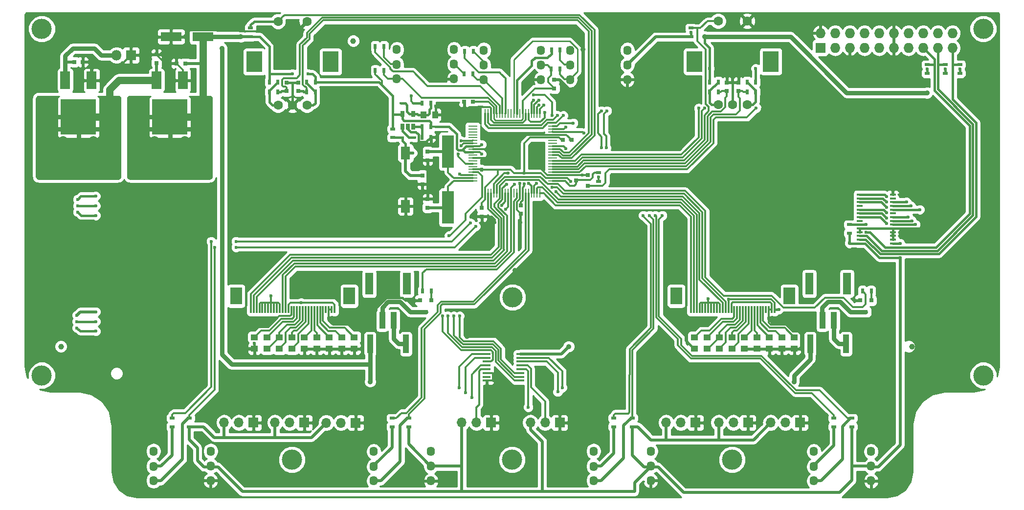
<source format=gbr>
G04 #@! TF.FileFunction,Copper,L1,Top,Signal*
%FSLAX46Y46*%
G04 Gerber Fmt 4.6, Leading zero omitted, Abs format (unit mm)*
G04 Created by KiCad (PCBNEW 4.0.7) date Tue May 29 14:09:52 2018*
%MOMM*%
%LPD*%
G01*
G04 APERTURE LIST*
%ADD10C,0.100000*%
%ADD11C,1.000000*%
%ADD12O,1.424000X1.624000*%
%ADD13R,2.100580X5.600700*%
%ADD14R,1.500000X0.280000*%
%ADD15R,0.280000X1.500000*%
%ADD16R,2.000000X3.000000*%
%ADD17R,0.300000X1.250000*%
%ADD18R,0.800000X0.750000*%
%ADD19R,3.599180X1.600200*%
%ADD20R,1.250000X1.000000*%
%ADD21R,0.750000X0.800000*%
%ADD22C,1.600000*%
%ADD23R,2.800000X3.600000*%
%ADD24R,1.000000X2.850000*%
%ADD25R,1.400000X3.800000*%
%ADD26R,0.800100X0.800100*%
%ADD27R,0.500000X0.900000*%
%ADD28R,0.900000X0.500000*%
%ADD29R,1.600000X2.180000*%
%ADD30R,1.651000X3.048000*%
%ADD31R,6.096000X6.096000*%
%ADD32R,1.100000X0.400000*%
%ADD33R,1.000000X1.250000*%
%ADD34R,0.590000X0.450000*%
%ADD35R,0.650000X1.060000*%
%ADD36R,1.727200X1.727200*%
%ADD37O,1.727200X1.727200*%
%ADD38C,3.500000*%
%ADD39R,1.000000X3.200000*%
%ADD40O,1.800000X1.800000*%
%ADD41R,1.800000X1.800000*%
%ADD42R,1.700000X1.700000*%
%ADD43O,1.700000X1.700000*%
%ADD44R,1.422400X0.355600*%
%ADD45C,0.600000*%
%ADD46C,0.900000*%
%ADD47C,1.350000*%
%ADD48C,0.750000*%
%ADD49C,0.304800*%
%ADD50C,0.381000*%
%ADD51C,0.508000*%
%ADD52C,0.762000*%
%ADD53C,0.254000*%
%ADD54C,1.270000*%
G04 APERTURE END LIST*
D10*
D11*
X3327400Y-55016400D03*
D12*
X67374940Y-73203400D03*
X67374940Y-75743400D03*
X67374940Y-78283400D03*
X57468940Y-78283400D03*
X57468940Y-75806900D03*
X57468940Y-73203400D03*
D13*
X70345900Y-21232040D03*
X70345900Y-30929760D03*
D14*
X74609200Y-16847800D03*
X74609200Y-17347800D03*
X74609200Y-17847800D03*
X74609200Y-18347800D03*
X74609200Y-18847800D03*
X74609200Y-19347800D03*
X74609200Y-19847800D03*
X74609200Y-20347800D03*
X74609200Y-20847800D03*
X74609200Y-21347800D03*
X74609200Y-21847800D03*
X74609200Y-22347800D03*
X74609200Y-22847800D03*
X74609200Y-23347800D03*
X74609200Y-23847800D03*
X74609200Y-24347800D03*
X74609200Y-24847800D03*
X74609200Y-25347800D03*
X74609200Y-25847800D03*
X74609200Y-26347800D03*
D15*
X76759200Y-28497800D03*
X77259200Y-28497800D03*
X77759200Y-28497800D03*
X78259200Y-28497800D03*
X78759200Y-28497800D03*
X79259200Y-28497800D03*
X79759200Y-28497800D03*
X80259200Y-28497800D03*
X80759200Y-28497800D03*
X81259200Y-28497800D03*
X81759200Y-28497800D03*
X82259200Y-28497800D03*
X82759200Y-28497800D03*
X83259200Y-28497800D03*
X83759200Y-28497800D03*
X84259200Y-28497800D03*
X84759200Y-28497800D03*
X85259200Y-28497800D03*
X85759200Y-28497800D03*
X86259200Y-28497800D03*
D14*
X88409200Y-26347800D03*
X88409200Y-25847800D03*
X88409200Y-25347800D03*
X88409200Y-24847800D03*
X88409200Y-24347800D03*
X88409200Y-23847800D03*
X88409200Y-23347800D03*
X88409200Y-22847800D03*
X88409200Y-22347800D03*
X88409200Y-21847800D03*
X88409200Y-21347800D03*
X88409200Y-20847800D03*
X88409200Y-20347800D03*
X88409200Y-19847800D03*
X88409200Y-19347800D03*
X88409200Y-18847800D03*
X88409200Y-18347800D03*
X88409200Y-17847800D03*
X88409200Y-17347800D03*
X88409200Y-16847800D03*
D15*
X86259200Y-14697800D03*
X85759200Y-14697800D03*
X85259200Y-14697800D03*
X84759200Y-14697800D03*
X84259200Y-14697800D03*
X83759200Y-14697800D03*
X83259200Y-14697800D03*
X82759200Y-14697800D03*
X82259200Y-14697800D03*
X81759200Y-14697800D03*
X81259200Y-14697800D03*
X80759200Y-14697800D03*
X80259200Y-14697800D03*
X79759200Y-14697800D03*
X79259200Y-14697800D03*
X78759200Y-14697800D03*
X78259200Y-14697800D03*
X77759200Y-14697800D03*
X77259200Y-14697800D03*
X76759200Y-14697800D03*
D16*
X33644600Y-46274900D03*
X53224600Y-46274900D03*
D17*
X50684600Y-48599900D03*
X50184600Y-48599900D03*
X49684600Y-48599900D03*
X49184600Y-48599900D03*
X48684600Y-48599900D03*
X48184600Y-48599900D03*
X47684600Y-48599900D03*
X47184600Y-48599900D03*
X46684600Y-48599900D03*
X46184600Y-48599900D03*
X45684600Y-48599900D03*
X45184600Y-48599900D03*
X44684600Y-48599900D03*
X44184600Y-48599900D03*
X43684600Y-48599900D03*
X43184600Y-48599900D03*
X42684600Y-48599900D03*
X42184600Y-48599900D03*
X41684600Y-48599900D03*
X41184600Y-48599900D03*
X40684600Y-48599900D03*
X40184600Y-48599900D03*
X39684600Y-48599900D03*
X39184600Y-48599900D03*
X38684600Y-48599900D03*
X38184600Y-48599900D03*
X37684600Y-48599900D03*
X37184600Y-48599900D03*
X36684600Y-48599900D03*
X36184600Y-48599900D03*
D18*
X5602540Y-5740400D03*
X7102540Y-5740400D03*
X24817100Y-6014900D03*
X23317100Y-6014900D03*
D19*
X27897420Y-1379400D03*
X22395780Y-1379400D03*
D20*
X115189600Y-53401900D03*
X115189600Y-55401900D03*
X117348600Y-55401900D03*
X117348600Y-53401900D03*
X130302600Y-55401900D03*
X130302600Y-53401900D03*
X121666600Y-55401900D03*
X121666600Y-53401900D03*
X119507600Y-55401900D03*
X119507600Y-53401900D03*
X123825600Y-55401900D03*
X123825600Y-53401900D03*
X125984600Y-55401900D03*
X125984600Y-53401900D03*
X128143600Y-55401900D03*
X128143600Y-53401900D03*
X113030600Y-55401900D03*
X113030600Y-53401900D03*
X38989600Y-53401900D03*
X38989600Y-55401900D03*
X41148600Y-55401900D03*
X41148600Y-53401900D03*
X54102600Y-55401900D03*
X54102600Y-53401900D03*
X45466600Y-55401900D03*
X45466600Y-53401900D03*
X43307600Y-55401900D03*
X43307600Y-53401900D03*
X47625600Y-55401900D03*
X47625600Y-53401900D03*
X49784600Y-55401900D03*
X49784600Y-53401900D03*
X51943600Y-55401900D03*
X51943600Y-53401900D03*
X36830600Y-55401900D03*
X36830600Y-53401900D03*
D21*
X76200600Y-30982400D03*
X76200600Y-32482400D03*
D18*
X90229940Y-19216400D03*
X91729940Y-19216400D03*
X74629940Y-12616400D03*
X73129940Y-12616400D03*
D21*
X88729940Y-10316400D03*
X88729940Y-8816400D03*
X82931600Y-30537900D03*
X82931600Y-32037900D03*
X66802600Y-21266900D03*
X66802600Y-22766900D03*
X66802600Y-30958400D03*
X66802600Y-29458400D03*
X118618600Y-10790800D03*
X118618600Y-9290800D03*
X42367800Y-10790800D03*
X42367800Y-9290800D03*
X120625200Y-10790800D03*
X120625200Y-9290800D03*
X44374400Y-10790800D03*
X44374400Y-9290800D03*
D22*
X117123800Y-13165000D03*
X117123800Y1335000D03*
X122123800Y-13165000D03*
X122123800Y1335000D03*
X119623800Y-13165000D03*
D23*
X113023800Y-5665000D03*
X126223800Y-5665000D03*
D22*
X40898400Y-13215800D03*
X40898400Y1284200D03*
X45898400Y-13215800D03*
X45898400Y1284200D03*
X43398400Y-13215800D03*
D23*
X36798400Y-5715800D03*
X49998400Y-5715800D03*
D24*
X135144600Y-50510400D03*
X137144600Y-50510400D03*
D25*
X132894600Y-44135400D03*
X139394600Y-44135400D03*
D24*
X58944600Y-50510400D03*
X60944600Y-50510400D03*
D25*
X56694600Y-44135400D03*
X63194600Y-44135400D03*
D26*
X143611640Y-47017940D03*
X141711640Y-47017940D03*
X142661640Y-49016920D03*
X67424340Y-47030640D03*
X65524340Y-47030640D03*
X66474340Y-49029620D03*
D27*
X142102140Y-45415200D03*
X143602140Y-45415200D03*
X65914840Y-45415200D03*
X67414840Y-45415200D03*
D28*
X96393600Y-26386400D03*
X96393600Y-24886400D03*
X112370200Y-1367400D03*
X112370200Y132600D03*
X36119400Y-1367400D03*
X36119400Y132600D03*
D27*
X115633400Y-9202600D03*
X117133400Y-9202600D03*
X39382600Y-9202600D03*
X40882600Y-9202600D03*
X117133400Y-10929800D03*
X115633400Y-10929800D03*
X40882600Y-10929800D03*
X39382600Y-10929800D03*
X123610400Y-9202600D03*
X122110400Y-9202600D03*
X47359600Y-9202600D03*
X45859600Y-9202600D03*
X122110400Y-10929800D03*
X123610400Y-10929800D03*
X45859600Y-10929800D03*
X47359600Y-10929800D03*
D29*
X62994700Y-21531860D03*
X62990060Y-30736720D03*
D30*
X24448100Y-8935900D03*
D31*
X22162100Y-15285900D03*
D30*
X19876100Y-8935900D03*
D32*
X147325800Y-37151200D03*
X147325800Y-36501200D03*
X147325800Y-35851200D03*
X147325800Y-35201200D03*
X147325800Y-34551200D03*
X147325800Y-33901200D03*
X147325800Y-33251200D03*
X147325800Y-32601200D03*
X147325800Y-31951200D03*
X147325800Y-31301200D03*
X147325800Y-30651200D03*
X147325800Y-30001200D03*
X147325800Y-29351200D03*
X147325800Y-28701200D03*
X141625800Y-28701200D03*
X141625800Y-29351200D03*
X141625800Y-30001200D03*
X141625800Y-30651200D03*
X141625800Y-31301200D03*
X141625800Y-31951200D03*
X141625800Y-32601200D03*
X141625800Y-33251200D03*
X141625800Y-33901200D03*
X141625800Y-34551200D03*
X141625800Y-35201200D03*
X141625800Y-35851200D03*
X141625800Y-36501200D03*
X141625800Y-37151200D03*
D21*
X19865340Y-5931600D03*
X19865340Y-4431600D03*
D33*
X68120100Y-14904900D03*
X66120100Y-14904900D03*
D21*
X65913600Y-25394400D03*
X65913600Y-26894400D03*
D34*
X64301600Y-12872900D03*
X62191600Y-12872900D03*
X64555600Y-18841900D03*
X62445600Y-18841900D03*
D26*
X94524860Y-27221400D03*
X94524860Y-25321400D03*
X92525880Y-26271400D03*
D27*
X67362100Y-12872900D03*
X65862100Y-12872900D03*
X67362100Y-16936900D03*
X65862100Y-16936900D03*
X65862100Y-18778400D03*
X67362100Y-18778400D03*
D28*
X158941100Y-7717400D03*
X158941100Y-6217400D03*
X156413800Y-7717400D03*
X156413800Y-6217400D03*
X153264200Y-7717400D03*
X153264200Y-6217400D03*
X60770100Y-17329900D03*
X60770100Y-18829900D03*
D30*
X8636600Y-8935900D03*
D31*
X6350600Y-15285900D03*
D30*
X4064600Y-8935900D03*
D35*
X62423600Y-16957400D03*
X63373600Y-16957400D03*
X64323600Y-16957400D03*
X64323600Y-14757400D03*
X62423600Y-14757400D03*
D36*
X134816600Y-3284400D03*
D37*
X134816600Y-744400D03*
X137356600Y-3284400D03*
X137356600Y-744400D03*
X139896600Y-3284400D03*
X139896600Y-744400D03*
X142436600Y-3284400D03*
X142436600Y-744400D03*
X144976600Y-3284400D03*
X144976600Y-744400D03*
X147516600Y-3284400D03*
X147516600Y-744400D03*
X150056600Y-3284400D03*
X150056600Y-744400D03*
X152596600Y-3284400D03*
X152596600Y-744400D03*
X155136600Y-3284400D03*
X155136600Y-744400D03*
X157676600Y-3284400D03*
X157676600Y-744400D03*
D16*
X109844600Y-46274900D03*
X129424600Y-46274900D03*
D17*
X126884600Y-48599900D03*
X126384600Y-48599900D03*
X125884600Y-48599900D03*
X125384600Y-48599900D03*
X124884600Y-48599900D03*
X124384600Y-48599900D03*
X123884600Y-48599900D03*
X123384600Y-48599900D03*
X122884600Y-48599900D03*
X122384600Y-48599900D03*
X121884600Y-48599900D03*
X121384600Y-48599900D03*
X120884600Y-48599900D03*
X120384600Y-48599900D03*
X119884600Y-48599900D03*
X119384600Y-48599900D03*
X118884600Y-48599900D03*
X118384600Y-48599900D03*
X117884600Y-48599900D03*
X117384600Y-48599900D03*
X116884600Y-48599900D03*
X116384600Y-48599900D03*
X115884600Y-48599900D03*
X115384600Y-48599900D03*
X114884600Y-48599900D03*
X114384600Y-48599900D03*
X113884600Y-48599900D03*
X113384600Y-48599900D03*
X112884600Y-48599900D03*
X112384600Y-48599900D03*
D11*
X150703880Y-55003880D03*
D38*
X2540Y-59999880D03*
X81483200Y-46507400D03*
X162991800Y-59999880D03*
X0Y0D03*
X162991800Y0D03*
D39*
X139246540Y-54559200D03*
X133046540Y-54559200D03*
X63046540Y-54559200D03*
X56846540Y-54559200D03*
D40*
X12945740Y-4572000D03*
D41*
X15445740Y-4572000D03*
D28*
X139829540Y-33895600D03*
X139829540Y-35395600D03*
D38*
X43329940Y-74616400D03*
X81429940Y-74616400D03*
X119529940Y-74616400D03*
D28*
X63529940Y-68916400D03*
X63529940Y-67416400D03*
X22529940Y-67416400D03*
X22529940Y-68916400D03*
D11*
X53929940Y-2116400D03*
D27*
X59229940Y-3016400D03*
X57729940Y-3016400D03*
X88229940Y-3616400D03*
X89729940Y-3616400D03*
X59229940Y-7216400D03*
X57729940Y-7216400D03*
X88179940Y-6916400D03*
X89679940Y-6916400D03*
D28*
X25529940Y-68916400D03*
X25529940Y-67416400D03*
D27*
X73229940Y-3916400D03*
X74729940Y-3916400D03*
X73129940Y-7816400D03*
X74629940Y-7816400D03*
D28*
X137129940Y-67416400D03*
X137129940Y-68916400D03*
X140229940Y-68916400D03*
X140229940Y-67416400D03*
X99029940Y-67416400D03*
X99029940Y-68916400D03*
X102229940Y-68916400D03*
X102229940Y-67416400D03*
X60629940Y-67416400D03*
X60629940Y-68916400D03*
D42*
X45443140Y-68199000D03*
D43*
X42903140Y-68199000D03*
X40363140Y-68199000D03*
D42*
X54333140Y-68211700D03*
D43*
X51793140Y-68211700D03*
X49253140Y-68211700D03*
D42*
X77802740Y-68199000D03*
D43*
X75262740Y-68199000D03*
X72722740Y-68199000D03*
D42*
X89677240Y-68199000D03*
D43*
X87137240Y-68199000D03*
X84597240Y-68199000D03*
D42*
X113172240Y-68199000D03*
D43*
X110632240Y-68199000D03*
X108092240Y-68199000D03*
D42*
X122265440Y-68199000D03*
D43*
X119725440Y-68199000D03*
X117185440Y-68199000D03*
D42*
X131282440Y-68199000D03*
D43*
X128742440Y-68199000D03*
X126202440Y-68199000D03*
D42*
X36642040Y-68199000D03*
D43*
X34102040Y-68199000D03*
X31562040Y-68199000D03*
D44*
X77029940Y-56295600D03*
X77029940Y-56956000D03*
X77029940Y-57616400D03*
X77029940Y-58276800D03*
X77029940Y-58937200D03*
X77029940Y-59597600D03*
X77029940Y-60258000D03*
X77029940Y-60918400D03*
X82871940Y-60918400D03*
X82871940Y-60258000D03*
X82871940Y-59597600D03*
X82871940Y-58937200D03*
X82871940Y-58276800D03*
X82871940Y-57616400D03*
X82871940Y-56956000D03*
X82871940Y-56295600D03*
D12*
X71374940Y-3603400D03*
X71374940Y-6143400D03*
X71374940Y-8683400D03*
X61468940Y-8683400D03*
X61468940Y-6206900D03*
X61468940Y-3603400D03*
X86435940Y-3703400D03*
X86435940Y-6243400D03*
X86435940Y-8783400D03*
X76529940Y-8783400D03*
X76529940Y-6306900D03*
X76529940Y-3703400D03*
X101374940Y-3703400D03*
X101374940Y-6243400D03*
X101374940Y-8783400D03*
X91468940Y-8783400D03*
X91468940Y-6306900D03*
X91468940Y-3703400D03*
X29224940Y-73153400D03*
X29224940Y-75693400D03*
X29224940Y-78233400D03*
X19318940Y-78233400D03*
X19318940Y-75756900D03*
X19318940Y-73153400D03*
X105424940Y-73153400D03*
X105424940Y-75693400D03*
X105424940Y-78233400D03*
X95518940Y-78233400D03*
X95518940Y-75756900D03*
X95518940Y-73153400D03*
X143574940Y-73203400D03*
X143574940Y-75743400D03*
X143574940Y-78283400D03*
X133668940Y-78283400D03*
X133668940Y-75806900D03*
X133668940Y-73203400D03*
D45*
X111457740Y-51689000D03*
X77028040Y-62331600D03*
D46*
X91821000Y-37453500D03*
X73666100Y-37447400D03*
D45*
X158041340Y-33197800D03*
D46*
X13690600Y-46253400D03*
X27457400Y-55041800D03*
X34570000Y-55036900D03*
X73662540Y-53263800D03*
X91821000Y-53263800D03*
X101117400Y-53263800D03*
X1549400Y-46253400D03*
X1549400Y-34823400D03*
X1549400Y-27559000D03*
D45*
X79820100Y-20810400D03*
X93587600Y-25318900D03*
X84646100Y-23413900D03*
X82106100Y-23413900D03*
X80772600Y-25001400D03*
X82741100Y-26779400D03*
X82906200Y-33535800D03*
X78486600Y-33535800D03*
X36830600Y-54414600D03*
X68225000Y-13419000D03*
X73305000Y-14282600D03*
D46*
X19989800Y-46202600D03*
X19989800Y-34823400D03*
X19989800Y-27559000D03*
X27457400Y-46253400D03*
X27457400Y-27559000D03*
X27457400Y-34823400D03*
X33655000Y-34823400D03*
X49453800Y-27559000D03*
X37617400Y-27559000D03*
X49453800Y-18008600D03*
X37617400Y-18008600D03*
X57327800Y-27559000D03*
X57327800Y-18008600D03*
X59410600Y-30759400D03*
X101219000Y-26339800D03*
X101219000Y-37414200D03*
X136271000Y-13182600D03*
X136271000Y-26339800D03*
X118186200Y-26339800D03*
X139877800Y-6477000D03*
X136271000Y-10083800D03*
X147548600Y-6477000D03*
X147548600Y-13182600D03*
X147548600Y-26339800D03*
X129413000Y-40767000D03*
X118897400Y-40767000D03*
X129413000Y-26339800D03*
X81915000Y-41833800D03*
X129413000Y-18008600D03*
X111379000Y-18008600D03*
D45*
X68229940Y-8816400D03*
X99229940Y-3516400D03*
D46*
X93629940Y-9829800D03*
X93729940Y-3530600D03*
X101219000Y-20040600D03*
D45*
X99016540Y-9829800D03*
D46*
X91213940Y-55016400D03*
D45*
X148605240Y-37160200D03*
X139829540Y-37134800D03*
X127637540Y-48590200D03*
D47*
X19507800Y-19210200D03*
X24740200Y-19210200D03*
X19507800Y-23375800D03*
X24689400Y-23375800D03*
X19507800Y-21343800D03*
X24740200Y-21343800D03*
X27077000Y-24391800D03*
X16866200Y-24391800D03*
X22200200Y-24391800D03*
X27077000Y-22359800D03*
X16866200Y-22359800D03*
X22200200Y-22359800D03*
X27077000Y-20226200D03*
X27077000Y-15349400D03*
X27077000Y-17381400D03*
X16866200Y-20226200D03*
X22200200Y-20226200D03*
X16866200Y-15298600D03*
X16866200Y-17381400D03*
D45*
X83541200Y-26855600D03*
X83541200Y-24976000D03*
D48*
X76137100Y-24366400D03*
D45*
X76137100Y-21699400D03*
X158941100Y-6967400D03*
X156401100Y-6967400D03*
X96393600Y-25636400D03*
X153264200Y-6967400D03*
D46*
X153264200Y-11082200D03*
D45*
X43383800Y-7780200D03*
X46127000Y-7780200D03*
X91567600Y-26398400D03*
X76137100Y-20048400D03*
X118903200Y-46816000D03*
X44895100Y-47416900D03*
X39688100Y-46273900D03*
X115380100Y-46781900D03*
D46*
X34443000Y-1379400D03*
D45*
X112370200Y-617400D03*
X115621400Y-6865800D03*
X123597000Y-6865800D03*
D46*
X114808600Y-1379400D03*
D45*
X148605240Y-39636700D03*
X89027600Y-28176400D03*
X80455100Y-26906400D03*
X88392600Y-27477900D03*
X81852100Y-26906400D03*
X86932100Y-13253900D03*
X86043100Y-13253900D03*
X86043100Y-12364900D03*
X85154100Y-12364900D03*
X87047100Y-14523900D03*
X142685100Y-33904100D03*
X142685100Y-35199500D03*
X88317100Y-15031900D03*
X63929940Y-11616400D03*
X85154100Y-11412400D03*
X123698600Y-13698400D03*
X149735540Y-29997400D03*
X152034240Y-31305500D03*
X149989540Y-32600900D03*
X150637240Y-33248600D03*
X151284940Y-33896300D03*
X146253800Y-29065400D03*
X146253800Y-29979800D03*
X146253800Y-30894200D03*
X97729940Y-20616400D03*
X97854100Y-14206400D03*
X85662100Y-26779400D03*
X96929940Y-20616400D03*
X96901600Y-14206400D03*
X84328600Y-26779400D03*
X113729100Y-13761900D03*
X114745100Y-13761900D03*
X90285600Y-15031900D03*
X89269600Y-15031900D03*
D47*
X1067400Y-17381400D03*
X1067400Y-15298600D03*
X6401400Y-20226200D03*
X1067400Y-20226200D03*
X11278200Y-17381400D03*
X11278200Y-15349400D03*
X11278200Y-20226200D03*
X6401400Y-22359800D03*
X1067400Y-22359800D03*
X11278200Y-22359800D03*
X6401400Y-24391800D03*
X1067400Y-24391800D03*
X11278200Y-24391800D03*
X8941400Y-21343800D03*
X3709000Y-21343800D03*
X8890600Y-23375800D03*
X3709000Y-23375800D03*
X8941400Y-19210200D03*
X3709000Y-19210200D03*
D45*
X150484840Y-30657800D03*
X146253800Y-31808600D03*
X146253800Y-32773800D03*
X146253800Y-33688200D03*
D46*
X31168340Y-3378200D03*
X56846540Y-61099800D03*
X130229940Y-61116400D03*
D45*
X6200140Y-31737300D03*
X9362440Y-32321500D03*
X6200140Y-30645100D03*
X9362440Y-30645100D03*
X6200140Y-29540200D03*
X9362440Y-28968700D03*
X6047740Y-51790600D03*
X9362440Y-52362100D03*
X6047740Y-50685700D03*
X9362440Y-50685700D03*
X6047740Y-49593500D03*
X9362440Y-48996600D03*
X75129940Y-34216400D03*
X33629940Y-37816400D03*
X29929940Y-37816400D03*
X80329940Y-31216400D03*
X107429940Y-32316400D03*
X92029940Y-16316400D03*
X93829940Y-18016400D03*
X105229940Y-32316400D03*
X74229940Y-33616400D03*
X33629940Y-36816400D03*
X29327539Y-36818801D03*
X79655902Y-30542362D03*
X70329940Y-49716400D03*
X72629940Y-20216400D03*
X71329940Y-49716400D03*
X72607220Y-19389809D03*
X69429940Y-49716400D03*
X70529940Y-35816400D03*
X72329940Y-49716400D03*
X72329940Y-25116400D03*
X90729940Y-17016400D03*
X106227540Y-32316400D03*
X90729940Y-20716400D03*
X104129940Y-32316400D03*
X72129940Y-21716400D03*
X64229940Y-21516400D03*
X72229940Y-62166400D03*
X73329940Y-63016400D03*
X74429940Y-63868300D03*
X84229940Y-65500722D03*
X89329940Y-62866400D03*
X90129940Y-62116400D03*
D49*
X77759200Y-14697800D02*
X77759200Y-15752600D01*
X78272911Y-16266311D02*
X83245489Y-16266311D01*
X77759200Y-15752600D02*
X78272911Y-16266311D01*
X83759200Y-15752600D02*
X83759200Y-14697800D01*
X83245489Y-16266311D02*
X83759200Y-15752600D01*
D50*
X113030600Y-55401900D02*
X112905600Y-55401900D01*
X112905600Y-55401900D02*
X111457740Y-53954040D01*
X111457740Y-53954040D02*
X111457740Y-51689000D01*
D49*
X77029940Y-60918400D02*
X77029940Y-62329700D01*
X77029940Y-62329700D02*
X77028040Y-62331600D01*
D51*
X99229940Y-3516400D02*
X99229940Y-9616400D01*
X93729940Y-3530600D02*
X93729940Y-9729800D01*
D49*
X78129940Y-60316400D02*
X78129940Y-60834400D01*
X78129940Y-59681600D02*
X78129940Y-60316400D01*
X77029940Y-59597600D02*
X78045940Y-59597600D01*
X78045940Y-59597600D02*
X78129940Y-59681600D01*
X78129940Y-60834400D02*
X78045940Y-60918400D01*
X78045940Y-60918400D02*
X77029940Y-60918400D01*
X88409200Y-18347800D02*
X90836340Y-18347800D01*
X90836340Y-18347800D02*
X91704940Y-19216400D01*
X91704940Y-19216400D02*
X91729940Y-19216400D01*
X91429940Y-19216400D02*
X91404940Y-19216400D01*
D51*
X123929940Y-3016400D02*
X129203600Y-3016400D01*
X129203600Y-3016400D02*
X136271000Y-10083800D01*
X119634600Y-7311740D02*
X123929940Y-3016400D01*
X119634600Y-9301600D02*
X119634600Y-7311740D01*
X91412940Y-10616400D02*
X92843340Y-10616400D01*
X88729940Y-8816400D02*
X89612940Y-8816400D01*
X89612940Y-8816400D02*
X91412940Y-10616400D01*
D49*
X73129940Y-12616400D02*
X73129940Y-14107540D01*
X73129940Y-14107540D02*
X73305000Y-14282600D01*
X15445740Y-4572000D02*
X11081840Y-8935900D01*
X11081840Y-8935900D02*
X8636600Y-8935900D01*
X15445740Y-4572000D02*
X19724940Y-4572000D01*
X19724940Y-4572000D02*
X19865340Y-4431600D01*
X23317100Y-6014900D02*
X23355900Y-6014900D01*
X24448100Y-7107100D02*
X24448100Y-8935900D01*
X23355900Y-6014900D02*
X24448100Y-7107100D01*
X23317100Y-6014900D02*
X21423640Y-6014900D01*
X21423640Y-6014900D02*
X19865340Y-4456600D01*
X19865340Y-4456600D02*
X19865340Y-4431600D01*
X22395780Y-1379400D02*
X22395780Y-2484300D01*
X22395780Y-2484300D02*
X20448480Y-4431600D01*
X20448480Y-4431600D02*
X19865340Y-4431600D01*
X45898400Y1284200D02*
X44194399Y-419801D01*
X44194399Y-419801D02*
X34226539Y-419801D01*
X34226539Y-419801D02*
X34083637Y-276899D01*
X24500170Y-1379400D02*
X22395780Y-1379400D01*
X34083637Y-276899D02*
X25602671Y-276899D01*
X25602671Y-276899D02*
X24500170Y-1379400D01*
X76200600Y-34912900D02*
X73666100Y-37447400D01*
D50*
X147548600Y-26339800D02*
X147548600Y-27574240D01*
X147325800Y-27797040D02*
X147325800Y-28701200D01*
X147548600Y-27574240D02*
X147325800Y-27797040D01*
X147325800Y-34551200D02*
X156687940Y-34551200D01*
X156687940Y-34551200D02*
X158041340Y-33197800D01*
D51*
X13690600Y-55041800D02*
X27457400Y-55041800D01*
X13690600Y-55041800D02*
X13690600Y-46253400D01*
D49*
X43184600Y-48599900D02*
X43184600Y-49500038D01*
X34570000Y-52833940D02*
X34570000Y-55036900D01*
X35778440Y-51625500D02*
X34570000Y-52833940D01*
X39232840Y-51625500D02*
X35778440Y-51625500D01*
X41112440Y-49745900D02*
X39232840Y-51625500D01*
X42938738Y-49745900D02*
X41112440Y-49745900D01*
X43184600Y-49500038D02*
X42938738Y-49745900D01*
D51*
X36830600Y-55401900D02*
X34935000Y-55401900D01*
X34935000Y-55401900D02*
X34570000Y-55036900D01*
X7102540Y-5740400D02*
X8105140Y-5740400D01*
X8105140Y-5740400D02*
X8636600Y-6271860D01*
X8636600Y-6271860D02*
X8636600Y-8935900D01*
D49*
X49684600Y-48599900D02*
X49684600Y-50520260D01*
X50421540Y-51257200D02*
X55603140Y-51257200D01*
X49684600Y-50520260D02*
X50421540Y-51257200D01*
X55603140Y-51257200D02*
X55526940Y-51257200D01*
D50*
X65524340Y-47030640D02*
X62958980Y-47030640D01*
X62958980Y-47030640D02*
X62486540Y-46558200D01*
X62486540Y-46558200D02*
X59641740Y-46558200D01*
X59641740Y-46558200D02*
X55603140Y-50596800D01*
X55603140Y-50596800D02*
X55603140Y-51257200D01*
X55603140Y-51257200D02*
X55603140Y-54864000D01*
D49*
X125884600Y-48599900D02*
X125884600Y-50901260D01*
X125884600Y-50901260D02*
X126240540Y-51257200D01*
D51*
X91821000Y-53263800D02*
X91821000Y-37453500D01*
X91821000Y-53263800D02*
X101117400Y-53263800D01*
X19939000Y-46253400D02*
X1549400Y-46253400D01*
X19972200Y-34805800D02*
X1567000Y-34805800D01*
X1567000Y-34805800D02*
X1549400Y-34823400D01*
X1549400Y-27559000D02*
X19989800Y-27559000D01*
D49*
X74609200Y-22347800D02*
X77330200Y-22347800D01*
X77851600Y-21826400D02*
X77851600Y-20847800D01*
X77330200Y-22347800D02*
X77851600Y-21826400D01*
X74609200Y-20847800D02*
X77851600Y-20847800D01*
X77851600Y-20847800D02*
X79782700Y-20847800D01*
X79883600Y-20746900D02*
X79820100Y-20810400D01*
X79782700Y-20847800D02*
X79883600Y-20746900D01*
D50*
X63373600Y-16957400D02*
X63373600Y-17381400D01*
X64770600Y-17889400D02*
X65215100Y-18333900D01*
X63881600Y-17889400D02*
X64770600Y-17889400D01*
X63373600Y-17381400D02*
X63881600Y-17889400D01*
D49*
X93587600Y-25318900D02*
X94522360Y-25318900D01*
X94522360Y-25318900D02*
X94524860Y-25321400D01*
X88409200Y-25347800D02*
X93558700Y-25347800D01*
X93558700Y-25347800D02*
X93587600Y-25318900D01*
D50*
X43371100Y-9290800D02*
X44374400Y-9290800D01*
X42367800Y-9290800D02*
X43371100Y-9290800D01*
X43398400Y-9290800D02*
X43372300Y-9316900D01*
X43372300Y-9316900D02*
X43371100Y-9316900D01*
X43371100Y-9316900D02*
X43371100Y-9290800D01*
X43398400Y-13215800D02*
X43398400Y-9290800D01*
X119634600Y-9290800D02*
X120625200Y-9290800D01*
X118618600Y-9290800D02*
X119634600Y-9290800D01*
X119623800Y-9290800D02*
X119634600Y-9301600D01*
X119634600Y-9301600D02*
X119634600Y-9290800D01*
X119623800Y-13165000D02*
X119623800Y-9290800D01*
D49*
X82759200Y-29472702D02*
X82233100Y-29998802D01*
X82759200Y-28497800D02*
X82759200Y-29472702D01*
X82233100Y-31339400D02*
X82931600Y-32037900D01*
X82233100Y-29998802D02*
X82233100Y-31339400D01*
D51*
X8624600Y-8923900D02*
X8636600Y-8935900D01*
D49*
X82282700Y-18347800D02*
X88409200Y-18347800D01*
X79883600Y-20746900D02*
X82282700Y-18347800D01*
X87532500Y-25347800D02*
X85598600Y-23413900D01*
X85598600Y-23413900D02*
X84646100Y-23413900D01*
X88409200Y-25347800D02*
X87532500Y-25347800D01*
X80074100Y-25001400D02*
X80772600Y-25001400D01*
X78259200Y-26816300D02*
X80074100Y-25001400D01*
X78259200Y-28497800D02*
X78259200Y-26816300D01*
X76200600Y-34912900D02*
X76200600Y-32482400D01*
X82759200Y-26797500D02*
X82741100Y-26779400D01*
X82759200Y-28497800D02*
X82759200Y-26797500D01*
X81153600Y-20810400D02*
X82106100Y-21762900D01*
X82106100Y-21762900D02*
X82106100Y-23413900D01*
X79820100Y-20810400D02*
X81153600Y-20810400D01*
X82931600Y-33510400D02*
X82906200Y-33535800D01*
X78486600Y-33535800D02*
X78486600Y-33027800D01*
X78486600Y-33027800D02*
X77941200Y-32482400D01*
X77941200Y-32482400D02*
X76200600Y-32482400D01*
X82931600Y-32037900D02*
X82931600Y-33510400D01*
D50*
X141625800Y-34551200D02*
X141625800Y-35201200D01*
X147325800Y-36501200D02*
X147325800Y-35851200D01*
X147325800Y-35851200D02*
X147325800Y-35201200D01*
X147325800Y-35201200D02*
X147325800Y-34551200D01*
D49*
X126384600Y-47601000D02*
X126086200Y-47302600D01*
X126086200Y-47302600D02*
X119634600Y-47302600D01*
X119634600Y-47302600D02*
X119384600Y-47552600D01*
X119384600Y-47552600D02*
X119384600Y-48599900D01*
X126384600Y-48599900D02*
X126384600Y-47601000D01*
X126384600Y-48599900D02*
X125884600Y-48599900D01*
D52*
X91827100Y-37447400D02*
X101219000Y-37447400D01*
D50*
X65850800Y-29458400D02*
X64572480Y-30736720D01*
X64572480Y-30736720D02*
X62990060Y-30736720D01*
X66802600Y-29458400D02*
X65850800Y-29458400D01*
X66802600Y-26931800D02*
X66802600Y-29458400D01*
X66802600Y-22766900D02*
X66802600Y-26931800D01*
X66765200Y-26931800D02*
X66802600Y-26931800D01*
X66802600Y-26894400D02*
X66765200Y-26931800D01*
X65913600Y-26894400D02*
X66802600Y-26894400D01*
X66092100Y-22766900D02*
X65735800Y-22410600D01*
X66802600Y-22766900D02*
X66092100Y-22766900D01*
X36830600Y-54414600D02*
X36830600Y-55401900D01*
D49*
X50184600Y-48599900D02*
X49684600Y-48599900D01*
D50*
X68225000Y-14800000D02*
X68120100Y-14904900D01*
X68225000Y-13469800D02*
X68225000Y-14800000D01*
X68225000Y-13419000D02*
X68225000Y-13469800D01*
D49*
X77759200Y-13707600D02*
X77572200Y-13520600D01*
X77572200Y-13520600D02*
X74067000Y-13520600D01*
X74067000Y-13520600D02*
X73305000Y-14282600D01*
X77759200Y-14697800D02*
X77759200Y-13707600D01*
D50*
X141625800Y-34551200D02*
X147325800Y-34551200D01*
D51*
X19989800Y-46202600D02*
X27457400Y-46202600D01*
X19972200Y-34805800D02*
X19989800Y-34823400D01*
X19989800Y-27559000D02*
X19989800Y-34823400D01*
X19939000Y-46253400D02*
X19989800Y-46202600D01*
X27457400Y-46253400D02*
X27457400Y-46202600D01*
X27457400Y-46202600D02*
X27457400Y-46253400D01*
X27457400Y-46253400D02*
X27457400Y-46202600D01*
X27457400Y-34823400D02*
X27457400Y-27559000D01*
X27457400Y-46253400D02*
X27457400Y-34823400D01*
X33644600Y-34833800D02*
X33655000Y-34823400D01*
X62967380Y-30759400D02*
X62990060Y-30736720D01*
X59410600Y-30759400D02*
X62967380Y-30759400D01*
X37617400Y-27559000D02*
X49453800Y-27559000D01*
X49453800Y-18008600D02*
X49453800Y-27559000D01*
X37617400Y-27559000D02*
X37617400Y-18008600D01*
X59410600Y-31369000D02*
X59410600Y-34671000D01*
X59410600Y-30759400D02*
X59410600Y-31369000D01*
X33807400Y-34671000D02*
X59410600Y-34671000D01*
X33655000Y-34823400D02*
X33807400Y-34671000D01*
X57327800Y-18008600D02*
X57327800Y-27559000D01*
X59410600Y-31369000D02*
X59410600Y-30759400D01*
X101219000Y-37414200D02*
X101219000Y-37447400D01*
X101219000Y-37447400D02*
X101219000Y-37414200D01*
X101219000Y-37414200D02*
X101219000Y-37447400D01*
X136271000Y-26339800D02*
X136271000Y-13182600D01*
X101219000Y-26339800D02*
X118186200Y-26339800D01*
X139896600Y-6458200D02*
X139896600Y-3284400D01*
X139877800Y-6477000D02*
X139896600Y-6458200D01*
X136271000Y-13182600D02*
X136271000Y-10083800D01*
X147548600Y-3316400D02*
X147516600Y-3284400D01*
X147548600Y-6477000D02*
X147548600Y-3316400D01*
X136271000Y-13182600D02*
X147548600Y-13182600D01*
X147548600Y-13182600D02*
X147548600Y-26339800D01*
X129413000Y-40767000D02*
X118897400Y-40767000D01*
X129413000Y-18008600D02*
X129413000Y-26339800D01*
X109347000Y-20040600D02*
X111379000Y-18008600D01*
D49*
X126240540Y-51257200D02*
X128831340Y-51257200D01*
D50*
X55603140Y-54864000D02*
X55065240Y-55401900D01*
X65215100Y-19413400D02*
X65405600Y-19603900D01*
X65215100Y-18333900D02*
X65215100Y-19413400D01*
X65405600Y-19603900D02*
X65735800Y-19603900D01*
X65735800Y-19603900D02*
X66536600Y-19603900D01*
X65735800Y-22410600D02*
X65735800Y-19603900D01*
D49*
X128831340Y-51257200D02*
X129999740Y-52425600D01*
X129999740Y-52425600D02*
X130914140Y-52425600D01*
D50*
X66536600Y-19603900D02*
X67362100Y-18778400D01*
D49*
X130914140Y-52425600D02*
X131422140Y-52933600D01*
X131422140Y-52933600D02*
X131422140Y-55118000D01*
X131422140Y-55118000D02*
X131138240Y-55401900D01*
D50*
X51943600Y-55401900D02*
X54102600Y-55401900D01*
X49784600Y-55401900D02*
X51943600Y-55401900D01*
X47625600Y-55401900D02*
X49784600Y-55401900D01*
X45466600Y-55401900D02*
X47625600Y-55401900D01*
D49*
X131138240Y-55401900D02*
X130302600Y-55401900D01*
D50*
X55065240Y-55401900D02*
X54102600Y-55401900D01*
D51*
X92843340Y-10616400D02*
X93629940Y-9829800D01*
X93729940Y-9729800D02*
X93629940Y-9829800D01*
X101219000Y-20040600D02*
X99016540Y-17838140D01*
X101219000Y-20040600D02*
X109347000Y-20040600D01*
D49*
X68362940Y-8683400D02*
X68229940Y-8816400D01*
D51*
X99229940Y-9616400D02*
X99016540Y-9829800D01*
X99016540Y-17838140D02*
X99016540Y-9829800D01*
D49*
X100129940Y-8716400D02*
X99016540Y-9829800D01*
X71374940Y-8683400D02*
X68362940Y-8683400D01*
X101429940Y-8716400D02*
X100129940Y-8716400D01*
D53*
X78509698Y-15836900D02*
X83008702Y-15836900D01*
X83008702Y-15836900D02*
X83259200Y-15586402D01*
X83259200Y-15586402D02*
X83259200Y-14697800D01*
X78259200Y-15586402D02*
X78509698Y-15836900D01*
X78259200Y-14697800D02*
X78259200Y-15586402D01*
D51*
X108039500Y-71196200D02*
X117145400Y-71196200D01*
X117145400Y-71196200D02*
X123205240Y-71196200D01*
X117185440Y-71156160D02*
X117145400Y-71196200D01*
X117185440Y-68199000D02*
X117185440Y-71156160D01*
X105467740Y-71196200D02*
X108039500Y-71196200D01*
X108092240Y-68199000D02*
X108092240Y-71143460D01*
X108092240Y-71143460D02*
X108039500Y-71196200D01*
X140229940Y-68916400D02*
X140229940Y-75776000D01*
X140229940Y-75776000D02*
X140229940Y-78199560D01*
X143574940Y-75743400D02*
X140262540Y-75743400D01*
X140262540Y-75743400D02*
X140229940Y-75776000D01*
X126729940Y-80316400D02*
X138113100Y-80316400D01*
X140229940Y-78199560D02*
X138113100Y-80316400D01*
X123205240Y-71196200D02*
X126202440Y-68199000D01*
X102229940Y-68916400D02*
X103187940Y-68916400D01*
X103187940Y-68916400D02*
X105467740Y-71196200D01*
X72840940Y-80116400D02*
X86654640Y-80116400D01*
X86654640Y-80116400D02*
X102629940Y-80116400D01*
X84597240Y-68199000D02*
X84597240Y-69401081D01*
X84597240Y-69401081D02*
X86654640Y-71458481D01*
X86654640Y-71458481D02*
X86654640Y-80116400D01*
X72722740Y-68199000D02*
X72722740Y-75755500D01*
X72722740Y-75755500D02*
X72722740Y-79998200D01*
X67374940Y-75743400D02*
X72710640Y-75743400D01*
X72710640Y-75743400D02*
X72722740Y-75755500D01*
X72722740Y-79998200D02*
X72840940Y-80116400D01*
X40363140Y-70764400D02*
X46700440Y-70764400D01*
X31562040Y-70764400D02*
X40363140Y-70764400D01*
X40363140Y-70764400D02*
X40363140Y-68199000D01*
X29847540Y-70764400D02*
X31562040Y-70764400D01*
X31562040Y-70764400D02*
X31562040Y-68199000D01*
X46700440Y-70764400D02*
X49253140Y-68211700D01*
X27999540Y-68916400D02*
X29847540Y-70764400D01*
X25529940Y-68916400D02*
X27999540Y-68916400D01*
X102629940Y-80116400D02*
X102629940Y-78588400D01*
X102629940Y-78588400D02*
X105424940Y-75793400D01*
X105424940Y-75793400D02*
X105424940Y-75693400D01*
D49*
X87657940Y-8569078D02*
X87657940Y-9219400D01*
X87657940Y-9219400D02*
X88729940Y-10291400D01*
X88729940Y-10291400D02*
X88729940Y-10316400D01*
X88179940Y-6916400D02*
X88179940Y-8047078D01*
X88179940Y-8047078D02*
X87657940Y-8569078D01*
D51*
X88419940Y-56295600D02*
X89934740Y-56295600D01*
X82871940Y-56295600D02*
X88419940Y-56295600D01*
X89934740Y-56295600D02*
X91213940Y-55016400D01*
X121185940Y-80316400D02*
X126729940Y-80316400D01*
X112729940Y-80316400D02*
X121185940Y-80316400D01*
X121185940Y-80316400D02*
X121285940Y-80316400D01*
X45747940Y-80116400D02*
X45793940Y-80116400D01*
X45747940Y-80116400D02*
X51179940Y-80116400D01*
X37379940Y-80116400D02*
X45747940Y-80116400D01*
X34740940Y-80116400D02*
X37379940Y-80116400D01*
X51179940Y-80116400D02*
X72840940Y-80116400D01*
X51169940Y-80106400D02*
X51179940Y-80116400D01*
X126709940Y-80296400D02*
X126729940Y-80316400D01*
X111140940Y-80316400D02*
X112729940Y-80316400D01*
X112749940Y-80296400D02*
X112729940Y-80316400D01*
D49*
X82871940Y-56295600D02*
X85424140Y-56295600D01*
D50*
X72977882Y-21016400D02*
X72629940Y-21016400D01*
X72629940Y-21016400D02*
X72129940Y-21016400D01*
X74609200Y-20347800D02*
X73478200Y-20347800D01*
X73478200Y-20347800D02*
X72809600Y-21016400D01*
X72809600Y-21016400D02*
X72629940Y-21016400D01*
D49*
X67362100Y-16936900D02*
X68129940Y-16936900D01*
D50*
X71829940Y-20716400D02*
X71829940Y-18252538D01*
D49*
X68129940Y-16936900D02*
X68313900Y-16936900D01*
D50*
X74609200Y-21347800D02*
X73309282Y-21347800D01*
X73309282Y-21347800D02*
X72977882Y-21016400D01*
X72129940Y-21016400D02*
X71829940Y-20716400D01*
X71829940Y-18252538D02*
X70514302Y-16936900D01*
X70514302Y-16936900D02*
X68129940Y-16936900D01*
D51*
X111412200Y-1367400D02*
X112370200Y-1367400D01*
X25529940Y-68916400D02*
X25529940Y-71136676D01*
X25529940Y-71136676D02*
X26929940Y-72536676D01*
X26929940Y-72536676D02*
X26929940Y-74745400D01*
D49*
X89929940Y-19216400D02*
X89561340Y-18847800D01*
X89561340Y-18847800D02*
X88409200Y-18847800D01*
X76137100Y-24366400D02*
X78929940Y-24366400D01*
X78929940Y-24366400D02*
X81179000Y-24366400D01*
X76759200Y-28497800D02*
X76759200Y-27443000D01*
X76759200Y-27443000D02*
X78929940Y-25272260D01*
X78929940Y-25272260D02*
X78929940Y-24366400D01*
D51*
X102229940Y-69674400D02*
X102229940Y-68916400D01*
X63529940Y-69674400D02*
X63529940Y-68916400D01*
X63529940Y-71925400D02*
X63529940Y-69674400D01*
X28054940Y-75870400D02*
X26929940Y-74745400D01*
D49*
X87566940Y-6303400D02*
X88179940Y-6916400D01*
X88729940Y-10316400D02*
X85358546Y-10316400D01*
X85358546Y-10316400D02*
X83259200Y-12415746D01*
X83259200Y-12415746D02*
X83259200Y-13643000D01*
X83259200Y-13643000D02*
X83259200Y-14697800D01*
X74629940Y-12616400D02*
X77311198Y-12616400D01*
X77311198Y-12616400D02*
X78259200Y-13564402D01*
X78259200Y-13564402D02*
X78259200Y-13643000D01*
X78259200Y-13643000D02*
X78259200Y-14697800D01*
D50*
X147325800Y-37151200D02*
X148596240Y-37151200D01*
X142538340Y-37151200D02*
X141625800Y-37151200D01*
X145023840Y-39636700D02*
X142538340Y-37151200D01*
X148596240Y-37151200D02*
X148605240Y-37160200D01*
X139829540Y-37134800D02*
X139829540Y-35395600D01*
X126884600Y-48599900D02*
X127627840Y-48599900D01*
X139845940Y-37151200D02*
X141625800Y-37151200D01*
X139829540Y-37134800D02*
X139845940Y-37151200D01*
X127627840Y-48599900D02*
X127637540Y-48590200D01*
D52*
X19507800Y-21343800D02*
X19507800Y-19210200D01*
X24740200Y-19210200D02*
X24740200Y-21343800D01*
X19507800Y-21343800D02*
X19507800Y-23375800D01*
X24689400Y-23375800D02*
X24689400Y-21394600D01*
X24689400Y-21394600D02*
X24740200Y-21343800D01*
X19507800Y-21343800D02*
X24740200Y-21343800D01*
X27077000Y-24391800D02*
X27077000Y-22359800D01*
X16866200Y-22359800D02*
X16866200Y-24391800D01*
X22200200Y-24391800D02*
X22200200Y-22359800D01*
X27077000Y-22359800D02*
X27077000Y-20226200D01*
X16866200Y-20226200D02*
X16866200Y-22359800D01*
X22200200Y-22359800D02*
X22200200Y-20226200D01*
X27077000Y-17381400D02*
X27077000Y-20226200D01*
X22149400Y-15285900D02*
X27013500Y-15285900D01*
X27013500Y-15285900D02*
X27077000Y-15349400D01*
X27077000Y-17381400D02*
X24244900Y-17381400D01*
X24244900Y-17381400D02*
X22149400Y-15285900D01*
X16866200Y-17381400D02*
X16866200Y-20226200D01*
X22200200Y-20226200D02*
X22200200Y-15336700D01*
X22200200Y-15336700D02*
X22149400Y-15285900D01*
X22149400Y-15285900D02*
X16878900Y-15285900D01*
X16878900Y-15285900D02*
X16866200Y-15298600D01*
X16866200Y-17381400D02*
X20053900Y-17381400D01*
D49*
X88409200Y-18847800D02*
X84513200Y-18847800D01*
X83541200Y-19819800D02*
X83541200Y-24976000D01*
X84513200Y-18847800D02*
X83541200Y-19819800D01*
X88409200Y-25847800D02*
X87257800Y-25847800D01*
X86386000Y-24976000D02*
X83541200Y-24976000D01*
X87257800Y-25847800D02*
X86386000Y-24976000D01*
X83259200Y-27493200D02*
X83259200Y-28497800D01*
X83541200Y-27211200D02*
X83259200Y-27493200D01*
X83541200Y-26855600D02*
X83541200Y-27211200D01*
X76118500Y-24347800D02*
X74609200Y-24347800D01*
X76137100Y-24366400D02*
X76118500Y-24347800D01*
X74609200Y-21347800D02*
X75785500Y-21347800D01*
X75785500Y-21347800D02*
X76137100Y-21699400D01*
X74609200Y-20347800D02*
X75837700Y-20347800D01*
X75837700Y-20347800D02*
X76137100Y-20048400D01*
X83249100Y-28487700D02*
X83259200Y-28497800D01*
X42684600Y-48599900D02*
X42684600Y-47785900D01*
X42684600Y-47785900D02*
X43053600Y-47416900D01*
X43053600Y-47416900D02*
X44895100Y-47416900D01*
X50684600Y-47745400D02*
X50684600Y-48599900D01*
X44895100Y-47416900D02*
X50356100Y-47416900D01*
X50356100Y-47416900D02*
X50684600Y-47745400D01*
X126884600Y-48599900D02*
X126884600Y-47427900D01*
X126272700Y-46816000D02*
X118903200Y-46816000D01*
X126884600Y-47427900D02*
X126272700Y-46816000D01*
D50*
X158941100Y-6967400D02*
X158941100Y-7717400D01*
X156401100Y-6967400D02*
X156401100Y-7717400D01*
D49*
X96393600Y-25636400D02*
X96393600Y-26386400D01*
X88409200Y-25847800D02*
X91017000Y-25847800D01*
X91017000Y-25847800D02*
X91567600Y-26398400D01*
D54*
X22118920Y-15329080D02*
X22162100Y-15285900D01*
D50*
X62423600Y-15605900D02*
X62738600Y-15920900D01*
X62423600Y-14757400D02*
X62423600Y-15605900D01*
D49*
X113884600Y-47584400D02*
X114052100Y-47416900D01*
X116909600Y-47416900D02*
X117163600Y-47416900D01*
X116338100Y-47416900D02*
X116909600Y-47416900D01*
X115893600Y-47416900D02*
X116338100Y-47416900D01*
X114052100Y-47416900D02*
X114369600Y-47416900D01*
X117163600Y-47416900D02*
X117384600Y-47637900D01*
X117384600Y-47637900D02*
X117384600Y-48599900D01*
X113884600Y-48599900D02*
X113884600Y-47584400D01*
X114384600Y-48599900D02*
X114384600Y-47416900D01*
X114884600Y-48599900D02*
X114884600Y-47416900D01*
X115384600Y-48599900D02*
X115384600Y-47416900D01*
X115884600Y-47416900D02*
X115893600Y-47416900D01*
X115884600Y-48599900D02*
X115884600Y-47416900D01*
X116384600Y-47416900D02*
X116338100Y-47416900D01*
X116384600Y-48599900D02*
X116384600Y-47416900D01*
X116884600Y-47416900D02*
X116909600Y-47416900D01*
X116884600Y-48599900D02*
X116884600Y-47416900D01*
X40684600Y-48599900D02*
X40684600Y-47416900D01*
X40684600Y-47416900D02*
X40709600Y-47416900D01*
X40184600Y-48599900D02*
X40184600Y-47416900D01*
X40184600Y-47416900D02*
X40138100Y-47416900D01*
X39684600Y-48599900D02*
X39684600Y-47416900D01*
X39184600Y-48599900D02*
X39184600Y-47416900D01*
X39185600Y-47417900D02*
X39185600Y-47416900D01*
X39184600Y-47416900D02*
X39185600Y-47417900D01*
X38684600Y-48599900D02*
X38684600Y-47416900D01*
X38684600Y-47416900D02*
X38677600Y-47416900D01*
X38184600Y-48599900D02*
X38184600Y-47416900D01*
X38184600Y-47416900D02*
X38169600Y-47416900D01*
X37684600Y-48599900D02*
X37684600Y-47584400D01*
X41184600Y-47637900D02*
X41184600Y-48599900D01*
X40963600Y-47416900D02*
X41184600Y-47637900D01*
X37852100Y-47416900D02*
X38169600Y-47416900D01*
X38169600Y-47416900D02*
X38677600Y-47416900D01*
X38677600Y-47416900D02*
X39185600Y-47416900D01*
X40138100Y-47416900D02*
X40709600Y-47416900D01*
X40709600Y-47416900D02*
X40963600Y-47416900D01*
X37684600Y-47584400D02*
X37852100Y-47416900D01*
X83259200Y-29690300D02*
X82931600Y-30017900D01*
X83259200Y-28497800D02*
X83259200Y-29690300D01*
X76759200Y-29586300D02*
X76200600Y-30144900D01*
X76759200Y-28497800D02*
X76759200Y-29586300D01*
X118884600Y-46834600D02*
X118903200Y-46816000D01*
X118884600Y-48599900D02*
X118884600Y-46834600D01*
D54*
X26416600Y-15285900D02*
X22162100Y-15285900D01*
X27897420Y-13805080D02*
X26416600Y-15285900D01*
X27897420Y-6078400D02*
X27897420Y-13805080D01*
X27897420Y-1379400D02*
X27897420Y-6078400D01*
D51*
X27897420Y-6014900D02*
X27877100Y-6035220D01*
X27877100Y-6035220D02*
X27877100Y-6078400D01*
X27877100Y-6078400D02*
X27897420Y-6078400D01*
X24817100Y-6014900D02*
X27897420Y-6014900D01*
D49*
X81179000Y-24366400D02*
X81788600Y-24976000D01*
X81788600Y-24976000D02*
X83541200Y-24976000D01*
D50*
X60770100Y-14790600D02*
X60770100Y-17329900D01*
X62390400Y-14790600D02*
X62423600Y-14757400D01*
X60770100Y-14790600D02*
X62390400Y-14790600D01*
X153264200Y-7717400D02*
X153264200Y-6967400D01*
D52*
X139345000Y-11082200D02*
X153264200Y-11082200D01*
X114808600Y-1379400D02*
X129642200Y-1379400D01*
X129642200Y-1379400D02*
X139345000Y-11082200D01*
X27897420Y-1379400D02*
X34443000Y-1379400D01*
D51*
X34455000Y-1367400D02*
X34443000Y-1379400D01*
X36119400Y-1367400D02*
X34455000Y-1367400D01*
D50*
X112370200Y-617400D02*
X112370200Y-1367400D01*
X39382600Y-3017000D02*
X37733000Y-1367400D01*
X37733000Y-1367400D02*
X36119400Y-1367400D01*
X39382600Y-7780200D02*
X39382600Y-3017000D01*
X46127000Y-7780200D02*
X46838200Y-7780200D01*
X46838200Y-7780200D02*
X47359600Y-8301600D01*
X39382600Y-7780200D02*
X43383800Y-7780200D01*
D49*
X115385600Y-46787400D02*
X115385600Y-47416900D01*
X115385600Y-47416900D02*
X115893600Y-47416900D01*
X114877600Y-47416900D02*
X115385600Y-47416900D01*
X114369600Y-47416900D02*
X114877600Y-47416900D01*
X114384600Y-47416900D02*
X114369600Y-47416900D01*
X114884600Y-47416900D02*
X114877600Y-47416900D01*
X115384600Y-47416900D02*
X115385600Y-47417900D01*
X115385600Y-47417900D02*
X115385600Y-47416900D01*
X39684600Y-46277400D02*
X39684600Y-47416900D01*
X39684600Y-47416900D02*
X39693600Y-47416900D01*
X39185600Y-47416900D02*
X39693600Y-47416900D01*
X39693600Y-47416900D02*
X40138100Y-47416900D01*
X39688100Y-46273900D02*
X39684600Y-46277400D01*
X115380100Y-46781900D02*
X115385600Y-46787400D01*
D50*
X67120100Y-15920900D02*
X67362100Y-16162900D01*
X62738600Y-15920900D02*
X67120100Y-15920900D01*
X67362100Y-16162900D02*
X67362100Y-16936900D01*
D49*
X76200600Y-30144900D02*
X76200600Y-30982400D01*
X82931600Y-30017900D02*
X82931600Y-30537900D01*
D50*
X60770100Y-11602900D02*
X60770100Y-14790600D01*
X115621400Y-9190600D02*
X115633400Y-9202600D01*
X115621400Y-6865800D02*
X115621400Y-9190600D01*
X123571600Y-9163800D02*
X123610400Y-9202600D01*
X123610400Y-9202600D02*
X123610400Y-6879200D01*
X39370600Y-9190600D02*
X39382600Y-9202600D01*
X39382600Y-9202600D02*
X39382600Y-7780200D01*
X47371600Y-9190600D02*
X47359600Y-9202600D01*
X47359600Y-9202600D02*
X58369800Y-9202600D01*
X47359600Y-8301600D02*
X47359600Y-9202600D01*
X58369800Y-9202600D02*
X58829940Y-9662740D01*
X58829940Y-9662740D02*
X60770100Y-11602900D01*
D51*
X106265940Y-1367400D02*
X111412200Y-1367400D01*
D50*
X115621400Y-6865800D02*
X115621400Y-3309800D01*
X123610400Y-6879200D02*
X123597000Y-6865800D01*
D51*
X102229940Y-73845400D02*
X102229940Y-69674400D01*
D50*
X148605240Y-39636700D02*
X145023840Y-39636700D01*
D49*
X58862710Y-8998430D02*
X58862710Y-9629970D01*
X58862710Y-9629970D02*
X58829940Y-9662740D01*
D50*
X114808600Y-2497000D02*
X114808600Y-1379400D01*
X115621400Y-3309800D02*
X114808600Y-2497000D01*
D51*
X104254940Y-75870400D02*
X102229940Y-73845400D01*
X105474940Y-75870400D02*
X106694940Y-75870400D01*
X105474940Y-75870400D02*
X104254940Y-75870400D01*
X106694940Y-75870400D02*
X111140940Y-80316400D01*
X148605240Y-40060964D02*
X148605240Y-39636700D01*
D49*
X57729940Y-7865660D02*
X58862710Y-8998430D01*
D51*
X148605240Y-72060100D02*
X148605240Y-40060964D01*
X144794940Y-75870400D02*
X148605240Y-72060100D01*
X30494940Y-75870400D02*
X34740940Y-80116400D01*
D49*
X71374940Y-6270400D02*
X71583940Y-6270400D01*
X71583940Y-6270400D02*
X73129940Y-7816400D01*
X86435940Y-6303400D02*
X87566940Y-6303400D01*
D51*
X101429940Y-6303400D02*
X101429940Y-6203400D01*
X101429940Y-6203400D02*
X106265940Y-1367400D01*
X29274940Y-75870400D02*
X30494940Y-75870400D01*
X29274940Y-75870400D02*
X28054940Y-75870400D01*
X67374940Y-75870400D02*
X67374940Y-75770400D01*
X67374940Y-75770400D02*
X63529940Y-71925400D01*
X143574940Y-75870400D02*
X144794940Y-75870400D01*
X143574940Y-75970400D02*
X143574940Y-75870400D01*
D49*
X57729940Y-7216400D02*
X57729940Y-7865660D01*
D50*
X65151600Y-14904900D02*
X66120100Y-14904900D01*
X66866100Y-14904900D02*
X67120100Y-14650900D01*
X67120100Y-14650900D02*
X67120100Y-13952400D01*
X67120100Y-13952400D02*
X67362100Y-13710400D01*
X66120100Y-14904900D02*
X66866100Y-14904900D01*
X65004100Y-14757400D02*
X65151600Y-14904900D01*
X64344100Y-14777900D02*
X64323600Y-14757400D01*
X64323600Y-14757400D02*
X65004100Y-14757400D01*
X67362100Y-13710400D02*
X67362100Y-12872900D01*
X63670600Y-14757400D02*
X63246600Y-14333400D01*
X63246600Y-14333400D02*
X63246600Y-13190400D01*
X63246600Y-13190400D02*
X62929100Y-12872900D01*
X62929100Y-12872900D02*
X62191600Y-12872900D01*
X64323600Y-14757400D02*
X63670600Y-14757400D01*
D51*
X66802600Y-30958400D02*
X70317260Y-30958400D01*
D49*
X71298200Y-26347800D02*
X70345900Y-27300100D01*
X70345900Y-27300100D02*
X70345900Y-30929760D01*
X74609200Y-26347800D02*
X71298200Y-26347800D01*
D51*
X70317260Y-30958400D02*
X70345900Y-30929760D01*
D49*
X115189600Y-55401900D02*
X115348600Y-55401900D01*
X115348600Y-55401900D02*
X117348600Y-53401900D01*
X117348600Y-52560400D02*
X117348600Y-53401900D01*
X118682100Y-51226900D02*
X117348600Y-52560400D01*
X120015600Y-51226900D02*
X118682100Y-51226900D01*
X120884600Y-50357900D02*
X120015600Y-51226900D01*
X120884600Y-48599900D02*
X120884600Y-50357900D01*
X118428100Y-54322400D02*
X117348600Y-55401900D01*
X118428100Y-52560400D02*
X118428100Y-54322400D01*
X119253600Y-51734900D02*
X118428100Y-52560400D01*
X120206100Y-51734900D02*
X119253600Y-51734900D01*
X121384600Y-50556400D02*
X120206100Y-51734900D01*
X121384600Y-48599900D02*
X121384600Y-50556400D01*
X119507600Y-52623900D02*
X119507600Y-53401900D01*
X119888600Y-52242900D02*
X119507600Y-52623900D01*
X120396600Y-52242900D02*
X119888600Y-52242900D01*
X121884600Y-50754900D02*
X120396600Y-52242900D01*
X121884600Y-48599900D02*
X121884600Y-50754900D01*
X39148600Y-55401900D02*
X41148600Y-53401900D01*
X38989600Y-55401900D02*
X39148600Y-55401900D01*
X41148600Y-52560400D02*
X41148600Y-53401900D01*
X42482100Y-51226900D02*
X41148600Y-52560400D01*
X43815600Y-51226900D02*
X42482100Y-51226900D01*
X44684600Y-50357900D02*
X43815600Y-51226900D01*
X44684600Y-48599900D02*
X44684600Y-50357900D01*
X43307600Y-52623900D02*
X43307600Y-53401900D01*
X43688600Y-52242900D02*
X43307600Y-52623900D01*
X44196600Y-52242900D02*
X43688600Y-52242900D01*
X45684600Y-50754900D02*
X44196600Y-52242900D01*
X45684600Y-48599900D02*
X45684600Y-50754900D01*
X88409200Y-24347800D02*
X92919700Y-24347800D01*
X92919700Y-24347800D02*
X93980600Y-23286900D01*
X111379600Y-23286900D02*
X115253100Y-19413400D01*
X93980600Y-23286900D02*
X111379600Y-23286900D01*
X117716200Y-10790800D02*
X118618600Y-10790800D01*
X118364600Y-13571400D02*
X117602600Y-14333400D01*
X117602600Y-14333400D02*
X116078600Y-14333400D01*
X118364600Y-13571400D02*
X118364600Y-11920400D01*
X118364600Y-11920400D02*
X118618600Y-11666400D01*
X118618600Y-11666400D02*
X118618600Y-10790800D01*
X115253100Y-15158900D02*
X115253100Y-19413400D01*
X116078600Y-14333400D02*
X115253100Y-15158900D01*
X117577200Y-10929800D02*
X117716200Y-10790800D01*
X117133400Y-10929800D02*
X117577200Y-10929800D01*
X91429940Y-21916400D02*
X91451720Y-21938180D01*
X88409200Y-21347800D02*
X89607198Y-21347800D01*
X48541551Y1931790D02*
X45911101Y-698660D01*
X91451720Y-21938180D02*
X91519320Y-21938180D01*
X89607198Y-21347800D02*
X90175798Y-21916400D01*
X90175798Y-21916400D02*
X91429940Y-21916400D01*
X92938551Y1931791D02*
X48541551Y1931790D01*
X91519320Y-21938180D02*
X95187100Y-18270400D01*
X95187100Y-18270400D02*
X95187100Y-316758D01*
X42367800Y-10155100D02*
X42367800Y-10790800D01*
X95187100Y-316758D02*
X92938551Y1931791D01*
X41847100Y-8554900D02*
X41593100Y-8808900D01*
X45911101Y-698660D02*
X45911100Y-816400D01*
X44704600Y-2712900D02*
X44704600Y-7973098D01*
X45911100Y-816400D02*
X45911100Y-1506400D01*
X44704600Y-7973098D02*
X44122798Y-8554900D01*
X45911100Y-1506400D02*
X44704600Y-2712900D01*
X44122798Y-8554900D02*
X41847100Y-8554900D01*
X41593100Y-8808900D02*
X41593100Y-9824900D01*
X41593100Y-9824900D02*
X41783600Y-10015400D01*
X41783600Y-10015400D02*
X42228100Y-10015400D01*
X42228100Y-10015400D02*
X42367800Y-10155100D01*
D50*
X41516200Y-10790800D02*
X42367800Y-10790800D01*
X41377200Y-10929800D02*
X41516200Y-10790800D01*
X40882600Y-10929800D02*
X41377200Y-10929800D01*
D49*
X88409200Y-24847800D02*
X93118200Y-24847800D01*
X93118200Y-24847800D02*
X94171100Y-23794900D01*
X111570100Y-23794900D02*
X115761100Y-19603900D01*
X94171100Y-23794900D02*
X111570100Y-23794900D01*
X121299000Y-10790800D02*
X121438000Y-10929800D01*
X120625200Y-10790800D02*
X121299000Y-10790800D01*
X120625200Y-11768000D02*
X120904600Y-12047400D01*
X120625200Y-10790800D02*
X120625200Y-11768000D01*
X115761100Y-15349400D02*
X115761100Y-19603900D01*
X116269100Y-14841400D02*
X115761100Y-15349400D01*
X120206100Y-14841400D02*
X116269100Y-14841400D01*
X120904600Y-14142900D02*
X120206100Y-14841400D01*
X120904600Y-12047400D02*
X120904600Y-14142900D01*
X121438000Y-10929800D02*
X122110400Y-10929800D01*
X91297410Y-21461590D02*
X94679100Y-18079900D01*
X88409200Y-20847800D02*
X89750396Y-20847800D01*
X89750396Y-20847800D02*
X90364186Y-21461590D01*
X90364186Y-21461590D02*
X91297410Y-21461590D01*
X94679100Y-18079900D02*
X94679100Y-451956D01*
X45530100Y-10015400D02*
X45657100Y-10015400D01*
X94679100Y-451956D02*
X92750163Y1476981D01*
X48729940Y1476981D02*
X46365910Y-887049D01*
X92750163Y1476981D02*
X48729940Y1476981D01*
X45212600Y-9697900D02*
X45530100Y-10015400D01*
X46365910Y-887049D02*
X46365910Y-1750090D01*
X45859600Y-10217900D02*
X45859600Y-10929800D01*
X46365910Y-1750090D02*
X45212600Y-2903400D01*
X45212600Y-2903400D02*
X45212600Y-9697900D01*
X45657100Y-10015400D02*
X45859600Y-10217900D01*
D50*
X45226000Y-10790800D02*
X45365000Y-10929800D01*
X44374400Y-10790800D02*
X45226000Y-10790800D01*
X45365000Y-10929800D02*
X45859600Y-10929800D01*
X64555600Y-18841900D02*
X63564100Y-18841900D01*
X62423600Y-17701400D02*
X62423600Y-16957400D01*
X63564100Y-18841900D02*
X62423600Y-17701400D01*
D49*
X112384600Y-32541400D02*
X110432600Y-30589400D01*
X110432600Y-30589400D02*
X88969600Y-30589400D01*
X112384600Y-48599900D02*
X112384600Y-32541400D01*
X88969600Y-30589400D02*
X86878000Y-28497800D01*
X86878000Y-28497800D02*
X86259200Y-28497800D01*
X80029940Y-38253560D02*
X78169100Y-40114400D01*
X78329940Y-30816400D02*
X79998621Y-32485081D01*
X79998621Y-32485081D02*
X79998621Y-38222241D01*
X78329940Y-30361382D02*
X78329940Y-30816400D01*
X79259200Y-28497800D02*
X79259200Y-29432122D01*
X79259200Y-29432122D02*
X78329940Y-30361382D01*
X37184600Y-46369900D02*
X37184600Y-48599900D01*
X43440100Y-40114400D02*
X37184600Y-46369900D01*
X78169100Y-40114400D02*
X43440100Y-40114400D01*
X79259200Y-27223900D02*
X80338700Y-26144400D01*
X86048600Y-26144400D02*
X89477600Y-29573400D01*
X80338700Y-26144400D02*
X86048600Y-26144400D01*
X113384600Y-32144400D02*
X110813600Y-29573400D01*
X110813600Y-29573400D02*
X89477600Y-29573400D01*
X113384600Y-48599900D02*
X113384600Y-32144400D01*
X79259200Y-27223900D02*
X79259200Y-28497800D01*
X79759200Y-29587140D02*
X79029940Y-30316400D01*
X80529100Y-38516400D02*
X78423100Y-40622400D01*
X79029940Y-30316400D02*
X79029940Y-30873202D01*
X79029940Y-30873202D02*
X80529100Y-32372362D01*
X80529100Y-32372362D02*
X80529100Y-38516400D01*
X79759200Y-28497800D02*
X79759200Y-29587140D01*
X78423100Y-40622400D02*
X43694100Y-40622400D01*
X43694100Y-40622400D02*
X41684600Y-42631900D01*
X41684600Y-42631900D02*
X41684600Y-48599900D01*
X89916600Y-29065400D02*
X89027600Y-28176400D01*
X117884600Y-47444900D02*
X113856100Y-43416400D01*
X113856100Y-43416400D02*
X113856100Y-31922900D01*
X113856100Y-31922900D02*
X110998600Y-29065400D01*
X110998600Y-29065400D02*
X89916600Y-29065400D01*
X117884600Y-48599900D02*
X117884600Y-47444900D01*
X79759200Y-27602300D02*
X80455100Y-26906400D01*
X79759200Y-28497800D02*
X79759200Y-27602300D01*
X42184600Y-42893900D02*
X43884600Y-41193900D01*
X43884600Y-41193900D02*
X78619100Y-41193900D01*
X78619100Y-41193900D02*
X81259200Y-38553800D01*
X81259200Y-38553800D02*
X81259200Y-28497800D01*
X42184600Y-48599900D02*
X42184600Y-42893900D01*
X90297600Y-28557400D02*
X89218100Y-27477900D01*
X89218100Y-27477900D02*
X88392600Y-27477900D01*
X81852100Y-26906400D02*
X81259200Y-27499300D01*
X81259200Y-27499300D02*
X81259200Y-28497800D01*
X118384600Y-48599900D02*
X118384600Y-47246400D01*
X111189100Y-28557400D02*
X90297600Y-28557400D01*
X114364100Y-31732400D02*
X111189100Y-28557400D01*
X114364100Y-43225900D02*
X114364100Y-31732400D01*
X118384600Y-47246400D02*
X114364100Y-43225900D01*
X78970100Y-37916400D02*
X77788100Y-39098400D01*
X77259200Y-28497800D02*
X77259200Y-31157202D01*
X77259200Y-31157202D02*
X79089001Y-32987003D01*
X79089001Y-32987003D02*
X79089001Y-37797499D01*
X79089001Y-37797499D02*
X78970100Y-37916400D01*
X36184600Y-45909400D02*
X42995600Y-39098400D01*
X77788100Y-39098400D02*
X42995600Y-39098400D01*
X36184600Y-48599900D02*
X36184600Y-45909400D01*
D50*
X115633400Y-10702600D02*
X117133400Y-9202600D01*
X115633400Y-10929800D02*
X115633400Y-10702600D01*
X115633400Y-12808700D02*
X115989700Y-13165000D01*
X115989700Y-13165000D02*
X117123800Y-13165000D01*
X115633400Y-10929800D02*
X115633400Y-12808700D01*
D49*
X114745100Y-19222900D02*
X114745100Y-14968400D01*
X93790100Y-22778900D02*
X111189100Y-22778900D01*
X111189100Y-22778900D02*
X114745100Y-19222900D01*
X92721200Y-23847800D02*
X93790100Y-22778900D01*
X88409200Y-23847800D02*
X92721200Y-23847800D01*
X114745100Y-14968400D02*
X115443600Y-14269900D01*
X115443600Y-14269900D02*
X115443600Y-13507900D01*
X114034600Y132600D02*
X115237000Y1335000D01*
X115237000Y1335000D02*
X117123800Y1335000D01*
X113538600Y132600D02*
X114034600Y132600D01*
X112370200Y132600D02*
X113538600Y132600D01*
X114961000Y-3563800D02*
X114961000Y-13025300D01*
X114961000Y-13025300D02*
X115443600Y-13507900D01*
X113538600Y-2141400D02*
X114961000Y-3563800D01*
X113538600Y132600D02*
X113538600Y-2141400D01*
D50*
X123610400Y-10702600D02*
X122110400Y-9202600D01*
X123610400Y-10929800D02*
X123610400Y-10702600D01*
X123610400Y-12643600D02*
X123089000Y-13165000D01*
X123089000Y-13165000D02*
X122123800Y-13165000D01*
X123610400Y-10929800D02*
X123610400Y-12643600D01*
X39382600Y-10702600D02*
X40882600Y-9202600D01*
X39382600Y-10929800D02*
X39382600Y-10702600D01*
X39382600Y-12669000D02*
X39929400Y-13215800D01*
X39929400Y-13215800D02*
X40898400Y-13215800D01*
X39382600Y-10929800D02*
X39382600Y-12669000D01*
D49*
X88409200Y-21847800D02*
X89464000Y-21847800D01*
X95695100Y-181560D02*
X93126939Y2386601D01*
X89464000Y-21847800D02*
X90009190Y-22392990D01*
X90009190Y-22392990D02*
X91763010Y-22392990D01*
X91763010Y-22392990D02*
X95695100Y-18460900D01*
X95695100Y-18460900D02*
X95695100Y-181560D01*
X93126939Y2386601D02*
X42000801Y2386601D01*
X42000801Y2386601D02*
X41698399Y2084199D01*
X41698399Y2084199D02*
X40898400Y1284200D01*
D50*
X36119400Y132600D02*
X36119400Y652600D01*
X36751000Y1284200D02*
X40898400Y1284200D01*
X36119400Y652600D02*
X36751000Y1284200D01*
X45859600Y-9429800D02*
X47359600Y-10929800D01*
X45859600Y-9202600D02*
X45859600Y-9429800D01*
X47359600Y-12846800D02*
X46990600Y-13215800D01*
X46990600Y-13215800D02*
X45898400Y-13215800D01*
X47359600Y-10929800D02*
X47359600Y-12846800D01*
D49*
X86259200Y-14697800D02*
X86259200Y-13926800D01*
X86259200Y-13926800D02*
X86932100Y-13253900D01*
X85759200Y-13537800D02*
X85759200Y-14697800D01*
X85759200Y-13537800D02*
X86043100Y-13253900D01*
X85259200Y-13148800D02*
X86043100Y-12364900D01*
X85259200Y-13148800D02*
X85259200Y-14697800D01*
X84759200Y-12759800D02*
X85154100Y-12364900D01*
X84759200Y-12759800D02*
X84759200Y-14697800D01*
X84259200Y-14697800D02*
X84259200Y-15736500D01*
X87047100Y-15412900D02*
X87047100Y-14523900D01*
X86348600Y-16111400D02*
X87047100Y-15412900D01*
X84634100Y-16111400D02*
X86348600Y-16111400D01*
X84259200Y-15736500D02*
X84634100Y-16111400D01*
D50*
X141625800Y-33901200D02*
X139835140Y-33901200D01*
X139835140Y-33901200D02*
X139829540Y-33895600D01*
X152596600Y-3284400D02*
X154534200Y-5222000D01*
X141628700Y-33904100D02*
X141625800Y-33901200D01*
X142685100Y-33904100D02*
X141628700Y-33904100D01*
X143345500Y-35199500D02*
X142685100Y-35199500D01*
X145999800Y-37853800D02*
X143345500Y-35199500D01*
X154839000Y-37853800D02*
X145999800Y-37853800D01*
X154534200Y-5222000D02*
X154534200Y-6217400D01*
X160643600Y-32049200D02*
X154839000Y-37853800D01*
X154534200Y-6217400D02*
X154534200Y-10637000D01*
X160643600Y-16746400D02*
X160643600Y-32049200D01*
X154534200Y-10637000D02*
X160643600Y-16746400D01*
X153252200Y-6205400D02*
X153264200Y-6217400D01*
X153264200Y-6217400D02*
X154534200Y-6217400D01*
X155136600Y-3284400D02*
X155136600Y-6205400D01*
X155136600Y-6205400D02*
X155136600Y-10426600D01*
X155136600Y-10426600D02*
X161202400Y-16492400D01*
X142828800Y-35851200D02*
X141625800Y-35851200D01*
X145390200Y-38412600D02*
X142828800Y-35851200D01*
X155093000Y-38412600D02*
X145390200Y-38412600D01*
X161202400Y-32303200D02*
X155093000Y-38412600D01*
X161202400Y-16492400D02*
X161202400Y-32303200D01*
X156363700Y-6180000D02*
X156401100Y-6217400D01*
X156401800Y-6205400D02*
X156413800Y-6217400D01*
X155136600Y-6205400D02*
X156401800Y-6205400D01*
D49*
X88317100Y-12670400D02*
X88317100Y-15031900D01*
X87059100Y-11412400D02*
X88317100Y-12670400D01*
X63929940Y-11616400D02*
X63929940Y-12501240D01*
X63929940Y-12501240D02*
X64301600Y-12872900D01*
D50*
X64301600Y-12872900D02*
X65862100Y-12872900D01*
D49*
X85154100Y-11412400D02*
X87059100Y-11412400D01*
D50*
X141625800Y-36501200D02*
X141824500Y-36484500D01*
X157676600Y-6205400D02*
X157676600Y-3284400D01*
X142666000Y-36501200D02*
X141625800Y-36501200D01*
X145136200Y-38971400D02*
X142666000Y-36501200D01*
X155347000Y-38971400D02*
X145136200Y-38971400D01*
X161761200Y-32557200D02*
X155347000Y-38971400D01*
X161761200Y-16263800D02*
X157676600Y-12179200D01*
X157676600Y-12179200D02*
X157676600Y-6205400D01*
X161761200Y-16263800D02*
X161761200Y-32557200D01*
X157676600Y-6205400D02*
X158929100Y-6205400D01*
X158929100Y-6205400D02*
X158941100Y-6217400D01*
D49*
X94524860Y-27221400D02*
X97082600Y-27221400D01*
X97082600Y-27221400D02*
X97600100Y-26703900D01*
X97600100Y-26703900D02*
X97600100Y-25001400D01*
X97600100Y-25001400D02*
X98298600Y-24302900D01*
X98298600Y-24302900D02*
X111760600Y-24302900D01*
X111760600Y-24302900D02*
X116269100Y-19794400D01*
X116269100Y-19794400D02*
X116269100Y-15793900D01*
X116269100Y-15793900D02*
X116713600Y-15349400D01*
X122047600Y-15349400D02*
X123698600Y-13698400D01*
X116713600Y-15349400D02*
X122047600Y-15349400D01*
D51*
X135128600Y-50526400D02*
X135144600Y-50510400D01*
D52*
X139976860Y-49016920D02*
X142661640Y-49016920D01*
X138242040Y-47282100D02*
X139976860Y-49016920D01*
X136133840Y-47282100D02*
X138242040Y-47282100D01*
X135131900Y-48284040D02*
X136133840Y-47282100D01*
X135131900Y-50497700D02*
X135131900Y-48284040D01*
D49*
X142102140Y-45415200D02*
X142636240Y-45949300D01*
X140439140Y-48171100D02*
X138808640Y-46540600D01*
X142140940Y-48171100D02*
X140439140Y-48171100D01*
X142636240Y-47675800D02*
X142140940Y-48171100D01*
X142636240Y-45949300D02*
X142636240Y-47675800D01*
X78759200Y-28497800D02*
X78759200Y-27014800D01*
X78759200Y-27014800D02*
X80137600Y-25636400D01*
X80137600Y-25636400D02*
X86360600Y-25636400D01*
X86360600Y-25636400D02*
X87567100Y-26842900D01*
X114872100Y-43035400D02*
X118047100Y-46210400D01*
X87567100Y-26842900D02*
X89345100Y-26842900D01*
X111379600Y-28049400D02*
X114872100Y-31541900D01*
X89345100Y-26842900D02*
X90551600Y-28049400D01*
X90551600Y-28049400D02*
X111379600Y-28049400D01*
X114872100Y-31541900D02*
X114872100Y-43035400D01*
X118047100Y-46210400D02*
X126349940Y-46210400D01*
X135585800Y-46540600D02*
X138808640Y-46540600D01*
X126349940Y-46210400D02*
X128420040Y-48280500D01*
X133845900Y-48280500D02*
X135585800Y-46540600D01*
X128420040Y-48280500D02*
X133845900Y-48280500D01*
X66563690Y-41648710D02*
X65914840Y-42297560D01*
X65914840Y-42297560D02*
X65914840Y-45415200D01*
X78807488Y-41648710D02*
X66563690Y-41648710D01*
X81714009Y-38742189D02*
X78807488Y-41648710D01*
X82259200Y-28497800D02*
X82259200Y-29329504D01*
X82259200Y-29329504D02*
X81714010Y-29874694D01*
X81714010Y-29874694D02*
X81714009Y-38742189D01*
D50*
X149731740Y-30001200D02*
X149735540Y-29997400D01*
X147325800Y-30001200D02*
X149731740Y-30001200D01*
X152029940Y-31301200D02*
X152034240Y-31305500D01*
X147325800Y-31301200D02*
X152029940Y-31301200D01*
X149989240Y-32601200D02*
X149989540Y-32600900D01*
X147325800Y-32601200D02*
X149989240Y-32601200D01*
X150634640Y-33251200D02*
X150637240Y-33248600D01*
X147325800Y-33251200D02*
X150634640Y-33251200D01*
X151280040Y-33901200D02*
X151284940Y-33896300D01*
X147325800Y-33901200D02*
X151280040Y-33901200D01*
X145889600Y-28701200D02*
X146253800Y-29065400D01*
X141625800Y-28701200D02*
X145889600Y-28701200D01*
X145625200Y-29351200D02*
X146253800Y-29979800D01*
X141625800Y-29351200D02*
X145625200Y-29351200D01*
X145360800Y-30001200D02*
X146253800Y-30894200D01*
X141625800Y-30001200D02*
X145360800Y-30001200D01*
D49*
X97729940Y-20616400D02*
X97729940Y-18590740D01*
X97729940Y-18590740D02*
X97346100Y-18206900D01*
X97346100Y-18206900D02*
X97346100Y-14714400D01*
X97346100Y-14714400D02*
X97854100Y-14206400D01*
X85259200Y-28497800D02*
X85259200Y-27182300D01*
X85259200Y-27182300D02*
X85662100Y-26779400D01*
X96929940Y-20616400D02*
X96929940Y-18679740D01*
X96929940Y-18679740D02*
X96330100Y-18079900D01*
X96330100Y-18079900D02*
X96330100Y-14777900D01*
X96330100Y-14777900D02*
X96901600Y-14206400D01*
X84759200Y-28497800D02*
X84759200Y-27210000D01*
X84759200Y-27210000D02*
X84328600Y-26779400D01*
X113729100Y-18778400D02*
X113729100Y-13761900D01*
X93409100Y-21762900D02*
X110744600Y-21762900D01*
X88409200Y-22847800D02*
X92324200Y-22847800D01*
X92324200Y-22847800D02*
X93409100Y-21762900D01*
X110744600Y-21762900D02*
X113729100Y-18778400D01*
X114237100Y-18968900D02*
X114237100Y-14269900D01*
X114237100Y-14269900D02*
X114745100Y-13761900D01*
X110935100Y-22270900D02*
X114237100Y-18968900D01*
X93599600Y-22270900D02*
X110935100Y-22270900D01*
X92522700Y-23347800D02*
X93599600Y-22270900D01*
X88409200Y-23347800D02*
X92522700Y-23347800D01*
X89015600Y-16301900D02*
X87618600Y-16301900D01*
X76759200Y-15752600D02*
X76759200Y-14697800D01*
X87618600Y-16301900D02*
X86744567Y-17175933D01*
X86744567Y-17175933D02*
X77380133Y-17175933D01*
X76759200Y-16555000D02*
X76759200Y-15752600D01*
X77380133Y-17175933D02*
X76759200Y-16555000D01*
X90285600Y-15031900D02*
X89015600Y-16301900D01*
X88969601Y-15331899D02*
X89269600Y-15031900D01*
X87428100Y-15793900D02*
X88507600Y-15793900D01*
X86500878Y-16721122D02*
X87428100Y-15793900D01*
X77697624Y-16721122D02*
X86500878Y-16721122D01*
X77259200Y-16282698D02*
X77697624Y-16721122D01*
X88507600Y-15793900D02*
X88969601Y-15331899D01*
X77259200Y-14697800D02*
X77259200Y-16282698D01*
D51*
X19876100Y-8935900D02*
X19876100Y-5942360D01*
X19876100Y-5942360D02*
X19865340Y-5931600D01*
X19927600Y-8884400D02*
X19876100Y-8935900D01*
X19888100Y-8923900D02*
X19876100Y-8935900D01*
D54*
X10287600Y-15285900D02*
X11748100Y-13825400D01*
X11748100Y-13825400D02*
X11748100Y-10523400D01*
X11748100Y-10523400D02*
X13335600Y-8935900D01*
X13335600Y-8935900D02*
X19876100Y-8935900D01*
X6350600Y-15285900D02*
X10287600Y-15285900D01*
D52*
X1067400Y-17381400D02*
X4255100Y-17381400D01*
X1080100Y-15285900D02*
X1067400Y-15298600D01*
X6350600Y-15285900D02*
X1080100Y-15285900D01*
X6401400Y-15336700D02*
X6350600Y-15285900D01*
X6401400Y-20226200D02*
X6401400Y-15336700D01*
X1067400Y-17381400D02*
X1067400Y-20226200D01*
X8446100Y-17381400D02*
X6350600Y-15285900D01*
X11278200Y-17381400D02*
X8446100Y-17381400D01*
X11214700Y-15285900D02*
X11278200Y-15349400D01*
X6350600Y-15285900D02*
X11214700Y-15285900D01*
X11278200Y-17381400D02*
X11278200Y-20226200D01*
X6401400Y-22359800D02*
X6401400Y-20226200D01*
X1067400Y-20226200D02*
X1067400Y-22359800D01*
X11278200Y-22359800D02*
X11278200Y-20226200D01*
X6401400Y-24391800D02*
X6401400Y-22359800D01*
X1067400Y-22359800D02*
X1067400Y-24391800D01*
X11278200Y-24391800D02*
X11278200Y-22359800D01*
X3709000Y-21343800D02*
X8941400Y-21343800D01*
X8890600Y-21394600D02*
X8941400Y-21343800D01*
X8890600Y-23375800D02*
X8890600Y-21394600D01*
X3709000Y-21343800D02*
X3709000Y-23375800D01*
X8941400Y-19210200D02*
X8941400Y-21343800D01*
X3709000Y-21343800D02*
X3709000Y-19210200D01*
D51*
X66802600Y-21266900D02*
X70311040Y-21266900D01*
D49*
X71332000Y-25847800D02*
X70345900Y-24861700D01*
X70345900Y-24861700D02*
X70345900Y-21232040D01*
X74609200Y-25847800D02*
X71332000Y-25847800D01*
D51*
X70311040Y-21266900D02*
X70345900Y-21232040D01*
D49*
X115189600Y-53401900D02*
X117872600Y-50718900D01*
X117872600Y-50718900D02*
X119761600Y-50718900D01*
X119761600Y-50718900D02*
X120384600Y-50095900D01*
X120384600Y-50095900D02*
X120384600Y-48599900D01*
X120587100Y-54322400D02*
X119507600Y-55401900D01*
X120587100Y-52877900D02*
X120587100Y-54322400D01*
X122384600Y-51080400D02*
X120587100Y-52877900D01*
X122384600Y-48599900D02*
X122384600Y-51080400D01*
X41672600Y-50718900D02*
X43561600Y-50718900D01*
X38989600Y-53401900D02*
X41672600Y-50718900D01*
X43561600Y-50718900D02*
X44184600Y-50095900D01*
X44184600Y-50095900D02*
X44184600Y-48599900D01*
X42228100Y-54322400D02*
X41148600Y-55401900D01*
X42228100Y-52560400D02*
X42228100Y-54322400D01*
X43053600Y-51734900D02*
X42228100Y-52560400D01*
X44006100Y-51734900D02*
X43053600Y-51734900D01*
X45184600Y-50556400D02*
X44006100Y-51734900D01*
X45184600Y-48599900D02*
X45184600Y-50556400D01*
X44387100Y-54322400D02*
X43307600Y-55401900D01*
X44387100Y-52877900D02*
X44387100Y-54322400D01*
X46184600Y-51080400D02*
X44387100Y-52877900D01*
X46184600Y-48599900D02*
X46184600Y-51080400D01*
X114189600Y-52242900D02*
X113030600Y-53401900D01*
X115634100Y-52242900D02*
X114189600Y-52242900D01*
X117666100Y-50210900D02*
X115634100Y-52242900D01*
X119571100Y-50210900D02*
X117666100Y-50210900D01*
X119884600Y-49897400D02*
X119571100Y-50210900D01*
X119884600Y-48599900D02*
X119884600Y-49897400D01*
X37989600Y-52242900D02*
X36830600Y-53401900D01*
X39434100Y-52242900D02*
X37989600Y-52242900D01*
X41466100Y-50210900D02*
X39434100Y-52242900D01*
X43371100Y-50210900D02*
X41466100Y-50210900D01*
X43684600Y-49897400D02*
X43371100Y-50210900D01*
X43684600Y-48599900D02*
X43684600Y-49897400D01*
X127048100Y-52306400D02*
X128143600Y-53401900D01*
X125794100Y-52306400D02*
X127048100Y-52306400D01*
X124384600Y-50896900D02*
X125794100Y-52306400D01*
X124384600Y-48599900D02*
X124384600Y-50896900D01*
X50848100Y-52306400D02*
X51943600Y-53401900D01*
X49594100Y-52306400D02*
X50848100Y-52306400D01*
X48184600Y-50896900D02*
X49594100Y-52306400D01*
X48184600Y-48599900D02*
X48184600Y-50896900D01*
X123884600Y-51301900D02*
X125984600Y-53401900D01*
X123884600Y-48599900D02*
X123884600Y-51301900D01*
X47684600Y-51301900D02*
X49784600Y-53401900D01*
X47684600Y-48599900D02*
X47684600Y-51301900D01*
X123825600Y-52687400D02*
X123825600Y-53401900D01*
X123384600Y-52246400D02*
X123825600Y-52687400D01*
X123384600Y-48599900D02*
X123384600Y-52246400D01*
X47625600Y-52687400D02*
X47625600Y-53401900D01*
X47184600Y-52246400D02*
X47625600Y-52687400D01*
X47184600Y-48599900D02*
X47184600Y-52246400D01*
X122884600Y-52231400D02*
X121714100Y-53401900D01*
X121714100Y-53401900D02*
X121666600Y-53401900D01*
X122884600Y-48599900D02*
X122884600Y-52231400D01*
X45514100Y-53401900D02*
X45466600Y-53401900D01*
X46684600Y-52231400D02*
X45514100Y-53401900D01*
X46684600Y-48599900D02*
X46684600Y-52231400D01*
X128635600Y-51734900D02*
X130302600Y-53401900D01*
X126048100Y-51734900D02*
X128635600Y-51734900D01*
X124884600Y-50571400D02*
X126048100Y-51734900D01*
X124884600Y-48599900D02*
X124884600Y-50571400D01*
X48684600Y-48599900D02*
X48684600Y-50571400D01*
X48684600Y-50571400D02*
X49848100Y-51734900D01*
X52435600Y-51734900D02*
X54102600Y-53401900D01*
X49848100Y-51734900D02*
X52435600Y-51734900D01*
X112884600Y-32342900D02*
X110623100Y-30081400D01*
X110623100Y-30081400D02*
X89287100Y-30081400D01*
X112884600Y-48599900D02*
X112884600Y-32342900D01*
X89287100Y-30081400D02*
X86620100Y-27414400D01*
X86620100Y-27414400D02*
X85921600Y-27414400D01*
X85921600Y-27414400D02*
X85759200Y-27576800D01*
X85759200Y-27576800D02*
X85759200Y-28497800D01*
X77759200Y-28497800D02*
X77759200Y-31014004D01*
X79468600Y-38116400D02*
X77978600Y-39606400D01*
X77759200Y-31014004D02*
X79543811Y-32798615D01*
X79543811Y-32798615D02*
X79543811Y-38041189D01*
X79543811Y-38041189D02*
X79468600Y-38116400D01*
X36684600Y-46171400D02*
X43249600Y-39606400D01*
X43249600Y-39606400D02*
X77978600Y-39606400D01*
X36684600Y-48599900D02*
X36684600Y-46171400D01*
X77759200Y-28497800D02*
X77759200Y-29354000D01*
D52*
X58944600Y-50510400D02*
X58944600Y-48296740D01*
X63789560Y-49029620D02*
X66474340Y-49029620D01*
X62054740Y-47294800D02*
X63789560Y-49029620D01*
X59946540Y-47294800D02*
X62054740Y-47294800D01*
X58944600Y-48296740D02*
X59946540Y-47294800D01*
D49*
X88409200Y-26347800D02*
X90616000Y-26347800D01*
X92525880Y-26888620D02*
X92525880Y-26271400D01*
X92254100Y-27160400D02*
X92525880Y-26888620D01*
X91428600Y-27160400D02*
X92254100Y-27160400D01*
X90616000Y-26347800D02*
X91428600Y-27160400D01*
X92525880Y-26207900D02*
X94933100Y-26207900D01*
X94933100Y-26207900D02*
X95377600Y-25763400D01*
X96393600Y-24886400D02*
X95683100Y-24886400D01*
X95377600Y-25191900D02*
X95377600Y-25763400D01*
X95683100Y-24886400D02*
X95377600Y-25191900D01*
D50*
X65841600Y-16957400D02*
X65862100Y-16936900D01*
X65862100Y-18778400D02*
X65862100Y-16936900D01*
X65841600Y-18798900D02*
X65862100Y-18778400D01*
X64344100Y-17063900D02*
X64323600Y-17084400D01*
X64323600Y-16957400D02*
X65841600Y-16957400D01*
X150478240Y-30651200D02*
X150484840Y-30657800D01*
X147325800Y-30651200D02*
X150478240Y-30651200D01*
X145746400Y-31301200D02*
X146253800Y-31808600D01*
X141625800Y-31301200D02*
X145746400Y-31301200D01*
X145431200Y-31951200D02*
X146253800Y-32773800D01*
X141625800Y-31951200D02*
X145431200Y-31951200D01*
X145166800Y-32601200D02*
X146253800Y-33688200D01*
X141625800Y-32601200D02*
X145166800Y-32601200D01*
D51*
X5602540Y-5740400D02*
X4064600Y-5740400D01*
D52*
X4064600Y-8935900D02*
X4064600Y-5740400D01*
X4064600Y-5740400D02*
X4064600Y-4700940D01*
X4064600Y-4700940D02*
X5361940Y-3403600D01*
X5361940Y-3403600D02*
X9121140Y-3403600D01*
X9121140Y-3403600D02*
X10289540Y-4572000D01*
X10289540Y-4572000D02*
X12945740Y-4572000D01*
X31168340Y-56413400D02*
X31168340Y-3378200D01*
X32870140Y-58115200D02*
X31168340Y-56413400D01*
X56822340Y-58115200D02*
X32870140Y-58115200D01*
X56846540Y-58115200D02*
X56846540Y-61099800D01*
X56846540Y-61099800D02*
X56829940Y-61116400D01*
X56846540Y-58115200D02*
X56822340Y-58115200D01*
X130229940Y-60046398D02*
X130229940Y-61116400D01*
X130229940Y-60046398D02*
X133046540Y-57229798D01*
X133046540Y-57229798D02*
X133046540Y-54559200D01*
X56846540Y-54559200D02*
X56846540Y-58115200D01*
X137144600Y-50510400D02*
X137144600Y-53715760D01*
X137988040Y-54559200D02*
X139246540Y-54559200D01*
X137144600Y-53715760D02*
X137988040Y-54559200D01*
X60944600Y-50510400D02*
X60944600Y-53728460D01*
X61775340Y-54559200D02*
X63046540Y-54559200D01*
X60944600Y-53728460D02*
X61775340Y-54559200D01*
D49*
X143602140Y-45415200D02*
X143602140Y-47008440D01*
X143602140Y-47008440D02*
X143611640Y-47017940D01*
X67414840Y-45415200D02*
X67414840Y-47021140D01*
X67414840Y-47021140D02*
X67424340Y-47030640D01*
D50*
X6784340Y-32321500D02*
X6200140Y-31737300D01*
X9362440Y-32321500D02*
X6784340Y-32321500D01*
X9362440Y-30645100D02*
X6200140Y-30645100D01*
X6771640Y-28968700D02*
X6200140Y-29540200D01*
X9362440Y-28968700D02*
X6771640Y-28968700D01*
X6619240Y-52362100D02*
X6047740Y-51790600D01*
X9362440Y-52362100D02*
X6619240Y-52362100D01*
X9362440Y-50685700D02*
X6047740Y-50685700D01*
D51*
X6644640Y-48996600D02*
X6047740Y-49593500D01*
X9362440Y-48996600D02*
X6644640Y-48996600D01*
D49*
X75897594Y-9916400D02*
X79259200Y-13278006D01*
X66729940Y-9916400D02*
X75897594Y-9916400D01*
X66657942Y-9844402D02*
X66729940Y-9916400D01*
X66657942Y-9797810D02*
X66657942Y-9844402D01*
X79259200Y-13278006D02*
X79259200Y-14697800D01*
X60829940Y-7416400D02*
X64276532Y-7416400D01*
X60329940Y-6916400D02*
X60829940Y-7416400D01*
X64276532Y-7416400D02*
X66657942Y-9797810D01*
X60329940Y-6664398D02*
X60329940Y-6916400D01*
X57729940Y-4064398D02*
X60329940Y-6664398D01*
X57729940Y-3016400D02*
X57729940Y-4064398D01*
X57729940Y-3016400D02*
X57729940Y-2816400D01*
D50*
X88229940Y-3616400D02*
X88229940Y-4316400D01*
X88229940Y-4316400D02*
X87529940Y-5016400D01*
X87529940Y-5016400D02*
X85429940Y-5016400D01*
X85429940Y-5016400D02*
X85295450Y-5150890D01*
X85295450Y-5150890D02*
X85195450Y-5150890D01*
X85195450Y-5150890D02*
X84829940Y-5516400D01*
X84829940Y-5516400D02*
X84829940Y-6320927D01*
X84829940Y-6320927D02*
X82259200Y-8891667D01*
X82259200Y-8891667D02*
X82259200Y-14697800D01*
D49*
X82228190Y-13663888D02*
X82228190Y-14666790D01*
X82228190Y-14666790D02*
X82259200Y-14697800D01*
X91523940Y-6176400D02*
X90507140Y-6176400D01*
X90507140Y-6176400D02*
X89729940Y-5399200D01*
X89729940Y-5399200D02*
X89729940Y-4371200D01*
X89729940Y-4371200D02*
X89729940Y-3616400D01*
X59229940Y-7216400D02*
X59229940Y-7971200D01*
X59229940Y-7971200D02*
X59942140Y-8683400D01*
X59942140Y-8683400D02*
X60452140Y-8683400D01*
X61468940Y-8683400D02*
X62485740Y-8683400D01*
X62485740Y-8683400D02*
X65741339Y-11938999D01*
X65741339Y-11938999D02*
X77276995Y-11938999D01*
X77276995Y-11938999D02*
X78714010Y-13376014D01*
X60452140Y-8683400D02*
X61468940Y-8683400D01*
X78714010Y-13376014D02*
X78714010Y-14652610D01*
X78714010Y-14652610D02*
X78759200Y-14697800D01*
D53*
X92737940Y-3473729D02*
X92737940Y-7414400D01*
X92737940Y-7414400D02*
X91468940Y-8683400D01*
X91468940Y-8683400D02*
X91468940Y-8783400D01*
X84965540Y-2120900D02*
X91385111Y-2120900D01*
X91385111Y-2120900D02*
X92737940Y-3473729D01*
X81759200Y-5327240D02*
X84965540Y-2120900D01*
X81759200Y-14697800D02*
X81759200Y-5327240D01*
D50*
X91523940Y-8716400D02*
X91523940Y-8616400D01*
D49*
X90507140Y-8716400D02*
X91523940Y-8716400D01*
X89679940Y-7889200D02*
X90507140Y-8716400D01*
X89679940Y-6916400D02*
X89679940Y-7889200D01*
D51*
X20429940Y-78216400D02*
X19435940Y-78216400D01*
X19435940Y-78216400D02*
X19368940Y-78283400D01*
X19368940Y-78283400D02*
X20588940Y-78283400D01*
X20588940Y-78283400D02*
X24329940Y-74542400D01*
X24329940Y-74542400D02*
X24329940Y-68416400D01*
X24329940Y-68416400D02*
X25329940Y-67416400D01*
X25329940Y-67416400D02*
X25529940Y-67416400D01*
D49*
X33629940Y-37816400D02*
X71529940Y-37816400D01*
X71529940Y-37816400D02*
X75129940Y-34216400D01*
X75129940Y-34316400D02*
X75129940Y-34216400D01*
X25529940Y-67416400D02*
X25529940Y-66861600D01*
X25529940Y-66861600D02*
X29929940Y-62461600D01*
X29929940Y-62461600D02*
X29929940Y-37816400D01*
X80759200Y-28497800D02*
X80759200Y-30787140D01*
X80759200Y-30787140D02*
X80329940Y-31216400D01*
X73229940Y-3916400D02*
X73229940Y-5116400D01*
X73229940Y-5116400D02*
X75629940Y-7516400D01*
X79329940Y-7616400D02*
X79479940Y-7766400D01*
X75629940Y-7516400D02*
X79229940Y-7516400D01*
X79229940Y-7516400D02*
X79329940Y-7616400D01*
X79479940Y-7766400D02*
X80316799Y-8603259D01*
X79479940Y-7766400D02*
X79279940Y-7566400D01*
X80316799Y-8603259D02*
X80316799Y-14640201D01*
X80316799Y-14640201D02*
X80259200Y-14697800D01*
X73229940Y-4773202D02*
X73229940Y-3916400D01*
X76529940Y-6176400D02*
X76529940Y-5716400D01*
X76529940Y-5716400D02*
X74729940Y-3916400D01*
X74629940Y-8016400D02*
X75396940Y-8783400D01*
X75396940Y-8783400D02*
X76529940Y-8783400D01*
X74629940Y-7816400D02*
X74629940Y-8016400D01*
X76529940Y-8716400D02*
X76529940Y-8816400D01*
X76529940Y-8816400D02*
X79759200Y-12045660D01*
X79759200Y-12045660D02*
X79759200Y-13643000D01*
X79759200Y-13643000D02*
X79759200Y-14697800D01*
D51*
X133668940Y-75743400D02*
X133668940Y-75643400D01*
X133668940Y-75643400D02*
X137129940Y-72182400D01*
X137129940Y-72182400D02*
X137129940Y-69674400D01*
X137129940Y-69674400D02*
X137129940Y-68916400D01*
X133668940Y-78283400D02*
X134888940Y-78283400D01*
X138629940Y-74542400D02*
X138629940Y-68816400D01*
X134888940Y-78283400D02*
X138629940Y-74542400D01*
D49*
X124616386Y-56616400D02*
X112575778Y-56616400D01*
X112575778Y-56616400D02*
X110729940Y-54770562D01*
X110729940Y-54770562D02*
X110729940Y-53673202D01*
X134675140Y-62616400D02*
X130616386Y-62616400D01*
X130616386Y-62616400D02*
X124616386Y-56616400D01*
X106829940Y-33016400D02*
X107429940Y-32416400D01*
X106829940Y-49773202D02*
X106829940Y-33016400D01*
X92029940Y-16316400D02*
X89729940Y-16316400D01*
X89729940Y-16316400D02*
X89198540Y-16847800D01*
X89198540Y-16847800D02*
X88409200Y-16847800D01*
X110729940Y-53673202D02*
X106829940Y-49773202D01*
X139475140Y-67416400D02*
X134675140Y-62616400D01*
X140229940Y-67416400D02*
X139475140Y-67416400D01*
X139475140Y-67416400D02*
X138875140Y-66816400D01*
D51*
X138629940Y-68816400D02*
X140029940Y-67416400D01*
X140029940Y-67416400D02*
X140229940Y-67416400D01*
X99029940Y-69674400D02*
X99029940Y-68916400D01*
X99029940Y-73502400D02*
X99029940Y-69674400D01*
X96788940Y-75743400D02*
X99029940Y-73502400D01*
X95568940Y-75743400D02*
X96788940Y-75743400D01*
D49*
X88409200Y-17847800D02*
X93661340Y-17847800D01*
X93661340Y-17847800D02*
X93829940Y-18016400D01*
X88440600Y-17816400D02*
X88409200Y-17847800D01*
X105920320Y-50149978D02*
X105920320Y-33006780D01*
X105920320Y-33006780D02*
X105229940Y-32316400D01*
X102229940Y-55616400D02*
X105920320Y-51926020D01*
X105920320Y-51926020D02*
X105920320Y-50149978D01*
X102229940Y-67416400D02*
X102229940Y-55616400D01*
D51*
X100729940Y-68716400D02*
X102029940Y-67416400D01*
X102029940Y-67416400D02*
X102229940Y-67416400D01*
X100729940Y-74342400D02*
X100729940Y-68716400D01*
X96788940Y-78283400D02*
X100729940Y-74342400D01*
X95568940Y-78283400D02*
X96788940Y-78283400D01*
D49*
X60629940Y-67416400D02*
X61384740Y-67416400D01*
X68575130Y-49028012D02*
X68575130Y-47828012D01*
X61384740Y-67416400D02*
X62284740Y-66516400D01*
X65775130Y-63828012D02*
X65775130Y-51828012D01*
X62284740Y-66516400D02*
X63086742Y-66516400D01*
X69141551Y-47261591D02*
X74730458Y-47261590D01*
X63086742Y-66516400D02*
X65775130Y-63828012D01*
X65775130Y-51828012D02*
X68575130Y-49028012D01*
X68575130Y-47828012D02*
X69141551Y-47261591D01*
X74730458Y-47261590D02*
X83759200Y-38232848D01*
X83759200Y-38232848D02*
X83759200Y-28497800D01*
D51*
X60629940Y-72482400D02*
X57468940Y-75643400D01*
X57468940Y-75643400D02*
X57468940Y-75743400D01*
X60629940Y-68916400D02*
X60629940Y-72482400D01*
X57468940Y-78283400D02*
X58688940Y-78283400D01*
X62029940Y-74942400D02*
X62029940Y-68716400D01*
X58688940Y-78283400D02*
X62029940Y-74942400D01*
D49*
X66229940Y-64016400D02*
X63529940Y-66716400D01*
X63529940Y-66716400D02*
X63529940Y-67416400D01*
X66229940Y-52016400D02*
X66229940Y-64016400D01*
X69029940Y-49216400D02*
X66229940Y-52016400D01*
X69029940Y-48016400D02*
X69029940Y-49216400D01*
X69329940Y-47716400D02*
X69029940Y-48016400D01*
X74918846Y-47716400D02*
X69329940Y-47716400D01*
X84259200Y-28497800D02*
X84259200Y-38376046D01*
X84259200Y-38376046D02*
X74918846Y-47716400D01*
D51*
X62029940Y-68716400D02*
X63329940Y-67416400D01*
X63329940Y-67416400D02*
X63529940Y-67416400D01*
D49*
X22529940Y-67416400D02*
X22529940Y-66816400D01*
X22529940Y-66816400D02*
X22829940Y-66516400D01*
X22829940Y-66516400D02*
X24829940Y-66516400D01*
X24829940Y-66516400D02*
X29327539Y-62018801D01*
X29327539Y-62018801D02*
X29327539Y-60064001D01*
X29327539Y-60064001D02*
X29327539Y-36818801D01*
X33629940Y-36816400D02*
X71029940Y-36816400D01*
X71029940Y-36816400D02*
X74229940Y-33616400D01*
X80259200Y-28497800D02*
X80259200Y-29939064D01*
X80259200Y-29939064D02*
X79655902Y-30542362D01*
D51*
X20588940Y-75743400D02*
X19368940Y-75743400D01*
X22529940Y-73802400D02*
X20588940Y-75743400D01*
X22529940Y-68916400D02*
X22529940Y-73802400D01*
D49*
X70329940Y-49716400D02*
X70329940Y-52702796D01*
X70329940Y-52702796D02*
X72743544Y-55116400D01*
X72743544Y-55116400D02*
X77927260Y-55116400D01*
X77927260Y-55116400D02*
X78584749Y-55773889D01*
X78584749Y-55773889D02*
X78584750Y-57647210D01*
X78584750Y-57647210D02*
X81855940Y-60918400D01*
X81855940Y-60918400D02*
X82871940Y-60918400D01*
X82871940Y-60918400D02*
X82099018Y-60918400D01*
X72629940Y-20216400D02*
X72998540Y-19847800D01*
X72998540Y-19847800D02*
X74609200Y-19847800D01*
X71329940Y-49716400D02*
X71329940Y-53059598D01*
X71329940Y-53059598D02*
X72931932Y-54661590D01*
X72931932Y-54661590D02*
X78115648Y-54661590D01*
X78115648Y-54661590D02*
X79039560Y-55585502D01*
X81855940Y-60258000D02*
X82871940Y-60258000D01*
X79039560Y-55585502D02*
X79039560Y-57441620D01*
X79039560Y-57441620D02*
X81855940Y-60258000D01*
X72607220Y-19389809D02*
X74567191Y-19389809D01*
X82871940Y-60258000D02*
X82099018Y-60258000D01*
X74567191Y-19389809D02*
X74609200Y-19347800D01*
X77784062Y-55616400D02*
X73329940Y-55616400D01*
X73329940Y-55616400D02*
X73029940Y-55616400D01*
X69429940Y-49716400D02*
X69429940Y-52445994D01*
X69429940Y-52445994D02*
X72600346Y-55616400D01*
X72600346Y-55616400D02*
X73329940Y-55616400D01*
X71829940Y-34616400D02*
X70629940Y-35816400D01*
X70629940Y-35816400D02*
X70529940Y-35816400D01*
X73329940Y-33116400D02*
X71829940Y-34616400D01*
X76229940Y-29116400D02*
X73329940Y-32016400D01*
X73329940Y-32016400D02*
X73329940Y-33116400D01*
X76229940Y-26516400D02*
X76229940Y-29116400D01*
X78129940Y-56216400D02*
X78129940Y-55962278D01*
X78129940Y-55962278D02*
X77784062Y-55616400D01*
X78129940Y-57289322D02*
X78129940Y-56216400D01*
X78129940Y-56216400D02*
X78043541Y-56130001D01*
X77029940Y-57616400D02*
X77802862Y-57616400D01*
X77802862Y-57616400D02*
X78129940Y-57289322D01*
X74609200Y-24847800D02*
X75543522Y-24847800D01*
X75543522Y-24847800D02*
X76229940Y-25534218D01*
X76229940Y-25534218D02*
X76229940Y-26516400D01*
X72329940Y-49716400D02*
X72329940Y-53416400D01*
X79494370Y-57236030D02*
X81855940Y-59597600D01*
X72329940Y-53416400D02*
X73029940Y-54116400D01*
X73029940Y-54116400D02*
X78213656Y-54116400D01*
X78213656Y-54116400D02*
X79494369Y-55397113D01*
X79494369Y-55397113D02*
X79494370Y-57236030D01*
X81855940Y-59597600D02*
X82871940Y-59597600D01*
X74609200Y-25347800D02*
X72561340Y-25347800D01*
X72561340Y-25347800D02*
X72329940Y-25116400D01*
X82871940Y-59597600D02*
X82099018Y-59597600D01*
X110129940Y-53716400D02*
X106375130Y-49961590D01*
X124427998Y-57071210D02*
X112387389Y-57071209D01*
X112387389Y-57071209D02*
X110129940Y-54813760D01*
X110129940Y-54813760D02*
X110129940Y-53716400D01*
X130427997Y-63071209D02*
X124427998Y-57071210D01*
X133339550Y-63071210D02*
X130427997Y-63071209D01*
X89464000Y-17347800D02*
X90398540Y-17347800D01*
X90398540Y-17347800D02*
X90729940Y-17016400D01*
X89464000Y-17347800D02*
X88409200Y-17347800D01*
X106375130Y-32916400D02*
X106375130Y-32463990D01*
X106375130Y-32463990D02*
X106227540Y-32316400D01*
X106375130Y-49961590D02*
X106375130Y-32916400D01*
X137129940Y-67416400D02*
X137129940Y-66861600D01*
X137129940Y-66861600D02*
X133339550Y-63071210D01*
X88409200Y-20347800D02*
X90361340Y-20347800D01*
X90361340Y-20347800D02*
X90729940Y-20716400D01*
X99029940Y-67416400D02*
X99029940Y-66861600D01*
X101529940Y-66616400D02*
X101729940Y-66416400D01*
X99029940Y-66861600D02*
X99275140Y-66616400D01*
X99275140Y-66616400D02*
X101529940Y-66616400D01*
X105465510Y-51737632D02*
X105465510Y-33751970D01*
X101729940Y-66416400D02*
X101729940Y-59916400D01*
X101729940Y-59916400D02*
X101775130Y-59871210D01*
X101775130Y-59871210D02*
X101775131Y-55428011D01*
X101775131Y-55428011D02*
X105465510Y-51737632D01*
X105465510Y-33751970D02*
X104129940Y-32416400D01*
X74609200Y-23347800D02*
X73337076Y-23347800D01*
X73337076Y-23347800D02*
X72129940Y-22140664D01*
X72129940Y-22140664D02*
X72129940Y-21716400D01*
D51*
X62994700Y-21531860D02*
X64214480Y-21531860D01*
X64214480Y-21531860D02*
X64229940Y-21516400D01*
X62994700Y-24622500D02*
X62994700Y-21531860D01*
X63766600Y-25394400D02*
X62994700Y-24622500D01*
X65913600Y-25394400D02*
X63766600Y-25394400D01*
D53*
X63017660Y-21508900D02*
X62994700Y-21531860D01*
D50*
X63017660Y-21508900D02*
X62994700Y-21531860D01*
X62992600Y-21529760D02*
X62994700Y-21531860D01*
X63017100Y-21509460D02*
X62994700Y-21531860D01*
X62445600Y-19374400D02*
X62994700Y-19923500D01*
X62994700Y-19923500D02*
X62994700Y-21531860D01*
X62445600Y-18841900D02*
X62445600Y-19374400D01*
X62433600Y-18829900D02*
X62445600Y-18841900D01*
D49*
X60782100Y-18841900D02*
X60770100Y-18829900D01*
D50*
X60770100Y-18829900D02*
X62433600Y-18829900D01*
D49*
X72229940Y-61947400D02*
X72229940Y-61616400D01*
X72229940Y-61616400D02*
X72229940Y-58516400D01*
X72229940Y-62166400D02*
X72229940Y-61616400D01*
X77029940Y-56295600D02*
X74450740Y-56295600D01*
X74450740Y-56295600D02*
X72229940Y-58516400D01*
X73329940Y-62716400D02*
X73329940Y-62366400D01*
X73329940Y-62366400D02*
X73329940Y-58616400D01*
X73329940Y-63016400D02*
X73329940Y-62366400D01*
X73329940Y-58616400D02*
X74990340Y-56956000D01*
X74990340Y-56956000D02*
X77029940Y-56956000D01*
X74429940Y-59860800D02*
X74429940Y-63868300D01*
X74429940Y-59860800D02*
X76013940Y-58276800D01*
X76013940Y-58276800D02*
X77029940Y-58276800D01*
X77029940Y-58937200D02*
X76013940Y-58937200D01*
X76013940Y-58937200D02*
X75714262Y-59236878D01*
X75714262Y-59236878D02*
X75714262Y-65080478D01*
X75714262Y-65080478D02*
X75262740Y-65532000D01*
X75262740Y-65532000D02*
X75262740Y-68199000D01*
X82871940Y-58276800D02*
X84133538Y-58276800D01*
X84133538Y-58276800D02*
X84684750Y-58828012D01*
X84684750Y-58828012D02*
X84684750Y-62063510D01*
X84684750Y-62063510D02*
X87137240Y-64516000D01*
X87137240Y-64516000D02*
X87137240Y-68199000D01*
X84229940Y-65500722D02*
X84229940Y-59916400D01*
X82871940Y-58937200D02*
X83887940Y-58937200D01*
X83887940Y-58937200D02*
X84229940Y-59279200D01*
X84229940Y-59279200D02*
X84229940Y-59916400D01*
X89329940Y-62866400D02*
X89329940Y-59516400D01*
X89329940Y-59516400D02*
X87429940Y-57616400D01*
X87429940Y-57616400D02*
X82871940Y-57616400D01*
X90129940Y-59816400D02*
X90129940Y-61666400D01*
X90129940Y-61666400D02*
X90129940Y-61947400D01*
X90129940Y-62116400D02*
X90129940Y-61666400D01*
X82871940Y-56956000D02*
X87769540Y-56956000D01*
X87769540Y-56956000D02*
X90129940Y-59316400D01*
X90129940Y-59316400D02*
X90129940Y-59816400D01*
X59229940Y-3016400D02*
X59229940Y-4921200D01*
X59229940Y-4921200D02*
X60452140Y-6143400D01*
X60452140Y-6143400D02*
X61468940Y-6143400D01*
D53*
G36*
X2942902Y-11699573D02*
X2764273Y-11878201D01*
X2667600Y-12111590D01*
X2667600Y-15000150D01*
X2826350Y-15158900D01*
X6223600Y-15158900D01*
X6223600Y-15138900D01*
X6477600Y-15138900D01*
X6477600Y-15158900D01*
X9874850Y-15158900D01*
X10033600Y-15000150D01*
X10033600Y-12111590D01*
X9936927Y-11878201D01*
X9758298Y-11699573D01*
X9708872Y-11679100D01*
X13217491Y-11679100D01*
X13371790Y-11709792D01*
X13491991Y-11790109D01*
X13572308Y-11910310D01*
X13603000Y-12064609D01*
X13603000Y-25581091D01*
X13572308Y-25735390D01*
X13491991Y-25855591D01*
X13371790Y-25935908D01*
X13217491Y-25966600D01*
X-552991Y-25966600D01*
X-707290Y-25935908D01*
X-827491Y-25855591D01*
X-907808Y-25735390D01*
X-938500Y-25581091D01*
X-938500Y-15571650D01*
X2667600Y-15571650D01*
X2667600Y-18460210D01*
X2764273Y-18693599D01*
X2942902Y-18872227D01*
X3176291Y-18968900D01*
X6064850Y-18968900D01*
X6223600Y-18810150D01*
X6223600Y-15412900D01*
X6477600Y-15412900D01*
X6477600Y-18810150D01*
X6636350Y-18968900D01*
X9524909Y-18968900D01*
X9758298Y-18872227D01*
X9936927Y-18693599D01*
X10033600Y-18460210D01*
X10033600Y-15571650D01*
X9874850Y-15412900D01*
X6477600Y-15412900D01*
X6223600Y-15412900D01*
X2826350Y-15412900D01*
X2667600Y-15571650D01*
X-938500Y-15571650D01*
X-938500Y-12064609D01*
X-907808Y-11910310D01*
X-827491Y-11790109D01*
X-707290Y-11709792D01*
X-552991Y-11679100D01*
X2992328Y-11679100D01*
X2942902Y-11699573D01*
X2942902Y-11699573D01*
G37*
X2942902Y-11699573D02*
X2764273Y-11878201D01*
X2667600Y-12111590D01*
X2667600Y-15000150D01*
X2826350Y-15158900D01*
X6223600Y-15158900D01*
X6223600Y-15138900D01*
X6477600Y-15138900D01*
X6477600Y-15158900D01*
X9874850Y-15158900D01*
X10033600Y-15000150D01*
X10033600Y-12111590D01*
X9936927Y-11878201D01*
X9758298Y-11699573D01*
X9708872Y-11679100D01*
X13217491Y-11679100D01*
X13371790Y-11709792D01*
X13491991Y-11790109D01*
X13572308Y-11910310D01*
X13603000Y-12064609D01*
X13603000Y-25581091D01*
X13572308Y-25735390D01*
X13491991Y-25855591D01*
X13371790Y-25935908D01*
X13217491Y-25966600D01*
X-552991Y-25966600D01*
X-707290Y-25935908D01*
X-827491Y-25855591D01*
X-907808Y-25735390D01*
X-938500Y-25581091D01*
X-938500Y-15571650D01*
X2667600Y-15571650D01*
X2667600Y-18460210D01*
X2764273Y-18693599D01*
X2942902Y-18872227D01*
X3176291Y-18968900D01*
X6064850Y-18968900D01*
X6223600Y-18810150D01*
X6223600Y-15412900D01*
X6477600Y-15412900D01*
X6477600Y-18810150D01*
X6636350Y-18968900D01*
X9524909Y-18968900D01*
X9758298Y-18872227D01*
X9936927Y-18693599D01*
X10033600Y-18460210D01*
X10033600Y-15571650D01*
X9874850Y-15412900D01*
X6477600Y-15412900D01*
X6223600Y-15412900D01*
X2826350Y-15412900D01*
X2667600Y-15571650D01*
X-938500Y-15571650D01*
X-938500Y-12064609D01*
X-907808Y-11910310D01*
X-827491Y-11790109D01*
X-707290Y-11709792D01*
X-552991Y-11679100D01*
X2992328Y-11679100D01*
X2942902Y-11699573D01*
G36*
X18754402Y-11699573D02*
X18575773Y-11878201D01*
X18479100Y-12111590D01*
X18479100Y-15000150D01*
X18637850Y-15158900D01*
X22035100Y-15158900D01*
X22035100Y-15138900D01*
X22289100Y-15138900D01*
X22289100Y-15158900D01*
X25686350Y-15158900D01*
X25845100Y-15000150D01*
X25845100Y-12111590D01*
X25748427Y-11878201D01*
X25569798Y-11699573D01*
X25520372Y-11679100D01*
X29028991Y-11679100D01*
X29183290Y-11709792D01*
X29303491Y-11790109D01*
X29383808Y-11910310D01*
X29414500Y-12064609D01*
X29414500Y-25581091D01*
X29383808Y-25735390D01*
X29303491Y-25855591D01*
X29183290Y-25935908D01*
X29028991Y-25966600D01*
X15258509Y-25966600D01*
X15104210Y-25935908D01*
X14984009Y-25855591D01*
X14903692Y-25735390D01*
X14873000Y-25581091D01*
X14873000Y-15571650D01*
X18479100Y-15571650D01*
X18479100Y-18460210D01*
X18575773Y-18693599D01*
X18754402Y-18872227D01*
X18987791Y-18968900D01*
X21876350Y-18968900D01*
X22035100Y-18810150D01*
X22035100Y-15412900D01*
X22289100Y-15412900D01*
X22289100Y-18810150D01*
X22447850Y-18968900D01*
X25336409Y-18968900D01*
X25569798Y-18872227D01*
X25748427Y-18693599D01*
X25845100Y-18460210D01*
X25845100Y-15571650D01*
X25686350Y-15412900D01*
X22289100Y-15412900D01*
X22035100Y-15412900D01*
X18637850Y-15412900D01*
X18479100Y-15571650D01*
X14873000Y-15571650D01*
X14873000Y-12064609D01*
X14903692Y-11910310D01*
X14984009Y-11790109D01*
X15104210Y-11709792D01*
X15258509Y-11679100D01*
X18803828Y-11679100D01*
X18754402Y-11699573D01*
X18754402Y-11699573D01*
G37*
X18754402Y-11699573D02*
X18575773Y-11878201D01*
X18479100Y-12111590D01*
X18479100Y-15000150D01*
X18637850Y-15158900D01*
X22035100Y-15158900D01*
X22035100Y-15138900D01*
X22289100Y-15138900D01*
X22289100Y-15158900D01*
X25686350Y-15158900D01*
X25845100Y-15000150D01*
X25845100Y-12111590D01*
X25748427Y-11878201D01*
X25569798Y-11699573D01*
X25520372Y-11679100D01*
X29028991Y-11679100D01*
X29183290Y-11709792D01*
X29303491Y-11790109D01*
X29383808Y-11910310D01*
X29414500Y-12064609D01*
X29414500Y-25581091D01*
X29383808Y-25735390D01*
X29303491Y-25855591D01*
X29183290Y-25935908D01*
X29028991Y-25966600D01*
X15258509Y-25966600D01*
X15104210Y-25935908D01*
X14984009Y-25855591D01*
X14903692Y-25735390D01*
X14873000Y-25581091D01*
X14873000Y-15571650D01*
X18479100Y-15571650D01*
X18479100Y-18460210D01*
X18575773Y-18693599D01*
X18754402Y-18872227D01*
X18987791Y-18968900D01*
X21876350Y-18968900D01*
X22035100Y-18810150D01*
X22035100Y-15412900D01*
X22289100Y-15412900D01*
X22289100Y-18810150D01*
X22447850Y-18968900D01*
X25336409Y-18968900D01*
X25569798Y-18872227D01*
X25748427Y-18693599D01*
X25845100Y-18460210D01*
X25845100Y-15571650D01*
X25686350Y-15412900D01*
X22289100Y-15412900D01*
X22035100Y-15412900D01*
X18637850Y-15412900D01*
X18479100Y-15571650D01*
X14873000Y-15571650D01*
X14873000Y-12064609D01*
X14903692Y-11910310D01*
X14984009Y-11790109D01*
X15104210Y-11709792D01*
X15258509Y-11679100D01*
X18803828Y-11679100D01*
X18754402Y-11699573D01*
G36*
X165545349Y2762224D02*
X165643190Y2696849D01*
X165708564Y2599010D01*
X165744940Y2416134D01*
X165744940Y-58478128D01*
X165401202Y-60190590D01*
X165376602Y-60227268D01*
X165377213Y-59527555D01*
X165014884Y-58650651D01*
X164344558Y-57979154D01*
X163468287Y-57615295D01*
X162519475Y-57614467D01*
X161642571Y-57976796D01*
X160971074Y-58647122D01*
X160607215Y-59523393D01*
X160606387Y-60472205D01*
X160968716Y-61349109D01*
X161639042Y-62020606D01*
X162515313Y-62384465D01*
X163263544Y-62385118D01*
X163068884Y-62514694D01*
X161362781Y-62852512D01*
X156429940Y-62852512D01*
X156363765Y-62865675D01*
X154382886Y-63246277D01*
X154322630Y-63271236D01*
X154135958Y-63348558D01*
X152513840Y-64432422D01*
X152458592Y-64487671D01*
X152324850Y-64621413D01*
X151240985Y-66243530D01*
X151181071Y-66388178D01*
X151138704Y-66490459D01*
X150758102Y-68403876D01*
X150758102Y-68471339D01*
X150744939Y-68537514D01*
X150744939Y-76717020D01*
X150401202Y-78429477D01*
X149466303Y-79823380D01*
X148068884Y-80753581D01*
X146362761Y-81091403D01*
X138522638Y-81091403D01*
X138741718Y-80945018D01*
X140858558Y-78828178D01*
X140861714Y-78823454D01*
X140997266Y-78620586D01*
X142250003Y-78620586D01*
X142441625Y-79109563D01*
X142805784Y-79487988D01*
X143239725Y-79688023D01*
X143447940Y-79564844D01*
X143447940Y-78410400D01*
X143701940Y-78410400D01*
X143701940Y-79564844D01*
X143910155Y-79688023D01*
X144344096Y-79487988D01*
X144708255Y-79109563D01*
X144899877Y-78620586D01*
X144761919Y-78410400D01*
X143701940Y-78410400D01*
X143447940Y-78410400D01*
X142387961Y-78410400D01*
X142250003Y-78620586D01*
X140997266Y-78620586D01*
X141051269Y-78539766D01*
X141118940Y-78199560D01*
X141118940Y-76632400D01*
X142494296Y-76632400D01*
X142622467Y-76824221D01*
X142922777Y-77024882D01*
X142805784Y-77078812D01*
X142441625Y-77457237D01*
X142250003Y-77946214D01*
X142387961Y-78156400D01*
X143447940Y-78156400D01*
X143447940Y-78136400D01*
X143701940Y-78136400D01*
X143701940Y-78156400D01*
X144761919Y-78156400D01*
X144899877Y-77946214D01*
X144708255Y-77457237D01*
X144344096Y-77078812D01*
X144227103Y-77024882D01*
X144527413Y-76824221D01*
X144570725Y-76759400D01*
X144794940Y-76759400D01*
X145135146Y-76691729D01*
X145423558Y-76499018D01*
X149233858Y-72688718D01*
X149296028Y-72595674D01*
X149426569Y-72400306D01*
X149494240Y-72060100D01*
X149494240Y-55988013D01*
X149887244Y-56151203D01*
X150338775Y-56151597D01*
X150756086Y-55979167D01*
X151075645Y-55660165D01*
X151248803Y-55243156D01*
X151249197Y-54791625D01*
X151076767Y-54374314D01*
X150757765Y-54054755D01*
X150340756Y-53881597D01*
X149889225Y-53881203D01*
X149494240Y-54044408D01*
X149494240Y-39933889D01*
X149540078Y-39823499D01*
X149540101Y-39796900D01*
X155347000Y-39796900D01*
X155662906Y-39734063D01*
X155930717Y-39555117D01*
X162344914Y-33140919D01*
X162344917Y-33140917D01*
X162523863Y-32873105D01*
X162540851Y-32787699D01*
X162586701Y-32557200D01*
X162586700Y-32557195D01*
X162586700Y-16263805D01*
X162586701Y-16263800D01*
X162523863Y-15947895D01*
X162506430Y-15921805D01*
X162344917Y-15680083D01*
X162344914Y-15680081D01*
X158502100Y-11837266D01*
X158502100Y-8614840D01*
X159391100Y-8614840D01*
X159626417Y-8570562D01*
X159842541Y-8431490D01*
X159987531Y-8219290D01*
X160038540Y-7967400D01*
X160038540Y-7467400D01*
X159994262Y-7232083D01*
X159876030Y-7048346D01*
X159876175Y-6882265D01*
X159987531Y-6719290D01*
X160038540Y-6467400D01*
X160038540Y-5967400D01*
X159994262Y-5732083D01*
X159855190Y-5515959D01*
X159642990Y-5370969D01*
X159391100Y-5319960D01*
X158502100Y-5319960D01*
X158502100Y-4529897D01*
X158736270Y-4373429D01*
X159061126Y-3887248D01*
X159175200Y-3313759D01*
X159175200Y-3255041D01*
X159061126Y-2681552D01*
X158736270Y-2195371D01*
X158465428Y-2014400D01*
X158736270Y-1833429D01*
X159061126Y-1347248D01*
X159175200Y-773759D01*
X159175200Y-715041D01*
X159126921Y-472325D01*
X160606387Y-472325D01*
X160968716Y-1349229D01*
X161639042Y-2020726D01*
X162515313Y-2384585D01*
X163464125Y-2385413D01*
X164341029Y-2023084D01*
X165012526Y-1352758D01*
X165376385Y-476487D01*
X165377213Y472325D01*
X165014884Y1349229D01*
X164344558Y2020726D01*
X163468287Y2384585D01*
X162519475Y2385413D01*
X161642571Y2023084D01*
X160971074Y1352758D01*
X160607215Y476487D01*
X160606387Y-472325D01*
X159126921Y-472325D01*
X159061126Y-141552D01*
X158736270Y344629D01*
X158250089Y669485D01*
X157676600Y783559D01*
X157103111Y669485D01*
X156616930Y344629D01*
X156406600Y29848D01*
X156196270Y344629D01*
X155710089Y669485D01*
X155136600Y783559D01*
X154563111Y669485D01*
X154076930Y344629D01*
X153866600Y29848D01*
X153656270Y344629D01*
X153170089Y669485D01*
X152596600Y783559D01*
X152023111Y669485D01*
X151536930Y344629D01*
X151326600Y29848D01*
X151116270Y344629D01*
X150630089Y669485D01*
X150056600Y783559D01*
X149483111Y669485D01*
X148996930Y344629D01*
X148780936Y21372D01*
X148723421Y144090D01*
X148291547Y538288D01*
X147875626Y710558D01*
X147643600Y589417D01*
X147643600Y-617400D01*
X147663600Y-617400D01*
X147663600Y-871400D01*
X147643600Y-871400D01*
X147643600Y-3157400D01*
X147663600Y-3157400D01*
X147663600Y-3411400D01*
X147643600Y-3411400D01*
X147643600Y-4618217D01*
X147875626Y-4739358D01*
X148291547Y-4567088D01*
X148723421Y-4172890D01*
X148780936Y-4050172D01*
X148996930Y-4373429D01*
X149483111Y-4698285D01*
X150056600Y-4812359D01*
X150630089Y-4698285D01*
X151116270Y-4373429D01*
X151326600Y-4058648D01*
X151536930Y-4373429D01*
X152023111Y-4698285D01*
X152596600Y-4812359D01*
X152897310Y-4752544D01*
X153464726Y-5319960D01*
X152814200Y-5319960D01*
X152578883Y-5364238D01*
X152362759Y-5503310D01*
X152217769Y-5715510D01*
X152166760Y-5967400D01*
X152166760Y-6467400D01*
X152211038Y-6702717D01*
X152329270Y-6886454D01*
X152329125Y-7052535D01*
X152217769Y-7215510D01*
X152166760Y-7467400D01*
X152166760Y-7967400D01*
X152211038Y-8202717D01*
X152350110Y-8418841D01*
X152562310Y-8563831D01*
X152814200Y-8614840D01*
X153708700Y-8614840D01*
X153708700Y-10091952D01*
X153480967Y-9997389D01*
X153049327Y-9997012D01*
X152881880Y-10066200D01*
X139765841Y-10066200D01*
X134495080Y-4795440D01*
X135680200Y-4795440D01*
X135915517Y-4751162D01*
X136131641Y-4612090D01*
X136276631Y-4399890D01*
X136285464Y-4356269D01*
X136296930Y-4373429D01*
X136783111Y-4698285D01*
X137356600Y-4812359D01*
X137930089Y-4698285D01*
X138416270Y-4373429D01*
X138632264Y-4050172D01*
X138689779Y-4172890D01*
X139121653Y-4567088D01*
X139537574Y-4739358D01*
X139769600Y-4618217D01*
X139769600Y-3411400D01*
X139749600Y-3411400D01*
X139749600Y-3157400D01*
X139769600Y-3157400D01*
X139769600Y-3137400D01*
X140023600Y-3137400D01*
X140023600Y-3157400D01*
X140043600Y-3157400D01*
X140043600Y-3411400D01*
X140023600Y-3411400D01*
X140023600Y-4618217D01*
X140255626Y-4739358D01*
X140671547Y-4567088D01*
X141103421Y-4172890D01*
X141160936Y-4050172D01*
X141376930Y-4373429D01*
X141863111Y-4698285D01*
X142436600Y-4812359D01*
X143010089Y-4698285D01*
X143496270Y-4373429D01*
X143706600Y-4058648D01*
X143916930Y-4373429D01*
X144403111Y-4698285D01*
X144976600Y-4812359D01*
X145550089Y-4698285D01*
X146036270Y-4373429D01*
X146252264Y-4050172D01*
X146309779Y-4172890D01*
X146741653Y-4567088D01*
X147157574Y-4739358D01*
X147389600Y-4618217D01*
X147389600Y-3411400D01*
X147369600Y-3411400D01*
X147369600Y-3157400D01*
X147389600Y-3157400D01*
X147389600Y-871400D01*
X147369600Y-871400D01*
X147369600Y-617400D01*
X147389600Y-617400D01*
X147389600Y589417D01*
X147157574Y710558D01*
X146741653Y538288D01*
X146309779Y144090D01*
X146252264Y21372D01*
X146036270Y344629D01*
X145550089Y669485D01*
X144976600Y783559D01*
X144403111Y669485D01*
X143916930Y344629D01*
X143706600Y29848D01*
X143496270Y344629D01*
X143010089Y669485D01*
X142436600Y783559D01*
X141863111Y669485D01*
X141376930Y344629D01*
X141166600Y29848D01*
X140956270Y344629D01*
X140470089Y669485D01*
X139896600Y783559D01*
X139323111Y669485D01*
X138836930Y344629D01*
X138626600Y29848D01*
X138416270Y344629D01*
X137930089Y669485D01*
X137356600Y783559D01*
X136783111Y669485D01*
X136296930Y344629D01*
X136080936Y21372D01*
X136023421Y144090D01*
X135591547Y538288D01*
X135175626Y710558D01*
X134943600Y589417D01*
X134943600Y-617400D01*
X134963600Y-617400D01*
X134963600Y-871400D01*
X134943600Y-871400D01*
X134943600Y-891400D01*
X134689600Y-891400D01*
X134689600Y-871400D01*
X133482131Y-871400D01*
X133361632Y-1103427D01*
X133609779Y-1632890D01*
X133796033Y-1802895D01*
X133717683Y-1817638D01*
X133501559Y-1956710D01*
X133356569Y-2168910D01*
X133305560Y-2420800D01*
X133305560Y-3605920D01*
X130360620Y-660980D01*
X130031007Y-440738D01*
X129947743Y-424176D01*
X129752667Y-385373D01*
X133361632Y-385373D01*
X133482131Y-617400D01*
X134689600Y-617400D01*
X134689600Y589417D01*
X134457574Y710558D01*
X134041653Y538288D01*
X133609779Y144090D01*
X133361632Y-385373D01*
X129752667Y-385373D01*
X129642200Y-363400D01*
X115191082Y-363400D01*
X115025367Y-294589D01*
X114721229Y-294323D01*
X115563152Y547600D01*
X115896475Y547600D01*
X115906557Y523200D01*
X116309877Y119176D01*
X116837109Y-99750D01*
X117407987Y-100248D01*
X117935600Y117757D01*
X118145463Y327255D01*
X121295661Y327255D01*
X121369795Y81136D01*
X121907023Y-111965D01*
X122477254Y-84778D01*
X122877805Y81136D01*
X122951939Y327255D01*
X122123800Y1155395D01*
X121295661Y327255D01*
X118145463Y327255D01*
X118339624Y521077D01*
X118558550Y1048309D01*
X118558989Y1551777D01*
X120676835Y1551777D01*
X120704022Y981546D01*
X120869936Y580995D01*
X121116055Y506861D01*
X121944195Y1335000D01*
X122303405Y1335000D01*
X123131545Y506861D01*
X123377664Y580995D01*
X123570765Y1118223D01*
X123543578Y1688454D01*
X123377664Y2089005D01*
X123131545Y2163139D01*
X122303405Y1335000D01*
X121944195Y1335000D01*
X121116055Y2163139D01*
X120869936Y2089005D01*
X120676835Y1551777D01*
X118558989Y1551777D01*
X118559048Y1619187D01*
X118341043Y2146800D01*
X118145440Y2342745D01*
X121295661Y2342745D01*
X122123800Y1514605D01*
X122951939Y2342745D01*
X122877805Y2588864D01*
X122340577Y2781965D01*
X121770346Y2754778D01*
X121369795Y2588864D01*
X121295661Y2342745D01*
X118145440Y2342745D01*
X117937723Y2550824D01*
X117410491Y2769750D01*
X116839613Y2770248D01*
X116312000Y2552243D01*
X115907976Y2148923D01*
X115896963Y2122400D01*
X115237000Y2122400D01*
X114935675Y2062463D01*
X114680224Y1891776D01*
X113708448Y920000D01*
X113158485Y920000D01*
X113072090Y979031D01*
X112820200Y1030040D01*
X111920200Y1030040D01*
X111684883Y985762D01*
X111468759Y846690D01*
X111323769Y634490D01*
X111272760Y382600D01*
X111272760Y-117400D01*
X111317038Y-352717D01*
X111397913Y-478400D01*
X106265940Y-478400D01*
X105925734Y-546071D01*
X105705989Y-692900D01*
X105637322Y-738782D01*
X102721940Y-3654164D01*
X102721940Y-3575052D01*
X102619406Y-3059577D01*
X102327413Y-2622579D01*
X101890415Y-2330586D01*
X101374940Y-2228052D01*
X100859465Y-2330586D01*
X100422467Y-2622579D01*
X100130474Y-3059577D01*
X100027940Y-3575052D01*
X100027940Y-3831748D01*
X100130474Y-4347223D01*
X100422467Y-4784221D01*
X100705593Y-4973400D01*
X100422467Y-5162579D01*
X100130474Y-5599577D01*
X100027940Y-6115052D01*
X100027940Y-6371748D01*
X100130474Y-6887223D01*
X100422467Y-7324221D01*
X100722777Y-7524882D01*
X100605784Y-7578812D01*
X100241625Y-7957237D01*
X100050003Y-8446214D01*
X100187961Y-8656400D01*
X101247940Y-8656400D01*
X101247940Y-8636400D01*
X101501940Y-8636400D01*
X101501940Y-8656400D01*
X102561919Y-8656400D01*
X102699877Y-8446214D01*
X102508255Y-7957237D01*
X102144096Y-7578812D01*
X102027103Y-7524882D01*
X102327413Y-7324221D01*
X102619406Y-6887223D01*
X102721940Y-6371748D01*
X102721940Y-6168636D01*
X106634176Y-2256400D01*
X111878522Y-2256400D01*
X111920200Y-2264840D01*
X112775754Y-2264840D01*
X112811137Y-2442725D01*
X112981824Y-2698176D01*
X113501208Y-3217560D01*
X111623800Y-3217560D01*
X111388483Y-3261838D01*
X111172359Y-3400910D01*
X111027369Y-3613110D01*
X110976360Y-3865000D01*
X110976360Y-7465000D01*
X111020638Y-7700317D01*
X111159710Y-7916441D01*
X111371910Y-8061431D01*
X111623800Y-8112440D01*
X114173600Y-8112440D01*
X114173600Y-12934069D01*
X113915899Y-12827062D01*
X113543933Y-12826738D01*
X113200157Y-12968783D01*
X112936908Y-13231573D01*
X112794262Y-13575101D01*
X112793938Y-13947067D01*
X112935983Y-14290843D01*
X112941700Y-14296570D01*
X112941700Y-18452248D01*
X110418448Y-20975500D01*
X98593232Y-20975500D01*
X98664778Y-20803199D01*
X98665102Y-20431233D01*
X98523057Y-20087457D01*
X98517340Y-20081730D01*
X98517340Y-18590740D01*
X98457403Y-18289415D01*
X98286716Y-18033964D01*
X98133500Y-17880748D01*
X98133500Y-15102626D01*
X98383043Y-14999517D01*
X98646292Y-14736727D01*
X98788938Y-14393199D01*
X98789262Y-14021233D01*
X98647217Y-13677457D01*
X98384427Y-13414208D01*
X98040899Y-13271562D01*
X97668933Y-13271238D01*
X97377557Y-13391632D01*
X97088399Y-13271562D01*
X96716433Y-13271238D01*
X96482500Y-13367897D01*
X96482500Y-9120586D01*
X100050003Y-9120586D01*
X100241625Y-9609563D01*
X100605784Y-9987988D01*
X101039725Y-10188023D01*
X101247940Y-10064844D01*
X101247940Y-8910400D01*
X101501940Y-8910400D01*
X101501940Y-10064844D01*
X101710155Y-10188023D01*
X102144096Y-9987988D01*
X102508255Y-9609563D01*
X102699877Y-9120586D01*
X102561919Y-8910400D01*
X101501940Y-8910400D01*
X101247940Y-8910400D01*
X100187961Y-8910400D01*
X100050003Y-9120586D01*
X96482500Y-9120586D01*
X96482500Y-181560D01*
X96422563Y119765D01*
X96251876Y375216D01*
X93828492Y2798600D01*
X165362474Y2798600D01*
X165545349Y2762224D01*
X165545349Y2762224D01*
G37*
X165545349Y2762224D02*
X165643190Y2696849D01*
X165708564Y2599010D01*
X165744940Y2416134D01*
X165744940Y-58478128D01*
X165401202Y-60190590D01*
X165376602Y-60227268D01*
X165377213Y-59527555D01*
X165014884Y-58650651D01*
X164344558Y-57979154D01*
X163468287Y-57615295D01*
X162519475Y-57614467D01*
X161642571Y-57976796D01*
X160971074Y-58647122D01*
X160607215Y-59523393D01*
X160606387Y-60472205D01*
X160968716Y-61349109D01*
X161639042Y-62020606D01*
X162515313Y-62384465D01*
X163263544Y-62385118D01*
X163068884Y-62514694D01*
X161362781Y-62852512D01*
X156429940Y-62852512D01*
X156363765Y-62865675D01*
X154382886Y-63246277D01*
X154322630Y-63271236D01*
X154135958Y-63348558D01*
X152513840Y-64432422D01*
X152458592Y-64487671D01*
X152324850Y-64621413D01*
X151240985Y-66243530D01*
X151181071Y-66388178D01*
X151138704Y-66490459D01*
X150758102Y-68403876D01*
X150758102Y-68471339D01*
X150744939Y-68537514D01*
X150744939Y-76717020D01*
X150401202Y-78429477D01*
X149466303Y-79823380D01*
X148068884Y-80753581D01*
X146362761Y-81091403D01*
X138522638Y-81091403D01*
X138741718Y-80945018D01*
X140858558Y-78828178D01*
X140861714Y-78823454D01*
X140997266Y-78620586D01*
X142250003Y-78620586D01*
X142441625Y-79109563D01*
X142805784Y-79487988D01*
X143239725Y-79688023D01*
X143447940Y-79564844D01*
X143447940Y-78410400D01*
X143701940Y-78410400D01*
X143701940Y-79564844D01*
X143910155Y-79688023D01*
X144344096Y-79487988D01*
X144708255Y-79109563D01*
X144899877Y-78620586D01*
X144761919Y-78410400D01*
X143701940Y-78410400D01*
X143447940Y-78410400D01*
X142387961Y-78410400D01*
X142250003Y-78620586D01*
X140997266Y-78620586D01*
X141051269Y-78539766D01*
X141118940Y-78199560D01*
X141118940Y-76632400D01*
X142494296Y-76632400D01*
X142622467Y-76824221D01*
X142922777Y-77024882D01*
X142805784Y-77078812D01*
X142441625Y-77457237D01*
X142250003Y-77946214D01*
X142387961Y-78156400D01*
X143447940Y-78156400D01*
X143447940Y-78136400D01*
X143701940Y-78136400D01*
X143701940Y-78156400D01*
X144761919Y-78156400D01*
X144899877Y-77946214D01*
X144708255Y-77457237D01*
X144344096Y-77078812D01*
X144227103Y-77024882D01*
X144527413Y-76824221D01*
X144570725Y-76759400D01*
X144794940Y-76759400D01*
X145135146Y-76691729D01*
X145423558Y-76499018D01*
X149233858Y-72688718D01*
X149296028Y-72595674D01*
X149426569Y-72400306D01*
X149494240Y-72060100D01*
X149494240Y-55988013D01*
X149887244Y-56151203D01*
X150338775Y-56151597D01*
X150756086Y-55979167D01*
X151075645Y-55660165D01*
X151248803Y-55243156D01*
X151249197Y-54791625D01*
X151076767Y-54374314D01*
X150757765Y-54054755D01*
X150340756Y-53881597D01*
X149889225Y-53881203D01*
X149494240Y-54044408D01*
X149494240Y-39933889D01*
X149540078Y-39823499D01*
X149540101Y-39796900D01*
X155347000Y-39796900D01*
X155662906Y-39734063D01*
X155930717Y-39555117D01*
X162344914Y-33140919D01*
X162344917Y-33140917D01*
X162523863Y-32873105D01*
X162540851Y-32787699D01*
X162586701Y-32557200D01*
X162586700Y-32557195D01*
X162586700Y-16263805D01*
X162586701Y-16263800D01*
X162523863Y-15947895D01*
X162506430Y-15921805D01*
X162344917Y-15680083D01*
X162344914Y-15680081D01*
X158502100Y-11837266D01*
X158502100Y-8614840D01*
X159391100Y-8614840D01*
X159626417Y-8570562D01*
X159842541Y-8431490D01*
X159987531Y-8219290D01*
X160038540Y-7967400D01*
X160038540Y-7467400D01*
X159994262Y-7232083D01*
X159876030Y-7048346D01*
X159876175Y-6882265D01*
X159987531Y-6719290D01*
X160038540Y-6467400D01*
X160038540Y-5967400D01*
X159994262Y-5732083D01*
X159855190Y-5515959D01*
X159642990Y-5370969D01*
X159391100Y-5319960D01*
X158502100Y-5319960D01*
X158502100Y-4529897D01*
X158736270Y-4373429D01*
X159061126Y-3887248D01*
X159175200Y-3313759D01*
X159175200Y-3255041D01*
X159061126Y-2681552D01*
X158736270Y-2195371D01*
X158465428Y-2014400D01*
X158736270Y-1833429D01*
X159061126Y-1347248D01*
X159175200Y-773759D01*
X159175200Y-715041D01*
X159126921Y-472325D01*
X160606387Y-472325D01*
X160968716Y-1349229D01*
X161639042Y-2020726D01*
X162515313Y-2384585D01*
X163464125Y-2385413D01*
X164341029Y-2023084D01*
X165012526Y-1352758D01*
X165376385Y-476487D01*
X165377213Y472325D01*
X165014884Y1349229D01*
X164344558Y2020726D01*
X163468287Y2384585D01*
X162519475Y2385413D01*
X161642571Y2023084D01*
X160971074Y1352758D01*
X160607215Y476487D01*
X160606387Y-472325D01*
X159126921Y-472325D01*
X159061126Y-141552D01*
X158736270Y344629D01*
X158250089Y669485D01*
X157676600Y783559D01*
X157103111Y669485D01*
X156616930Y344629D01*
X156406600Y29848D01*
X156196270Y344629D01*
X155710089Y669485D01*
X155136600Y783559D01*
X154563111Y669485D01*
X154076930Y344629D01*
X153866600Y29848D01*
X153656270Y344629D01*
X153170089Y669485D01*
X152596600Y783559D01*
X152023111Y669485D01*
X151536930Y344629D01*
X151326600Y29848D01*
X151116270Y344629D01*
X150630089Y669485D01*
X150056600Y783559D01*
X149483111Y669485D01*
X148996930Y344629D01*
X148780936Y21372D01*
X148723421Y144090D01*
X148291547Y538288D01*
X147875626Y710558D01*
X147643600Y589417D01*
X147643600Y-617400D01*
X147663600Y-617400D01*
X147663600Y-871400D01*
X147643600Y-871400D01*
X147643600Y-3157400D01*
X147663600Y-3157400D01*
X147663600Y-3411400D01*
X147643600Y-3411400D01*
X147643600Y-4618217D01*
X147875626Y-4739358D01*
X148291547Y-4567088D01*
X148723421Y-4172890D01*
X148780936Y-4050172D01*
X148996930Y-4373429D01*
X149483111Y-4698285D01*
X150056600Y-4812359D01*
X150630089Y-4698285D01*
X151116270Y-4373429D01*
X151326600Y-4058648D01*
X151536930Y-4373429D01*
X152023111Y-4698285D01*
X152596600Y-4812359D01*
X152897310Y-4752544D01*
X153464726Y-5319960D01*
X152814200Y-5319960D01*
X152578883Y-5364238D01*
X152362759Y-5503310D01*
X152217769Y-5715510D01*
X152166760Y-5967400D01*
X152166760Y-6467400D01*
X152211038Y-6702717D01*
X152329270Y-6886454D01*
X152329125Y-7052535D01*
X152217769Y-7215510D01*
X152166760Y-7467400D01*
X152166760Y-7967400D01*
X152211038Y-8202717D01*
X152350110Y-8418841D01*
X152562310Y-8563831D01*
X152814200Y-8614840D01*
X153708700Y-8614840D01*
X153708700Y-10091952D01*
X153480967Y-9997389D01*
X153049327Y-9997012D01*
X152881880Y-10066200D01*
X139765841Y-10066200D01*
X134495080Y-4795440D01*
X135680200Y-4795440D01*
X135915517Y-4751162D01*
X136131641Y-4612090D01*
X136276631Y-4399890D01*
X136285464Y-4356269D01*
X136296930Y-4373429D01*
X136783111Y-4698285D01*
X137356600Y-4812359D01*
X137930089Y-4698285D01*
X138416270Y-4373429D01*
X138632264Y-4050172D01*
X138689779Y-4172890D01*
X139121653Y-4567088D01*
X139537574Y-4739358D01*
X139769600Y-4618217D01*
X139769600Y-3411400D01*
X139749600Y-3411400D01*
X139749600Y-3157400D01*
X139769600Y-3157400D01*
X139769600Y-3137400D01*
X140023600Y-3137400D01*
X140023600Y-3157400D01*
X140043600Y-3157400D01*
X140043600Y-3411400D01*
X140023600Y-3411400D01*
X140023600Y-4618217D01*
X140255626Y-4739358D01*
X140671547Y-4567088D01*
X141103421Y-4172890D01*
X141160936Y-4050172D01*
X141376930Y-4373429D01*
X141863111Y-4698285D01*
X142436600Y-4812359D01*
X143010089Y-4698285D01*
X143496270Y-4373429D01*
X143706600Y-4058648D01*
X143916930Y-4373429D01*
X144403111Y-4698285D01*
X144976600Y-4812359D01*
X145550089Y-4698285D01*
X146036270Y-4373429D01*
X146252264Y-4050172D01*
X146309779Y-4172890D01*
X146741653Y-4567088D01*
X147157574Y-4739358D01*
X147389600Y-4618217D01*
X147389600Y-3411400D01*
X147369600Y-3411400D01*
X147369600Y-3157400D01*
X147389600Y-3157400D01*
X147389600Y-871400D01*
X147369600Y-871400D01*
X147369600Y-617400D01*
X147389600Y-617400D01*
X147389600Y589417D01*
X147157574Y710558D01*
X146741653Y538288D01*
X146309779Y144090D01*
X146252264Y21372D01*
X146036270Y344629D01*
X145550089Y669485D01*
X144976600Y783559D01*
X144403111Y669485D01*
X143916930Y344629D01*
X143706600Y29848D01*
X143496270Y344629D01*
X143010089Y669485D01*
X142436600Y783559D01*
X141863111Y669485D01*
X141376930Y344629D01*
X141166600Y29848D01*
X140956270Y344629D01*
X140470089Y669485D01*
X139896600Y783559D01*
X139323111Y669485D01*
X138836930Y344629D01*
X138626600Y29848D01*
X138416270Y344629D01*
X137930089Y669485D01*
X137356600Y783559D01*
X136783111Y669485D01*
X136296930Y344629D01*
X136080936Y21372D01*
X136023421Y144090D01*
X135591547Y538288D01*
X135175626Y710558D01*
X134943600Y589417D01*
X134943600Y-617400D01*
X134963600Y-617400D01*
X134963600Y-871400D01*
X134943600Y-871400D01*
X134943600Y-891400D01*
X134689600Y-891400D01*
X134689600Y-871400D01*
X133482131Y-871400D01*
X133361632Y-1103427D01*
X133609779Y-1632890D01*
X133796033Y-1802895D01*
X133717683Y-1817638D01*
X133501559Y-1956710D01*
X133356569Y-2168910D01*
X133305560Y-2420800D01*
X133305560Y-3605920D01*
X130360620Y-660980D01*
X130031007Y-440738D01*
X129947743Y-424176D01*
X129752667Y-385373D01*
X133361632Y-385373D01*
X133482131Y-617400D01*
X134689600Y-617400D01*
X134689600Y589417D01*
X134457574Y710558D01*
X134041653Y538288D01*
X133609779Y144090D01*
X133361632Y-385373D01*
X129752667Y-385373D01*
X129642200Y-363400D01*
X115191082Y-363400D01*
X115025367Y-294589D01*
X114721229Y-294323D01*
X115563152Y547600D01*
X115896475Y547600D01*
X115906557Y523200D01*
X116309877Y119176D01*
X116837109Y-99750D01*
X117407987Y-100248D01*
X117935600Y117757D01*
X118145463Y327255D01*
X121295661Y327255D01*
X121369795Y81136D01*
X121907023Y-111965D01*
X122477254Y-84778D01*
X122877805Y81136D01*
X122951939Y327255D01*
X122123800Y1155395D01*
X121295661Y327255D01*
X118145463Y327255D01*
X118339624Y521077D01*
X118558550Y1048309D01*
X118558989Y1551777D01*
X120676835Y1551777D01*
X120704022Y981546D01*
X120869936Y580995D01*
X121116055Y506861D01*
X121944195Y1335000D01*
X122303405Y1335000D01*
X123131545Y506861D01*
X123377664Y580995D01*
X123570765Y1118223D01*
X123543578Y1688454D01*
X123377664Y2089005D01*
X123131545Y2163139D01*
X122303405Y1335000D01*
X121944195Y1335000D01*
X121116055Y2163139D01*
X120869936Y2089005D01*
X120676835Y1551777D01*
X118558989Y1551777D01*
X118559048Y1619187D01*
X118341043Y2146800D01*
X118145440Y2342745D01*
X121295661Y2342745D01*
X122123800Y1514605D01*
X122951939Y2342745D01*
X122877805Y2588864D01*
X122340577Y2781965D01*
X121770346Y2754778D01*
X121369795Y2588864D01*
X121295661Y2342745D01*
X118145440Y2342745D01*
X117937723Y2550824D01*
X117410491Y2769750D01*
X116839613Y2770248D01*
X116312000Y2552243D01*
X115907976Y2148923D01*
X115896963Y2122400D01*
X115237000Y2122400D01*
X114935675Y2062463D01*
X114680224Y1891776D01*
X113708448Y920000D01*
X113158485Y920000D01*
X113072090Y979031D01*
X112820200Y1030040D01*
X111920200Y1030040D01*
X111684883Y985762D01*
X111468759Y846690D01*
X111323769Y634490D01*
X111272760Y382600D01*
X111272760Y-117400D01*
X111317038Y-352717D01*
X111397913Y-478400D01*
X106265940Y-478400D01*
X105925734Y-546071D01*
X105705989Y-692900D01*
X105637322Y-738782D01*
X102721940Y-3654164D01*
X102721940Y-3575052D01*
X102619406Y-3059577D01*
X102327413Y-2622579D01*
X101890415Y-2330586D01*
X101374940Y-2228052D01*
X100859465Y-2330586D01*
X100422467Y-2622579D01*
X100130474Y-3059577D01*
X100027940Y-3575052D01*
X100027940Y-3831748D01*
X100130474Y-4347223D01*
X100422467Y-4784221D01*
X100705593Y-4973400D01*
X100422467Y-5162579D01*
X100130474Y-5599577D01*
X100027940Y-6115052D01*
X100027940Y-6371748D01*
X100130474Y-6887223D01*
X100422467Y-7324221D01*
X100722777Y-7524882D01*
X100605784Y-7578812D01*
X100241625Y-7957237D01*
X100050003Y-8446214D01*
X100187961Y-8656400D01*
X101247940Y-8656400D01*
X101247940Y-8636400D01*
X101501940Y-8636400D01*
X101501940Y-8656400D01*
X102561919Y-8656400D01*
X102699877Y-8446214D01*
X102508255Y-7957237D01*
X102144096Y-7578812D01*
X102027103Y-7524882D01*
X102327413Y-7324221D01*
X102619406Y-6887223D01*
X102721940Y-6371748D01*
X102721940Y-6168636D01*
X106634176Y-2256400D01*
X111878522Y-2256400D01*
X111920200Y-2264840D01*
X112775754Y-2264840D01*
X112811137Y-2442725D01*
X112981824Y-2698176D01*
X113501208Y-3217560D01*
X111623800Y-3217560D01*
X111388483Y-3261838D01*
X111172359Y-3400910D01*
X111027369Y-3613110D01*
X110976360Y-3865000D01*
X110976360Y-7465000D01*
X111020638Y-7700317D01*
X111159710Y-7916441D01*
X111371910Y-8061431D01*
X111623800Y-8112440D01*
X114173600Y-8112440D01*
X114173600Y-12934069D01*
X113915899Y-12827062D01*
X113543933Y-12826738D01*
X113200157Y-12968783D01*
X112936908Y-13231573D01*
X112794262Y-13575101D01*
X112793938Y-13947067D01*
X112935983Y-14290843D01*
X112941700Y-14296570D01*
X112941700Y-18452248D01*
X110418448Y-20975500D01*
X98593232Y-20975500D01*
X98664778Y-20803199D01*
X98665102Y-20431233D01*
X98523057Y-20087457D01*
X98517340Y-20081730D01*
X98517340Y-18590740D01*
X98457403Y-18289415D01*
X98286716Y-18033964D01*
X98133500Y-17880748D01*
X98133500Y-15102626D01*
X98383043Y-14999517D01*
X98646292Y-14736727D01*
X98788938Y-14393199D01*
X98789262Y-14021233D01*
X98647217Y-13677457D01*
X98384427Y-13414208D01*
X98040899Y-13271562D01*
X97668933Y-13271238D01*
X97377557Y-13391632D01*
X97088399Y-13271562D01*
X96716433Y-13271238D01*
X96482500Y-13367897D01*
X96482500Y-9120586D01*
X100050003Y-9120586D01*
X100241625Y-9609563D01*
X100605784Y-9987988D01*
X101039725Y-10188023D01*
X101247940Y-10064844D01*
X101247940Y-8910400D01*
X101501940Y-8910400D01*
X101501940Y-10064844D01*
X101710155Y-10188023D01*
X102144096Y-9987988D01*
X102508255Y-9609563D01*
X102699877Y-9120586D01*
X102561919Y-8910400D01*
X101501940Y-8910400D01*
X101247940Y-8910400D01*
X100187961Y-8910400D01*
X100050003Y-9120586D01*
X96482500Y-9120586D01*
X96482500Y-181560D01*
X96422563Y119765D01*
X96251876Y375216D01*
X93828492Y2798600D01*
X165362474Y2798600D01*
X165545349Y2762224D01*
G36*
X41209473Y2708825D02*
X41185091Y2718950D01*
X40614213Y2719448D01*
X40086600Y2501443D01*
X39694173Y2109700D01*
X36751000Y2109700D01*
X36435094Y2046863D01*
X36395978Y2020726D01*
X36167283Y1867917D01*
X36167281Y1867914D01*
X35535683Y1236317D01*
X35356737Y968506D01*
X35349320Y931219D01*
X35217959Y846690D01*
X35072969Y634490D01*
X35021960Y382600D01*
X35021960Y-117400D01*
X35066238Y-352717D01*
X35147113Y-478400D01*
X35076655Y-478400D01*
X35058405Y-460118D01*
X34659767Y-294589D01*
X34228127Y-294212D01*
X34060680Y-363400D01*
X30303826Y-363400D01*
X30300172Y-343983D01*
X30161100Y-127859D01*
X29948900Y17131D01*
X29697010Y68140D01*
X26097830Y68140D01*
X25862513Y23862D01*
X25646389Y-115210D01*
X25501399Y-327410D01*
X25450390Y-579300D01*
X25450390Y-2179500D01*
X25494668Y-2414817D01*
X25633740Y-2630941D01*
X25845940Y-2775931D01*
X26097830Y-2826940D01*
X26627420Y-2826940D01*
X26627420Y-5125900D01*
X25589632Y-5125900D01*
X25468990Y-5043469D01*
X25217100Y-4992460D01*
X24417100Y-4992460D01*
X24181783Y-5036738D01*
X24078454Y-5103229D01*
X24076798Y-5101573D01*
X23843409Y-5004900D01*
X23602850Y-5004900D01*
X23444100Y-5163650D01*
X23444100Y-5887900D01*
X23464100Y-5887900D01*
X23464100Y-6141900D01*
X23444100Y-6141900D01*
X23444100Y-6161900D01*
X23190100Y-6161900D01*
X23190100Y-6141900D01*
X22440850Y-6141900D01*
X22282100Y-6300650D01*
X22282100Y-6516210D01*
X22378773Y-6749599D01*
X22557402Y-6928227D01*
X22790791Y-7024900D01*
X23031350Y-7024900D01*
X23190098Y-6866152D01*
X23190098Y-6946377D01*
X23084273Y-7052201D01*
X22987600Y-7285590D01*
X22987600Y-8650150D01*
X23146350Y-8808900D01*
X24321100Y-8808900D01*
X24321100Y-8788900D01*
X24575100Y-8788900D01*
X24575100Y-8808900D01*
X25749850Y-8808900D01*
X25908600Y-8650150D01*
X25908600Y-7285590D01*
X25811927Y-7052201D01*
X25663625Y-6903900D01*
X26627420Y-6903900D01*
X26627420Y-10917100D01*
X25714425Y-10917100D01*
X25811927Y-10819599D01*
X25908600Y-10586210D01*
X25908600Y-9221650D01*
X25749850Y-9062900D01*
X24575100Y-9062900D01*
X24575100Y-9082900D01*
X24321100Y-9082900D01*
X24321100Y-9062900D01*
X23146350Y-9062900D01*
X22987600Y-9221650D01*
X22987600Y-10586210D01*
X23084273Y-10819599D01*
X23181775Y-10917100D01*
X21157749Y-10917100D01*
X21298031Y-10711790D01*
X21349040Y-10459900D01*
X21349040Y-7411900D01*
X21304762Y-7176583D01*
X21165690Y-6960459D01*
X20953490Y-6815469D01*
X20765100Y-6777319D01*
X20765100Y-6688384D01*
X20836771Y-6583490D01*
X20887780Y-6331600D01*
X20887780Y-5531600D01*
X20884392Y-5513590D01*
X22282100Y-5513590D01*
X22282100Y-5729150D01*
X22440850Y-5887900D01*
X23190100Y-5887900D01*
X23190100Y-5163650D01*
X23031350Y-5004900D01*
X22790791Y-5004900D01*
X22557402Y-5101573D01*
X22378773Y-5280201D01*
X22282100Y-5513590D01*
X20884392Y-5513590D01*
X20843502Y-5296283D01*
X20777011Y-5192954D01*
X20778667Y-5191298D01*
X20875340Y-4957909D01*
X20875340Y-4717350D01*
X20716590Y-4558600D01*
X19992340Y-4558600D01*
X19992340Y-4578600D01*
X19738340Y-4578600D01*
X19738340Y-4558600D01*
X19014090Y-4558600D01*
X18855340Y-4717350D01*
X18855340Y-4957909D01*
X18952013Y-5191298D01*
X18953383Y-5192668D01*
X18893909Y-5279710D01*
X18842900Y-5531600D01*
X18842900Y-6331600D01*
X18887178Y-6566917D01*
X18987100Y-6722200D01*
X18987100Y-6776408D01*
X18815283Y-6808738D01*
X18599159Y-6947810D01*
X18454169Y-7160010D01*
X18403160Y-7411900D01*
X18403160Y-7665900D01*
X13335605Y-7665900D01*
X13335600Y-7665899D01*
X12849592Y-7762573D01*
X12437574Y-8037874D01*
X10850074Y-9625374D01*
X10574773Y-10037392D01*
X10478099Y-10523400D01*
X10478100Y-10523405D01*
X10478100Y-10917100D01*
X9902925Y-10917100D01*
X10000427Y-10819599D01*
X10097100Y-10586210D01*
X10097100Y-9221650D01*
X9938350Y-9062900D01*
X8763600Y-9062900D01*
X8763600Y-9082900D01*
X8509600Y-9082900D01*
X8509600Y-9062900D01*
X7334850Y-9062900D01*
X7176100Y-9221650D01*
X7176100Y-10586210D01*
X7272773Y-10819599D01*
X7370275Y-10917100D01*
X5346249Y-10917100D01*
X5486531Y-10711790D01*
X5537540Y-10459900D01*
X5537540Y-7411900D01*
X5513774Y-7285590D01*
X7176100Y-7285590D01*
X7176100Y-8650150D01*
X7334850Y-8808900D01*
X8509600Y-8808900D01*
X8509600Y-6935650D01*
X8763600Y-6935650D01*
X8763600Y-8808900D01*
X9938350Y-8808900D01*
X10097100Y-8650150D01*
X10097100Y-7285590D01*
X10000427Y-7052201D01*
X9821798Y-6873573D01*
X9588409Y-6776900D01*
X8922350Y-6776900D01*
X8763600Y-6935650D01*
X8509600Y-6935650D01*
X8350850Y-6776900D01*
X7684791Y-6776900D01*
X7451402Y-6873573D01*
X7272773Y-7052201D01*
X7176100Y-7285590D01*
X5513774Y-7285590D01*
X5493262Y-7176583D01*
X5354190Y-6960459D01*
X5141990Y-6815469D01*
X5080600Y-6803037D01*
X5080600Y-6738147D01*
X5202540Y-6762840D01*
X6002540Y-6762840D01*
X6237857Y-6718562D01*
X6341186Y-6652071D01*
X6342842Y-6653727D01*
X6576231Y-6750400D01*
X6816790Y-6750400D01*
X6975540Y-6591650D01*
X6975540Y-5867400D01*
X7229540Y-5867400D01*
X7229540Y-6591650D01*
X7388290Y-6750400D01*
X7628849Y-6750400D01*
X7862238Y-6653727D01*
X8040867Y-6475099D01*
X8137540Y-6241710D01*
X8137540Y-6026150D01*
X7978790Y-5867400D01*
X7229540Y-5867400D01*
X6975540Y-5867400D01*
X6955540Y-5867400D01*
X6955540Y-5613400D01*
X6975540Y-5613400D01*
X6975540Y-4889150D01*
X7229540Y-4889150D01*
X7229540Y-5613400D01*
X7978790Y-5613400D01*
X8137540Y-5454650D01*
X8137540Y-5239090D01*
X8040867Y-5005701D01*
X7862238Y-4827073D01*
X7628849Y-4730400D01*
X7388290Y-4730400D01*
X7229540Y-4889150D01*
X6975540Y-4889150D01*
X6816790Y-4730400D01*
X6576231Y-4730400D01*
X6342842Y-4827073D01*
X6341472Y-4828443D01*
X6254430Y-4768969D01*
X6002540Y-4717960D01*
X5484421Y-4717960D01*
X5782781Y-4419600D01*
X8700300Y-4419600D01*
X9571119Y-5290420D01*
X9900733Y-5510662D01*
X9965240Y-5523493D01*
X10289540Y-5588000D01*
X11783881Y-5588000D01*
X11830259Y-5657409D01*
X12328249Y-5990155D01*
X12915668Y-6107000D01*
X12975812Y-6107000D01*
X13563231Y-5990155D01*
X13962533Y-5723350D01*
X14007413Y-5831699D01*
X14186042Y-6010327D01*
X14419431Y-6107000D01*
X15159990Y-6107000D01*
X15318740Y-5948250D01*
X15318740Y-4699000D01*
X15572740Y-4699000D01*
X15572740Y-5948250D01*
X15731490Y-6107000D01*
X16472049Y-6107000D01*
X16705438Y-6010327D01*
X16884067Y-5831699D01*
X16980740Y-5598310D01*
X16980740Y-4857750D01*
X16821990Y-4699000D01*
X15572740Y-4699000D01*
X15318740Y-4699000D01*
X15298740Y-4699000D01*
X15298740Y-4445000D01*
X15318740Y-4445000D01*
X15318740Y-3195750D01*
X15572740Y-3195750D01*
X15572740Y-4445000D01*
X16821990Y-4445000D01*
X16980740Y-4286250D01*
X16980740Y-3905291D01*
X18855340Y-3905291D01*
X18855340Y-4145850D01*
X19014090Y-4304600D01*
X19738340Y-4304600D01*
X19738340Y-3555350D01*
X19992340Y-3555350D01*
X19992340Y-4304600D01*
X20716590Y-4304600D01*
X20875340Y-4145850D01*
X20875340Y-3905291D01*
X20778667Y-3671902D01*
X20600039Y-3493273D01*
X20366650Y-3396600D01*
X20151090Y-3396600D01*
X19992340Y-3555350D01*
X19738340Y-3555350D01*
X19579590Y-3396600D01*
X19364030Y-3396600D01*
X19130641Y-3493273D01*
X18952013Y-3671902D01*
X18855340Y-3905291D01*
X16980740Y-3905291D01*
X16980740Y-3545690D01*
X16884067Y-3312301D01*
X16705438Y-3133673D01*
X16472049Y-3037000D01*
X15731490Y-3037000D01*
X15572740Y-3195750D01*
X15318740Y-3195750D01*
X15159990Y-3037000D01*
X14419431Y-3037000D01*
X14186042Y-3133673D01*
X14007413Y-3312301D01*
X13962533Y-3420650D01*
X13563231Y-3153845D01*
X12975812Y-3037000D01*
X12915668Y-3037000D01*
X12328249Y-3153845D01*
X11830259Y-3486591D01*
X11783881Y-3556000D01*
X10710381Y-3556000D01*
X9839560Y-2685180D01*
X9509947Y-2464938D01*
X9398273Y-2442725D01*
X9121140Y-2387600D01*
X5361940Y-2387600D01*
X5084807Y-2442725D01*
X4973133Y-2464938D01*
X4643520Y-2685179D01*
X3346180Y-3982520D01*
X3125938Y-4312133D01*
X3115144Y-4366400D01*
X3048600Y-4700940D01*
X3048600Y-6800305D01*
X3003783Y-6808738D01*
X2787659Y-6947810D01*
X2642669Y-7160010D01*
X2591660Y-7411900D01*
X2591660Y-10459900D01*
X2635938Y-10695217D01*
X2775010Y-10911341D01*
X2783439Y-10917100D01*
X-565500Y-10917100D01*
X-689381Y-10929301D01*
X-880723Y-10967361D01*
X-1109632Y-11062178D01*
X-1271843Y-11170565D01*
X-1447035Y-11345757D01*
X-1555422Y-11507968D01*
X-1650239Y-11736877D01*
X-1688299Y-11928219D01*
X-1700500Y-12052100D01*
X-1700500Y-25593600D01*
X-1688299Y-25717481D01*
X-1650239Y-25908823D01*
X-1555422Y-26137732D01*
X-1447035Y-26299943D01*
X-1271843Y-26475135D01*
X-1109632Y-26583522D01*
X-880723Y-26678339D01*
X-689381Y-26716399D01*
X-565500Y-26728600D01*
X13230000Y-26728600D01*
X13353881Y-26716399D01*
X13545223Y-26678339D01*
X13774132Y-26583522D01*
X13936343Y-26475135D01*
X14111535Y-26299943D01*
X14219922Y-26137732D01*
X14238000Y-26094088D01*
X14256078Y-26137732D01*
X14364465Y-26299943D01*
X14539657Y-26475135D01*
X14701868Y-26583522D01*
X14930777Y-26678339D01*
X15122119Y-26716399D01*
X15246000Y-26728600D01*
X29041500Y-26728600D01*
X29165381Y-26716399D01*
X29356723Y-26678339D01*
X29585632Y-26583522D01*
X29747843Y-26475135D01*
X29923035Y-26299943D01*
X30031422Y-26137732D01*
X30126239Y-25908823D01*
X30152340Y-25777603D01*
X30152340Y-36366539D01*
X30120656Y-36289858D01*
X29857866Y-36026609D01*
X29514338Y-35883963D01*
X29142372Y-35883639D01*
X28798596Y-36025684D01*
X28535347Y-36288474D01*
X28392701Y-36632002D01*
X28392377Y-37003968D01*
X28534422Y-37347744D01*
X28540139Y-37353471D01*
X28540139Y-61692649D01*
X24503788Y-65729000D01*
X22829940Y-65729000D01*
X22528615Y-65788937D01*
X22273164Y-65959624D01*
X21973164Y-66259624D01*
X21802477Y-66515075D01*
X21785304Y-66601409D01*
X21628499Y-66702310D01*
X21483509Y-66914510D01*
X21432500Y-67166400D01*
X21432500Y-67666400D01*
X21476778Y-67901717D01*
X21615850Y-68117841D01*
X21685651Y-68165534D01*
X21628499Y-68202310D01*
X21483509Y-68414510D01*
X21432500Y-68666400D01*
X21432500Y-69166400D01*
X21476778Y-69401717D01*
X21615850Y-69617841D01*
X21640940Y-69634984D01*
X21640940Y-73434164D01*
X20322527Y-74752577D01*
X20271413Y-74676079D01*
X19940770Y-74455150D01*
X20271413Y-74234221D01*
X20563406Y-73797223D01*
X20665940Y-73281748D01*
X20665940Y-73025052D01*
X20563406Y-72509577D01*
X20271413Y-72072579D01*
X19834415Y-71780586D01*
X19318940Y-71678052D01*
X18803465Y-71780586D01*
X18366467Y-72072579D01*
X18074474Y-72509577D01*
X17971940Y-73025052D01*
X17971940Y-73281748D01*
X18074474Y-73797223D01*
X18366467Y-74234221D01*
X18697110Y-74455150D01*
X18366467Y-74676079D01*
X18074474Y-75113077D01*
X17971940Y-75628552D01*
X17971940Y-75885248D01*
X18074474Y-76400723D01*
X18366467Y-76837721D01*
X18602076Y-76995150D01*
X18366467Y-77152579D01*
X18074474Y-77589577D01*
X17971940Y-78105052D01*
X17971940Y-78361748D01*
X18074474Y-78877223D01*
X18366467Y-79314221D01*
X18803465Y-79606214D01*
X19318940Y-79708748D01*
X19834415Y-79606214D01*
X20271413Y-79314221D01*
X20366175Y-79172400D01*
X20588940Y-79172400D01*
X20929146Y-79104729D01*
X21217558Y-78912018D01*
X21558990Y-78570586D01*
X27900003Y-78570586D01*
X28091625Y-79059563D01*
X28455784Y-79437988D01*
X28889725Y-79638023D01*
X29097940Y-79514844D01*
X29097940Y-78360400D01*
X29351940Y-78360400D01*
X29351940Y-79514844D01*
X29560155Y-79638023D01*
X29994096Y-79437988D01*
X30358255Y-79059563D01*
X30549877Y-78570586D01*
X30411919Y-78360400D01*
X29351940Y-78360400D01*
X29097940Y-78360400D01*
X28037961Y-78360400D01*
X27900003Y-78570586D01*
X21558990Y-78570586D01*
X24958558Y-75171018D01*
X25006293Y-75099577D01*
X25151269Y-74882606D01*
X25218940Y-74542400D01*
X25218940Y-72082912D01*
X26040940Y-72904912D01*
X26040940Y-74745400D01*
X26108611Y-75085606D01*
X26253999Y-75303194D01*
X26301322Y-75374018D01*
X27426322Y-76499018D01*
X27714734Y-76691729D01*
X28054940Y-76759400D01*
X28262564Y-76759400D01*
X28272467Y-76774221D01*
X28572777Y-76974882D01*
X28455784Y-77028812D01*
X28091625Y-77407237D01*
X27900003Y-77896214D01*
X28037961Y-78106400D01*
X29097940Y-78106400D01*
X29097940Y-78086400D01*
X29351940Y-78086400D01*
X29351940Y-78106400D01*
X30411919Y-78106400D01*
X30549877Y-77896214D01*
X30358255Y-77407237D01*
X29994096Y-77028812D01*
X29877103Y-76974882D01*
X30155900Y-76788596D01*
X34112322Y-80745018D01*
X34400734Y-80937729D01*
X34740940Y-81005400D01*
X102629940Y-81005400D01*
X102970146Y-80937729D01*
X103258558Y-80745018D01*
X103451269Y-80456606D01*
X103518940Y-80116400D01*
X103518940Y-78956636D01*
X104115174Y-78360402D01*
X104237960Y-78360402D01*
X104100003Y-78570586D01*
X104291625Y-79059563D01*
X104655784Y-79437988D01*
X105089725Y-79638023D01*
X105297940Y-79514844D01*
X105297940Y-78360400D01*
X105551940Y-78360400D01*
X105551940Y-79514844D01*
X105760155Y-79638023D01*
X106194096Y-79437988D01*
X106558255Y-79059563D01*
X106749877Y-78570586D01*
X106611919Y-78360400D01*
X105551940Y-78360400D01*
X105297940Y-78360400D01*
X105277940Y-78360400D01*
X105277940Y-78106400D01*
X105297940Y-78106400D01*
X105297940Y-78086400D01*
X105551940Y-78086400D01*
X105551940Y-78106400D01*
X106611919Y-78106400D01*
X106749877Y-77896214D01*
X106558255Y-77407237D01*
X106194096Y-77028812D01*
X106077103Y-76974882D01*
X106355900Y-76788596D01*
X110512322Y-80945018D01*
X110731402Y-81091403D01*
X16497422Y-81091403D01*
X14783796Y-80750542D01*
X13388263Y-79818076D01*
X12455798Y-78422542D01*
X12114943Y-76708948D01*
X12114943Y-68537514D01*
X12101778Y-68471328D01*
X12101778Y-68403876D01*
X11721176Y-66490459D01*
X11689951Y-66415075D01*
X11618895Y-66243531D01*
X10535031Y-64621413D01*
X10401288Y-64487671D01*
X10346040Y-64432423D01*
X8723923Y-63348558D01*
X8579275Y-63288644D01*
X8476994Y-63246277D01*
X6563577Y-62865675D01*
X6496122Y-62865675D01*
X6429947Y-62852512D01*
X1497402Y-62852512D01*
X-216204Y-62511655D01*
X-406469Y-62384524D01*
X474865Y-62385293D01*
X1351769Y-62022964D01*
X2023266Y-61352638D01*
X2387125Y-60476367D01*
X2387635Y-59891175D01*
X11794743Y-59891175D01*
X11967173Y-60308486D01*
X12286175Y-60628045D01*
X12703184Y-60801203D01*
X13154715Y-60801597D01*
X13572026Y-60629167D01*
X13891585Y-60310165D01*
X14064743Y-59893156D01*
X14065137Y-59441625D01*
X13892707Y-59024314D01*
X13573705Y-58704755D01*
X13156696Y-58531597D01*
X12705165Y-58531203D01*
X12287854Y-58703633D01*
X11968295Y-59022635D01*
X11795137Y-59439644D01*
X11794743Y-59891175D01*
X2387635Y-59891175D01*
X2387953Y-59527555D01*
X2025624Y-58650651D01*
X1355298Y-57979154D01*
X479027Y-57615295D01*
X-469785Y-57614467D01*
X-1346689Y-57976796D01*
X-2018186Y-58647122D01*
X-2382045Y-59523393D01*
X-2382832Y-60425163D01*
X-2544202Y-60183655D01*
X-2885058Y-58470056D01*
X-2885058Y-55241175D01*
X2192203Y-55241175D01*
X2364633Y-55658486D01*
X2683635Y-55978045D01*
X3100644Y-56151203D01*
X3552175Y-56151597D01*
X3969486Y-55979167D01*
X4289045Y-55660165D01*
X4462203Y-55243156D01*
X4462597Y-54791625D01*
X4290167Y-54374314D01*
X3971165Y-54054755D01*
X3554156Y-53881597D01*
X3102625Y-53881203D01*
X2685314Y-54053633D01*
X2365755Y-54372635D01*
X2192597Y-54789644D01*
X2192203Y-55241175D01*
X-2885058Y-55241175D01*
X-2885058Y-49778667D01*
X5112578Y-49778667D01*
X5254623Y-50122443D01*
X5271550Y-50139399D01*
X5255548Y-50155373D01*
X5112902Y-50498901D01*
X5112578Y-50870867D01*
X5254623Y-51214643D01*
X5277900Y-51237960D01*
X5255548Y-51260273D01*
X5112902Y-51603801D01*
X5112578Y-51975767D01*
X5254623Y-52319543D01*
X5517413Y-52582792D01*
X5782624Y-52692918D01*
X6035523Y-52945817D01*
X6303334Y-53124763D01*
X6619240Y-53187600D01*
X8912327Y-53187600D01*
X9175641Y-53296938D01*
X9547607Y-53297262D01*
X9891383Y-53155217D01*
X10154632Y-52892427D01*
X10297278Y-52548899D01*
X10297602Y-52176933D01*
X10155557Y-51833157D01*
X9892767Y-51569908D01*
X9782120Y-51523963D01*
X9891383Y-51478817D01*
X10154632Y-51216027D01*
X10297278Y-50872499D01*
X10297602Y-50500533D01*
X10155557Y-50156757D01*
X9892767Y-49893508D01*
X9766790Y-49841198D01*
X9891383Y-49789717D01*
X10154632Y-49526927D01*
X10297278Y-49183399D01*
X10297602Y-48811433D01*
X10155557Y-48467657D01*
X9892767Y-48204408D01*
X9549239Y-48061762D01*
X9177273Y-48061438D01*
X9065552Y-48107600D01*
X6644640Y-48107600D01*
X6304434Y-48175271D01*
X6114508Y-48302176D01*
X6016022Y-48367982D01*
X5629266Y-48754738D01*
X5518797Y-48800383D01*
X5255548Y-49063173D01*
X5112902Y-49406701D01*
X5112578Y-49778667D01*
X-2885058Y-49778667D01*
X-2885058Y-29725367D01*
X5264978Y-29725367D01*
X5407023Y-30069143D01*
X5430300Y-30092460D01*
X5407948Y-30114773D01*
X5265302Y-30458301D01*
X5264978Y-30830267D01*
X5407023Y-31174043D01*
X5423950Y-31190999D01*
X5407948Y-31206973D01*
X5265302Y-31550501D01*
X5264978Y-31922467D01*
X5407023Y-32266243D01*
X5669813Y-32529492D01*
X5935025Y-32639618D01*
X6200621Y-32905214D01*
X6200623Y-32905217D01*
X6397128Y-33036517D01*
X6468435Y-33084163D01*
X6784340Y-33147001D01*
X6784345Y-33147000D01*
X8912327Y-33147000D01*
X9175641Y-33256338D01*
X9547607Y-33256662D01*
X9891383Y-33114617D01*
X10154632Y-32851827D01*
X10297278Y-32508299D01*
X10297602Y-32136333D01*
X10155557Y-31792557D01*
X9892767Y-31529308D01*
X9782120Y-31483363D01*
X9891383Y-31438217D01*
X10154632Y-31175427D01*
X10297278Y-30831899D01*
X10297602Y-30459933D01*
X10155557Y-30116157D01*
X9892767Y-29852908D01*
X9782120Y-29806963D01*
X9891383Y-29761817D01*
X10154632Y-29499027D01*
X10297278Y-29155499D01*
X10297602Y-28783533D01*
X10155557Y-28439757D01*
X9892767Y-28176508D01*
X9549239Y-28033862D01*
X9177273Y-28033538D01*
X8911870Y-28143200D01*
X6771640Y-28143200D01*
X6455734Y-28206037D01*
X6187923Y-28384983D01*
X5934700Y-28638206D01*
X5671197Y-28747083D01*
X5407948Y-29009873D01*
X5265302Y-29353401D01*
X5264978Y-29725367D01*
X-2885058Y-29725367D01*
X-2885058Y-472325D01*
X-2385413Y-472325D01*
X-2023084Y-1349229D01*
X-1352758Y-2020726D01*
X-476487Y-2384585D01*
X472325Y-2385413D01*
X1349229Y-2023084D01*
X1707788Y-1665150D01*
X19961190Y-1665150D01*
X19961190Y-2305810D01*
X20057863Y-2539199D01*
X20236492Y-2717827D01*
X20469881Y-2814500D01*
X22110030Y-2814500D01*
X22268780Y-2655750D01*
X22268780Y-1506400D01*
X22522780Y-1506400D01*
X22522780Y-2655750D01*
X22681530Y-2814500D01*
X24321679Y-2814500D01*
X24555068Y-2717827D01*
X24733697Y-2539199D01*
X24830370Y-2305810D01*
X24830370Y-1665150D01*
X24671620Y-1506400D01*
X22522780Y-1506400D01*
X22268780Y-1506400D01*
X20119940Y-1506400D01*
X19961190Y-1665150D01*
X1707788Y-1665150D01*
X2020726Y-1352758D01*
X2384585Y-476487D01*
X2384605Y-452990D01*
X19961190Y-452990D01*
X19961190Y-1093650D01*
X20119940Y-1252400D01*
X22268780Y-1252400D01*
X22268780Y-103050D01*
X22522780Y-103050D01*
X22522780Y-1252400D01*
X24671620Y-1252400D01*
X24830370Y-1093650D01*
X24830370Y-452990D01*
X24733697Y-219601D01*
X24555068Y-40973D01*
X24321679Y55700D01*
X22681530Y55700D01*
X22522780Y-103050D01*
X22268780Y-103050D01*
X22110030Y55700D01*
X20469881Y55700D01*
X20236492Y-40973D01*
X20057863Y-219601D01*
X19961190Y-452990D01*
X2384605Y-452990D01*
X2385413Y472325D01*
X2023084Y1349229D01*
X1352758Y2020726D01*
X476487Y2384585D01*
X-472325Y2385413D01*
X-1349229Y2023084D01*
X-2020726Y1352758D01*
X-2384585Y476487D01*
X-2385413Y-472325D01*
X-2885058Y-472325D01*
X-2885058Y2416144D01*
X-2848684Y2599009D01*
X-2783309Y2696850D01*
X-2685470Y2762224D01*
X-2502594Y2798600D01*
X41299248Y2798600D01*
X41209473Y2708825D01*
X41209473Y2708825D01*
G37*
X41209473Y2708825D02*
X41185091Y2718950D01*
X40614213Y2719448D01*
X40086600Y2501443D01*
X39694173Y2109700D01*
X36751000Y2109700D01*
X36435094Y2046863D01*
X36395978Y2020726D01*
X36167283Y1867917D01*
X36167281Y1867914D01*
X35535683Y1236317D01*
X35356737Y968506D01*
X35349320Y931219D01*
X35217959Y846690D01*
X35072969Y634490D01*
X35021960Y382600D01*
X35021960Y-117400D01*
X35066238Y-352717D01*
X35147113Y-478400D01*
X35076655Y-478400D01*
X35058405Y-460118D01*
X34659767Y-294589D01*
X34228127Y-294212D01*
X34060680Y-363400D01*
X30303826Y-363400D01*
X30300172Y-343983D01*
X30161100Y-127859D01*
X29948900Y17131D01*
X29697010Y68140D01*
X26097830Y68140D01*
X25862513Y23862D01*
X25646389Y-115210D01*
X25501399Y-327410D01*
X25450390Y-579300D01*
X25450390Y-2179500D01*
X25494668Y-2414817D01*
X25633740Y-2630941D01*
X25845940Y-2775931D01*
X26097830Y-2826940D01*
X26627420Y-2826940D01*
X26627420Y-5125900D01*
X25589632Y-5125900D01*
X25468990Y-5043469D01*
X25217100Y-4992460D01*
X24417100Y-4992460D01*
X24181783Y-5036738D01*
X24078454Y-5103229D01*
X24076798Y-5101573D01*
X23843409Y-5004900D01*
X23602850Y-5004900D01*
X23444100Y-5163650D01*
X23444100Y-5887900D01*
X23464100Y-5887900D01*
X23464100Y-6141900D01*
X23444100Y-6141900D01*
X23444100Y-6161900D01*
X23190100Y-6161900D01*
X23190100Y-6141900D01*
X22440850Y-6141900D01*
X22282100Y-6300650D01*
X22282100Y-6516210D01*
X22378773Y-6749599D01*
X22557402Y-6928227D01*
X22790791Y-7024900D01*
X23031350Y-7024900D01*
X23190098Y-6866152D01*
X23190098Y-6946377D01*
X23084273Y-7052201D01*
X22987600Y-7285590D01*
X22987600Y-8650150D01*
X23146350Y-8808900D01*
X24321100Y-8808900D01*
X24321100Y-8788900D01*
X24575100Y-8788900D01*
X24575100Y-8808900D01*
X25749850Y-8808900D01*
X25908600Y-8650150D01*
X25908600Y-7285590D01*
X25811927Y-7052201D01*
X25663625Y-6903900D01*
X26627420Y-6903900D01*
X26627420Y-10917100D01*
X25714425Y-10917100D01*
X25811927Y-10819599D01*
X25908600Y-10586210D01*
X25908600Y-9221650D01*
X25749850Y-9062900D01*
X24575100Y-9062900D01*
X24575100Y-9082900D01*
X24321100Y-9082900D01*
X24321100Y-9062900D01*
X23146350Y-9062900D01*
X22987600Y-9221650D01*
X22987600Y-10586210D01*
X23084273Y-10819599D01*
X23181775Y-10917100D01*
X21157749Y-10917100D01*
X21298031Y-10711790D01*
X21349040Y-10459900D01*
X21349040Y-7411900D01*
X21304762Y-7176583D01*
X21165690Y-6960459D01*
X20953490Y-6815469D01*
X20765100Y-6777319D01*
X20765100Y-6688384D01*
X20836771Y-6583490D01*
X20887780Y-6331600D01*
X20887780Y-5531600D01*
X20884392Y-5513590D01*
X22282100Y-5513590D01*
X22282100Y-5729150D01*
X22440850Y-5887900D01*
X23190100Y-5887900D01*
X23190100Y-5163650D01*
X23031350Y-5004900D01*
X22790791Y-5004900D01*
X22557402Y-5101573D01*
X22378773Y-5280201D01*
X22282100Y-5513590D01*
X20884392Y-5513590D01*
X20843502Y-5296283D01*
X20777011Y-5192954D01*
X20778667Y-5191298D01*
X20875340Y-4957909D01*
X20875340Y-4717350D01*
X20716590Y-4558600D01*
X19992340Y-4558600D01*
X19992340Y-4578600D01*
X19738340Y-4578600D01*
X19738340Y-4558600D01*
X19014090Y-4558600D01*
X18855340Y-4717350D01*
X18855340Y-4957909D01*
X18952013Y-5191298D01*
X18953383Y-5192668D01*
X18893909Y-5279710D01*
X18842900Y-5531600D01*
X18842900Y-6331600D01*
X18887178Y-6566917D01*
X18987100Y-6722200D01*
X18987100Y-6776408D01*
X18815283Y-6808738D01*
X18599159Y-6947810D01*
X18454169Y-7160010D01*
X18403160Y-7411900D01*
X18403160Y-7665900D01*
X13335605Y-7665900D01*
X13335600Y-7665899D01*
X12849592Y-7762573D01*
X12437574Y-8037874D01*
X10850074Y-9625374D01*
X10574773Y-10037392D01*
X10478099Y-10523400D01*
X10478100Y-10523405D01*
X10478100Y-10917100D01*
X9902925Y-10917100D01*
X10000427Y-10819599D01*
X10097100Y-10586210D01*
X10097100Y-9221650D01*
X9938350Y-9062900D01*
X8763600Y-9062900D01*
X8763600Y-9082900D01*
X8509600Y-9082900D01*
X8509600Y-9062900D01*
X7334850Y-9062900D01*
X7176100Y-9221650D01*
X7176100Y-10586210D01*
X7272773Y-10819599D01*
X7370275Y-10917100D01*
X5346249Y-10917100D01*
X5486531Y-10711790D01*
X5537540Y-10459900D01*
X5537540Y-7411900D01*
X5513774Y-7285590D01*
X7176100Y-7285590D01*
X7176100Y-8650150D01*
X7334850Y-8808900D01*
X8509600Y-8808900D01*
X8509600Y-6935650D01*
X8763600Y-6935650D01*
X8763600Y-8808900D01*
X9938350Y-8808900D01*
X10097100Y-8650150D01*
X10097100Y-7285590D01*
X10000427Y-7052201D01*
X9821798Y-6873573D01*
X9588409Y-6776900D01*
X8922350Y-6776900D01*
X8763600Y-6935650D01*
X8509600Y-6935650D01*
X8350850Y-6776900D01*
X7684791Y-6776900D01*
X7451402Y-6873573D01*
X7272773Y-7052201D01*
X7176100Y-7285590D01*
X5513774Y-7285590D01*
X5493262Y-7176583D01*
X5354190Y-6960459D01*
X5141990Y-6815469D01*
X5080600Y-6803037D01*
X5080600Y-6738147D01*
X5202540Y-6762840D01*
X6002540Y-6762840D01*
X6237857Y-6718562D01*
X6341186Y-6652071D01*
X6342842Y-6653727D01*
X6576231Y-6750400D01*
X6816790Y-6750400D01*
X6975540Y-6591650D01*
X6975540Y-5867400D01*
X7229540Y-5867400D01*
X7229540Y-6591650D01*
X7388290Y-6750400D01*
X7628849Y-6750400D01*
X7862238Y-6653727D01*
X8040867Y-6475099D01*
X8137540Y-6241710D01*
X8137540Y-6026150D01*
X7978790Y-5867400D01*
X7229540Y-5867400D01*
X6975540Y-5867400D01*
X6955540Y-5867400D01*
X6955540Y-5613400D01*
X6975540Y-5613400D01*
X6975540Y-4889150D01*
X7229540Y-4889150D01*
X7229540Y-5613400D01*
X7978790Y-5613400D01*
X8137540Y-5454650D01*
X8137540Y-5239090D01*
X8040867Y-5005701D01*
X7862238Y-4827073D01*
X7628849Y-4730400D01*
X7388290Y-4730400D01*
X7229540Y-4889150D01*
X6975540Y-4889150D01*
X6816790Y-4730400D01*
X6576231Y-4730400D01*
X6342842Y-4827073D01*
X6341472Y-4828443D01*
X6254430Y-4768969D01*
X6002540Y-4717960D01*
X5484421Y-4717960D01*
X5782781Y-4419600D01*
X8700300Y-4419600D01*
X9571119Y-5290420D01*
X9900733Y-5510662D01*
X9965240Y-5523493D01*
X10289540Y-5588000D01*
X11783881Y-5588000D01*
X11830259Y-5657409D01*
X12328249Y-5990155D01*
X12915668Y-6107000D01*
X12975812Y-6107000D01*
X13563231Y-5990155D01*
X13962533Y-5723350D01*
X14007413Y-5831699D01*
X14186042Y-6010327D01*
X14419431Y-6107000D01*
X15159990Y-6107000D01*
X15318740Y-5948250D01*
X15318740Y-4699000D01*
X15572740Y-4699000D01*
X15572740Y-5948250D01*
X15731490Y-6107000D01*
X16472049Y-6107000D01*
X16705438Y-6010327D01*
X16884067Y-5831699D01*
X16980740Y-5598310D01*
X16980740Y-4857750D01*
X16821990Y-4699000D01*
X15572740Y-4699000D01*
X15318740Y-4699000D01*
X15298740Y-4699000D01*
X15298740Y-4445000D01*
X15318740Y-4445000D01*
X15318740Y-3195750D01*
X15572740Y-3195750D01*
X15572740Y-4445000D01*
X16821990Y-4445000D01*
X16980740Y-4286250D01*
X16980740Y-3905291D01*
X18855340Y-3905291D01*
X18855340Y-4145850D01*
X19014090Y-4304600D01*
X19738340Y-4304600D01*
X19738340Y-3555350D01*
X19992340Y-3555350D01*
X19992340Y-4304600D01*
X20716590Y-4304600D01*
X20875340Y-4145850D01*
X20875340Y-3905291D01*
X20778667Y-3671902D01*
X20600039Y-3493273D01*
X20366650Y-3396600D01*
X20151090Y-3396600D01*
X19992340Y-3555350D01*
X19738340Y-3555350D01*
X19579590Y-3396600D01*
X19364030Y-3396600D01*
X19130641Y-3493273D01*
X18952013Y-3671902D01*
X18855340Y-3905291D01*
X16980740Y-3905291D01*
X16980740Y-3545690D01*
X16884067Y-3312301D01*
X16705438Y-3133673D01*
X16472049Y-3037000D01*
X15731490Y-3037000D01*
X15572740Y-3195750D01*
X15318740Y-3195750D01*
X15159990Y-3037000D01*
X14419431Y-3037000D01*
X14186042Y-3133673D01*
X14007413Y-3312301D01*
X13962533Y-3420650D01*
X13563231Y-3153845D01*
X12975812Y-3037000D01*
X12915668Y-3037000D01*
X12328249Y-3153845D01*
X11830259Y-3486591D01*
X11783881Y-3556000D01*
X10710381Y-3556000D01*
X9839560Y-2685180D01*
X9509947Y-2464938D01*
X9398273Y-2442725D01*
X9121140Y-2387600D01*
X5361940Y-2387600D01*
X5084807Y-2442725D01*
X4973133Y-2464938D01*
X4643520Y-2685179D01*
X3346180Y-3982520D01*
X3125938Y-4312133D01*
X3115144Y-4366400D01*
X3048600Y-4700940D01*
X3048600Y-6800305D01*
X3003783Y-6808738D01*
X2787659Y-6947810D01*
X2642669Y-7160010D01*
X2591660Y-7411900D01*
X2591660Y-10459900D01*
X2635938Y-10695217D01*
X2775010Y-10911341D01*
X2783439Y-10917100D01*
X-565500Y-10917100D01*
X-689381Y-10929301D01*
X-880723Y-10967361D01*
X-1109632Y-11062178D01*
X-1271843Y-11170565D01*
X-1447035Y-11345757D01*
X-1555422Y-11507968D01*
X-1650239Y-11736877D01*
X-1688299Y-11928219D01*
X-1700500Y-12052100D01*
X-1700500Y-25593600D01*
X-1688299Y-25717481D01*
X-1650239Y-25908823D01*
X-1555422Y-26137732D01*
X-1447035Y-26299943D01*
X-1271843Y-26475135D01*
X-1109632Y-26583522D01*
X-880723Y-26678339D01*
X-689381Y-26716399D01*
X-565500Y-26728600D01*
X13230000Y-26728600D01*
X13353881Y-26716399D01*
X13545223Y-26678339D01*
X13774132Y-26583522D01*
X13936343Y-26475135D01*
X14111535Y-26299943D01*
X14219922Y-26137732D01*
X14238000Y-26094088D01*
X14256078Y-26137732D01*
X14364465Y-26299943D01*
X14539657Y-26475135D01*
X14701868Y-26583522D01*
X14930777Y-26678339D01*
X15122119Y-26716399D01*
X15246000Y-26728600D01*
X29041500Y-26728600D01*
X29165381Y-26716399D01*
X29356723Y-26678339D01*
X29585632Y-26583522D01*
X29747843Y-26475135D01*
X29923035Y-26299943D01*
X30031422Y-26137732D01*
X30126239Y-25908823D01*
X30152340Y-25777603D01*
X30152340Y-36366539D01*
X30120656Y-36289858D01*
X29857866Y-36026609D01*
X29514338Y-35883963D01*
X29142372Y-35883639D01*
X28798596Y-36025684D01*
X28535347Y-36288474D01*
X28392701Y-36632002D01*
X28392377Y-37003968D01*
X28534422Y-37347744D01*
X28540139Y-37353471D01*
X28540139Y-61692649D01*
X24503788Y-65729000D01*
X22829940Y-65729000D01*
X22528615Y-65788937D01*
X22273164Y-65959624D01*
X21973164Y-66259624D01*
X21802477Y-66515075D01*
X21785304Y-66601409D01*
X21628499Y-66702310D01*
X21483509Y-66914510D01*
X21432500Y-67166400D01*
X21432500Y-67666400D01*
X21476778Y-67901717D01*
X21615850Y-68117841D01*
X21685651Y-68165534D01*
X21628499Y-68202310D01*
X21483509Y-68414510D01*
X21432500Y-68666400D01*
X21432500Y-69166400D01*
X21476778Y-69401717D01*
X21615850Y-69617841D01*
X21640940Y-69634984D01*
X21640940Y-73434164D01*
X20322527Y-74752577D01*
X20271413Y-74676079D01*
X19940770Y-74455150D01*
X20271413Y-74234221D01*
X20563406Y-73797223D01*
X20665940Y-73281748D01*
X20665940Y-73025052D01*
X20563406Y-72509577D01*
X20271413Y-72072579D01*
X19834415Y-71780586D01*
X19318940Y-71678052D01*
X18803465Y-71780586D01*
X18366467Y-72072579D01*
X18074474Y-72509577D01*
X17971940Y-73025052D01*
X17971940Y-73281748D01*
X18074474Y-73797223D01*
X18366467Y-74234221D01*
X18697110Y-74455150D01*
X18366467Y-74676079D01*
X18074474Y-75113077D01*
X17971940Y-75628552D01*
X17971940Y-75885248D01*
X18074474Y-76400723D01*
X18366467Y-76837721D01*
X18602076Y-76995150D01*
X18366467Y-77152579D01*
X18074474Y-77589577D01*
X17971940Y-78105052D01*
X17971940Y-78361748D01*
X18074474Y-78877223D01*
X18366467Y-79314221D01*
X18803465Y-79606214D01*
X19318940Y-79708748D01*
X19834415Y-79606214D01*
X20271413Y-79314221D01*
X20366175Y-79172400D01*
X20588940Y-79172400D01*
X20929146Y-79104729D01*
X21217558Y-78912018D01*
X21558990Y-78570586D01*
X27900003Y-78570586D01*
X28091625Y-79059563D01*
X28455784Y-79437988D01*
X28889725Y-79638023D01*
X29097940Y-79514844D01*
X29097940Y-78360400D01*
X29351940Y-78360400D01*
X29351940Y-79514844D01*
X29560155Y-79638023D01*
X29994096Y-79437988D01*
X30358255Y-79059563D01*
X30549877Y-78570586D01*
X30411919Y-78360400D01*
X29351940Y-78360400D01*
X29097940Y-78360400D01*
X28037961Y-78360400D01*
X27900003Y-78570586D01*
X21558990Y-78570586D01*
X24958558Y-75171018D01*
X25006293Y-75099577D01*
X25151269Y-74882606D01*
X25218940Y-74542400D01*
X25218940Y-72082912D01*
X26040940Y-72904912D01*
X26040940Y-74745400D01*
X26108611Y-75085606D01*
X26253999Y-75303194D01*
X26301322Y-75374018D01*
X27426322Y-76499018D01*
X27714734Y-76691729D01*
X28054940Y-76759400D01*
X28262564Y-76759400D01*
X28272467Y-76774221D01*
X28572777Y-76974882D01*
X28455784Y-77028812D01*
X28091625Y-77407237D01*
X27900003Y-77896214D01*
X28037961Y-78106400D01*
X29097940Y-78106400D01*
X29097940Y-78086400D01*
X29351940Y-78086400D01*
X29351940Y-78106400D01*
X30411919Y-78106400D01*
X30549877Y-77896214D01*
X30358255Y-77407237D01*
X29994096Y-77028812D01*
X29877103Y-76974882D01*
X30155900Y-76788596D01*
X34112322Y-80745018D01*
X34400734Y-80937729D01*
X34740940Y-81005400D01*
X102629940Y-81005400D01*
X102970146Y-80937729D01*
X103258558Y-80745018D01*
X103451269Y-80456606D01*
X103518940Y-80116400D01*
X103518940Y-78956636D01*
X104115174Y-78360402D01*
X104237960Y-78360402D01*
X104100003Y-78570586D01*
X104291625Y-79059563D01*
X104655784Y-79437988D01*
X105089725Y-79638023D01*
X105297940Y-79514844D01*
X105297940Y-78360400D01*
X105551940Y-78360400D01*
X105551940Y-79514844D01*
X105760155Y-79638023D01*
X106194096Y-79437988D01*
X106558255Y-79059563D01*
X106749877Y-78570586D01*
X106611919Y-78360400D01*
X105551940Y-78360400D01*
X105297940Y-78360400D01*
X105277940Y-78360400D01*
X105277940Y-78106400D01*
X105297940Y-78106400D01*
X105297940Y-78086400D01*
X105551940Y-78086400D01*
X105551940Y-78106400D01*
X106611919Y-78106400D01*
X106749877Y-77896214D01*
X106558255Y-77407237D01*
X106194096Y-77028812D01*
X106077103Y-76974882D01*
X106355900Y-76788596D01*
X110512322Y-80945018D01*
X110731402Y-81091403D01*
X16497422Y-81091403D01*
X14783796Y-80750542D01*
X13388263Y-79818076D01*
X12455798Y-78422542D01*
X12114943Y-76708948D01*
X12114943Y-68537514D01*
X12101778Y-68471328D01*
X12101778Y-68403876D01*
X11721176Y-66490459D01*
X11689951Y-66415075D01*
X11618895Y-66243531D01*
X10535031Y-64621413D01*
X10401288Y-64487671D01*
X10346040Y-64432423D01*
X8723923Y-63348558D01*
X8579275Y-63288644D01*
X8476994Y-63246277D01*
X6563577Y-62865675D01*
X6496122Y-62865675D01*
X6429947Y-62852512D01*
X1497402Y-62852512D01*
X-216204Y-62511655D01*
X-406469Y-62384524D01*
X474865Y-62385293D01*
X1351769Y-62022964D01*
X2023266Y-61352638D01*
X2387125Y-60476367D01*
X2387635Y-59891175D01*
X11794743Y-59891175D01*
X11967173Y-60308486D01*
X12286175Y-60628045D01*
X12703184Y-60801203D01*
X13154715Y-60801597D01*
X13572026Y-60629167D01*
X13891585Y-60310165D01*
X14064743Y-59893156D01*
X14065137Y-59441625D01*
X13892707Y-59024314D01*
X13573705Y-58704755D01*
X13156696Y-58531597D01*
X12705165Y-58531203D01*
X12287854Y-58703633D01*
X11968295Y-59022635D01*
X11795137Y-59439644D01*
X11794743Y-59891175D01*
X2387635Y-59891175D01*
X2387953Y-59527555D01*
X2025624Y-58650651D01*
X1355298Y-57979154D01*
X479027Y-57615295D01*
X-469785Y-57614467D01*
X-1346689Y-57976796D01*
X-2018186Y-58647122D01*
X-2382045Y-59523393D01*
X-2382832Y-60425163D01*
X-2544202Y-60183655D01*
X-2885058Y-58470056D01*
X-2885058Y-55241175D01*
X2192203Y-55241175D01*
X2364633Y-55658486D01*
X2683635Y-55978045D01*
X3100644Y-56151203D01*
X3552175Y-56151597D01*
X3969486Y-55979167D01*
X4289045Y-55660165D01*
X4462203Y-55243156D01*
X4462597Y-54791625D01*
X4290167Y-54374314D01*
X3971165Y-54054755D01*
X3554156Y-53881597D01*
X3102625Y-53881203D01*
X2685314Y-54053633D01*
X2365755Y-54372635D01*
X2192597Y-54789644D01*
X2192203Y-55241175D01*
X-2885058Y-55241175D01*
X-2885058Y-49778667D01*
X5112578Y-49778667D01*
X5254623Y-50122443D01*
X5271550Y-50139399D01*
X5255548Y-50155373D01*
X5112902Y-50498901D01*
X5112578Y-50870867D01*
X5254623Y-51214643D01*
X5277900Y-51237960D01*
X5255548Y-51260273D01*
X5112902Y-51603801D01*
X5112578Y-51975767D01*
X5254623Y-52319543D01*
X5517413Y-52582792D01*
X5782624Y-52692918D01*
X6035523Y-52945817D01*
X6303334Y-53124763D01*
X6619240Y-53187600D01*
X8912327Y-53187600D01*
X9175641Y-53296938D01*
X9547607Y-53297262D01*
X9891383Y-53155217D01*
X10154632Y-52892427D01*
X10297278Y-52548899D01*
X10297602Y-52176933D01*
X10155557Y-51833157D01*
X9892767Y-51569908D01*
X9782120Y-51523963D01*
X9891383Y-51478817D01*
X10154632Y-51216027D01*
X10297278Y-50872499D01*
X10297602Y-50500533D01*
X10155557Y-50156757D01*
X9892767Y-49893508D01*
X9766790Y-49841198D01*
X9891383Y-49789717D01*
X10154632Y-49526927D01*
X10297278Y-49183399D01*
X10297602Y-48811433D01*
X10155557Y-48467657D01*
X9892767Y-48204408D01*
X9549239Y-48061762D01*
X9177273Y-48061438D01*
X9065552Y-48107600D01*
X6644640Y-48107600D01*
X6304434Y-48175271D01*
X6114508Y-48302176D01*
X6016022Y-48367982D01*
X5629266Y-48754738D01*
X5518797Y-48800383D01*
X5255548Y-49063173D01*
X5112902Y-49406701D01*
X5112578Y-49778667D01*
X-2885058Y-49778667D01*
X-2885058Y-29725367D01*
X5264978Y-29725367D01*
X5407023Y-30069143D01*
X5430300Y-30092460D01*
X5407948Y-30114773D01*
X5265302Y-30458301D01*
X5264978Y-30830267D01*
X5407023Y-31174043D01*
X5423950Y-31190999D01*
X5407948Y-31206973D01*
X5265302Y-31550501D01*
X5264978Y-31922467D01*
X5407023Y-32266243D01*
X5669813Y-32529492D01*
X5935025Y-32639618D01*
X6200621Y-32905214D01*
X6200623Y-32905217D01*
X6397128Y-33036517D01*
X6468435Y-33084163D01*
X6784340Y-33147001D01*
X6784345Y-33147000D01*
X8912327Y-33147000D01*
X9175641Y-33256338D01*
X9547607Y-33256662D01*
X9891383Y-33114617D01*
X10154632Y-32851827D01*
X10297278Y-32508299D01*
X10297602Y-32136333D01*
X10155557Y-31792557D01*
X9892767Y-31529308D01*
X9782120Y-31483363D01*
X9891383Y-31438217D01*
X10154632Y-31175427D01*
X10297278Y-30831899D01*
X10297602Y-30459933D01*
X10155557Y-30116157D01*
X9892767Y-29852908D01*
X9782120Y-29806963D01*
X9891383Y-29761817D01*
X10154632Y-29499027D01*
X10297278Y-29155499D01*
X10297602Y-28783533D01*
X10155557Y-28439757D01*
X9892767Y-28176508D01*
X9549239Y-28033862D01*
X9177273Y-28033538D01*
X8911870Y-28143200D01*
X6771640Y-28143200D01*
X6455734Y-28206037D01*
X6187923Y-28384983D01*
X5934700Y-28638206D01*
X5671197Y-28747083D01*
X5407948Y-29009873D01*
X5265302Y-29353401D01*
X5264978Y-29725367D01*
X-2885058Y-29725367D01*
X-2885058Y-472325D01*
X-2385413Y-472325D01*
X-2023084Y-1349229D01*
X-1352758Y-2020726D01*
X-476487Y-2384585D01*
X472325Y-2385413D01*
X1349229Y-2023084D01*
X1707788Y-1665150D01*
X19961190Y-1665150D01*
X19961190Y-2305810D01*
X20057863Y-2539199D01*
X20236492Y-2717827D01*
X20469881Y-2814500D01*
X22110030Y-2814500D01*
X22268780Y-2655750D01*
X22268780Y-1506400D01*
X22522780Y-1506400D01*
X22522780Y-2655750D01*
X22681530Y-2814500D01*
X24321679Y-2814500D01*
X24555068Y-2717827D01*
X24733697Y-2539199D01*
X24830370Y-2305810D01*
X24830370Y-1665150D01*
X24671620Y-1506400D01*
X22522780Y-1506400D01*
X22268780Y-1506400D01*
X20119940Y-1506400D01*
X19961190Y-1665150D01*
X1707788Y-1665150D01*
X2020726Y-1352758D01*
X2384585Y-476487D01*
X2384605Y-452990D01*
X19961190Y-452990D01*
X19961190Y-1093650D01*
X20119940Y-1252400D01*
X22268780Y-1252400D01*
X22268780Y-103050D01*
X22522780Y-103050D01*
X22522780Y-1252400D01*
X24671620Y-1252400D01*
X24830370Y-1093650D01*
X24830370Y-452990D01*
X24733697Y-219601D01*
X24555068Y-40973D01*
X24321679Y55700D01*
X22681530Y55700D01*
X22522780Y-103050D01*
X22268780Y-103050D01*
X22110030Y55700D01*
X20469881Y55700D01*
X20236492Y-40973D01*
X20057863Y-219601D01*
X19961190Y-452990D01*
X2384605Y-452990D01*
X2385413Y472325D01*
X2023084Y1349229D01*
X1352758Y2020726D01*
X476487Y2384585D01*
X-472325Y2385413D01*
X-1349229Y2023084D01*
X-2020726Y1352758D01*
X-2384585Y476487D01*
X-2385413Y-472325D01*
X-2885058Y-472325D01*
X-2885058Y2416144D01*
X-2848684Y2599009D01*
X-2783309Y2696850D01*
X-2685470Y2762224D01*
X-2502594Y2798600D01*
X41299248Y2798600D01*
X41209473Y2708825D01*
G36*
X109342540Y-54042552D02*
X109342540Y-54813760D01*
X109402477Y-55115085D01*
X109573164Y-55370536D01*
X111830613Y-57627985D01*
X112086064Y-57798672D01*
X112387389Y-57858609D01*
X124101846Y-57858610D01*
X129871221Y-63627985D01*
X130126672Y-63798672D01*
X130427997Y-63858609D01*
X133013398Y-63858610D01*
X136081116Y-66926328D01*
X136032500Y-67166400D01*
X136032500Y-67666400D01*
X136076778Y-67901717D01*
X136215850Y-68117841D01*
X136285651Y-68165534D01*
X136228499Y-68202310D01*
X136083509Y-68414510D01*
X136032500Y-68666400D01*
X136032500Y-69166400D01*
X136076778Y-69401717D01*
X136215850Y-69617841D01*
X136240940Y-69634984D01*
X136240940Y-71814164D01*
X135009986Y-73045118D01*
X134913406Y-72559577D01*
X134621413Y-72122579D01*
X134184415Y-71830586D01*
X133668940Y-71728052D01*
X133153465Y-71830586D01*
X132716467Y-72122579D01*
X132424474Y-72559577D01*
X132321940Y-73075052D01*
X132321940Y-73331748D01*
X132424474Y-73847223D01*
X132716467Y-74284221D01*
X133047110Y-74505150D01*
X132716467Y-74726079D01*
X132424474Y-75163077D01*
X132321940Y-75678552D01*
X132321940Y-75935248D01*
X132424474Y-76450723D01*
X132716467Y-76887721D01*
X132952076Y-77045150D01*
X132716467Y-77202579D01*
X132424474Y-77639577D01*
X132321940Y-78155052D01*
X132321940Y-78411748D01*
X132424474Y-78927223D01*
X132716467Y-79364221D01*
X132811021Y-79427400D01*
X126810487Y-79427400D01*
X126709940Y-79407400D01*
X126609393Y-79427400D01*
X112850487Y-79427400D01*
X112749940Y-79407400D01*
X112649393Y-79427400D01*
X111509176Y-79427400D01*
X107323558Y-75241782D01*
X107217652Y-75171018D01*
X107094493Y-75088725D01*
X117144527Y-75088725D01*
X117506856Y-75965629D01*
X118177182Y-76637126D01*
X119053453Y-77000985D01*
X120002265Y-77001813D01*
X120879169Y-76639484D01*
X121550666Y-75969158D01*
X121914525Y-75092887D01*
X121915353Y-74144075D01*
X121553024Y-73267171D01*
X120882698Y-72595674D01*
X120006427Y-72231815D01*
X119057615Y-72230987D01*
X118180711Y-72593316D01*
X117509214Y-73263642D01*
X117145355Y-74139913D01*
X117144527Y-75088725D01*
X107094493Y-75088725D01*
X107035146Y-75049071D01*
X106694940Y-74981400D01*
X106623852Y-74981400D01*
X106377413Y-74612579D01*
X106094287Y-74423400D01*
X106377413Y-74234221D01*
X106669406Y-73797223D01*
X106771940Y-73281748D01*
X106771940Y-73025052D01*
X106669406Y-72509577D01*
X106385846Y-72085200D01*
X123205240Y-72085200D01*
X123545446Y-72017529D01*
X123833858Y-71824818D01*
X125988198Y-69670478D01*
X126202440Y-69713093D01*
X126770725Y-69600054D01*
X127252494Y-69278147D01*
X127472440Y-68948974D01*
X127692386Y-69278147D01*
X128174155Y-69600054D01*
X128742440Y-69713093D01*
X129310725Y-69600054D01*
X129792494Y-69278147D01*
X129821843Y-69234223D01*
X129894113Y-69408698D01*
X130072741Y-69587327D01*
X130306130Y-69684000D01*
X130996690Y-69684000D01*
X131155440Y-69525250D01*
X131155440Y-68326000D01*
X131409440Y-68326000D01*
X131409440Y-69525250D01*
X131568190Y-69684000D01*
X132258750Y-69684000D01*
X132492139Y-69587327D01*
X132670767Y-69408698D01*
X132767440Y-69175309D01*
X132767440Y-68484750D01*
X132608690Y-68326000D01*
X131409440Y-68326000D01*
X131155440Y-68326000D01*
X131135440Y-68326000D01*
X131135440Y-68072000D01*
X131155440Y-68072000D01*
X131155440Y-66872750D01*
X131409440Y-66872750D01*
X131409440Y-68072000D01*
X132608690Y-68072000D01*
X132767440Y-67913250D01*
X132767440Y-67222691D01*
X132670767Y-66989302D01*
X132492139Y-66810673D01*
X132258750Y-66714000D01*
X131568190Y-66714000D01*
X131409440Y-66872750D01*
X131155440Y-66872750D01*
X130996690Y-66714000D01*
X130306130Y-66714000D01*
X130072741Y-66810673D01*
X129894113Y-66989302D01*
X129821843Y-67163777D01*
X129792494Y-67119853D01*
X129310725Y-66797946D01*
X128742440Y-66684907D01*
X128174155Y-66797946D01*
X127692386Y-67119853D01*
X127472440Y-67449026D01*
X127252494Y-67119853D01*
X126770725Y-66797946D01*
X126202440Y-66684907D01*
X125634155Y-66797946D01*
X125152386Y-67119853D01*
X124830479Y-67601622D01*
X124717440Y-68169907D01*
X124717440Y-68228093D01*
X124750402Y-68393802D01*
X122837004Y-70307200D01*
X118074440Y-70307200D01*
X118074440Y-69385760D01*
X118235494Y-69278147D01*
X118455440Y-68948974D01*
X118675386Y-69278147D01*
X119157155Y-69600054D01*
X119725440Y-69713093D01*
X120293725Y-69600054D01*
X120775494Y-69278147D01*
X120804843Y-69234223D01*
X120877113Y-69408698D01*
X121055741Y-69587327D01*
X121289130Y-69684000D01*
X121979690Y-69684000D01*
X122138440Y-69525250D01*
X122138440Y-68326000D01*
X122392440Y-68326000D01*
X122392440Y-69525250D01*
X122551190Y-69684000D01*
X123241750Y-69684000D01*
X123475139Y-69587327D01*
X123653767Y-69408698D01*
X123750440Y-69175309D01*
X123750440Y-68484750D01*
X123591690Y-68326000D01*
X122392440Y-68326000D01*
X122138440Y-68326000D01*
X122118440Y-68326000D01*
X122118440Y-68072000D01*
X122138440Y-68072000D01*
X122138440Y-66872750D01*
X122392440Y-66872750D01*
X122392440Y-68072000D01*
X123591690Y-68072000D01*
X123750440Y-67913250D01*
X123750440Y-67222691D01*
X123653767Y-66989302D01*
X123475139Y-66810673D01*
X123241750Y-66714000D01*
X122551190Y-66714000D01*
X122392440Y-66872750D01*
X122138440Y-66872750D01*
X121979690Y-66714000D01*
X121289130Y-66714000D01*
X121055741Y-66810673D01*
X120877113Y-66989302D01*
X120804843Y-67163777D01*
X120775494Y-67119853D01*
X120293725Y-66797946D01*
X119725440Y-66684907D01*
X119157155Y-66797946D01*
X118675386Y-67119853D01*
X118455440Y-67449026D01*
X118235494Y-67119853D01*
X117753725Y-66797946D01*
X117185440Y-66684907D01*
X116617155Y-66797946D01*
X116135386Y-67119853D01*
X115813479Y-67601622D01*
X115700440Y-68169907D01*
X115700440Y-68228093D01*
X115813479Y-68796378D01*
X116135386Y-69278147D01*
X116296440Y-69385760D01*
X116296440Y-70307200D01*
X108981240Y-70307200D01*
X108981240Y-69385760D01*
X109142294Y-69278147D01*
X109362240Y-68948974D01*
X109582186Y-69278147D01*
X110063955Y-69600054D01*
X110632240Y-69713093D01*
X111200525Y-69600054D01*
X111682294Y-69278147D01*
X111711643Y-69234223D01*
X111783913Y-69408698D01*
X111962541Y-69587327D01*
X112195930Y-69684000D01*
X112886490Y-69684000D01*
X113045240Y-69525250D01*
X113045240Y-68326000D01*
X113299240Y-68326000D01*
X113299240Y-69525250D01*
X113457990Y-69684000D01*
X114148550Y-69684000D01*
X114381939Y-69587327D01*
X114560567Y-69408698D01*
X114657240Y-69175309D01*
X114657240Y-68484750D01*
X114498490Y-68326000D01*
X113299240Y-68326000D01*
X113045240Y-68326000D01*
X113025240Y-68326000D01*
X113025240Y-68072000D01*
X113045240Y-68072000D01*
X113045240Y-66872750D01*
X113299240Y-66872750D01*
X113299240Y-68072000D01*
X114498490Y-68072000D01*
X114657240Y-67913250D01*
X114657240Y-67222691D01*
X114560567Y-66989302D01*
X114381939Y-66810673D01*
X114148550Y-66714000D01*
X113457990Y-66714000D01*
X113299240Y-66872750D01*
X113045240Y-66872750D01*
X112886490Y-66714000D01*
X112195930Y-66714000D01*
X111962541Y-66810673D01*
X111783913Y-66989302D01*
X111711643Y-67163777D01*
X111682294Y-67119853D01*
X111200525Y-66797946D01*
X110632240Y-66684907D01*
X110063955Y-66797946D01*
X109582186Y-67119853D01*
X109362240Y-67449026D01*
X109142294Y-67119853D01*
X108660525Y-66797946D01*
X108092240Y-66684907D01*
X107523955Y-66797946D01*
X107042186Y-67119853D01*
X106720279Y-67601622D01*
X106607240Y-68169907D01*
X106607240Y-68228093D01*
X106720279Y-68796378D01*
X107042186Y-69278147D01*
X107203240Y-69385760D01*
X107203240Y-70307200D01*
X105835976Y-70307200D01*
X103816558Y-68287782D01*
X103727227Y-68228093D01*
X103528146Y-68095071D01*
X103200159Y-68029830D01*
X103276371Y-67918290D01*
X103327380Y-67666400D01*
X103327380Y-67166400D01*
X103283102Y-66931083D01*
X103144030Y-66714959D01*
X103017340Y-66628395D01*
X103017340Y-55942552D01*
X106477096Y-52482796D01*
X106647783Y-52227345D01*
X106707720Y-51926020D01*
X106707720Y-51407732D01*
X109342540Y-54042552D01*
X109342540Y-54042552D01*
G37*
X109342540Y-54042552D02*
X109342540Y-54813760D01*
X109402477Y-55115085D01*
X109573164Y-55370536D01*
X111830613Y-57627985D01*
X112086064Y-57798672D01*
X112387389Y-57858609D01*
X124101846Y-57858610D01*
X129871221Y-63627985D01*
X130126672Y-63798672D01*
X130427997Y-63858609D01*
X133013398Y-63858610D01*
X136081116Y-66926328D01*
X136032500Y-67166400D01*
X136032500Y-67666400D01*
X136076778Y-67901717D01*
X136215850Y-68117841D01*
X136285651Y-68165534D01*
X136228499Y-68202310D01*
X136083509Y-68414510D01*
X136032500Y-68666400D01*
X136032500Y-69166400D01*
X136076778Y-69401717D01*
X136215850Y-69617841D01*
X136240940Y-69634984D01*
X136240940Y-71814164D01*
X135009986Y-73045118D01*
X134913406Y-72559577D01*
X134621413Y-72122579D01*
X134184415Y-71830586D01*
X133668940Y-71728052D01*
X133153465Y-71830586D01*
X132716467Y-72122579D01*
X132424474Y-72559577D01*
X132321940Y-73075052D01*
X132321940Y-73331748D01*
X132424474Y-73847223D01*
X132716467Y-74284221D01*
X133047110Y-74505150D01*
X132716467Y-74726079D01*
X132424474Y-75163077D01*
X132321940Y-75678552D01*
X132321940Y-75935248D01*
X132424474Y-76450723D01*
X132716467Y-76887721D01*
X132952076Y-77045150D01*
X132716467Y-77202579D01*
X132424474Y-77639577D01*
X132321940Y-78155052D01*
X132321940Y-78411748D01*
X132424474Y-78927223D01*
X132716467Y-79364221D01*
X132811021Y-79427400D01*
X126810487Y-79427400D01*
X126709940Y-79407400D01*
X126609393Y-79427400D01*
X112850487Y-79427400D01*
X112749940Y-79407400D01*
X112649393Y-79427400D01*
X111509176Y-79427400D01*
X107323558Y-75241782D01*
X107217652Y-75171018D01*
X107094493Y-75088725D01*
X117144527Y-75088725D01*
X117506856Y-75965629D01*
X118177182Y-76637126D01*
X119053453Y-77000985D01*
X120002265Y-77001813D01*
X120879169Y-76639484D01*
X121550666Y-75969158D01*
X121914525Y-75092887D01*
X121915353Y-74144075D01*
X121553024Y-73267171D01*
X120882698Y-72595674D01*
X120006427Y-72231815D01*
X119057615Y-72230987D01*
X118180711Y-72593316D01*
X117509214Y-73263642D01*
X117145355Y-74139913D01*
X117144527Y-75088725D01*
X107094493Y-75088725D01*
X107035146Y-75049071D01*
X106694940Y-74981400D01*
X106623852Y-74981400D01*
X106377413Y-74612579D01*
X106094287Y-74423400D01*
X106377413Y-74234221D01*
X106669406Y-73797223D01*
X106771940Y-73281748D01*
X106771940Y-73025052D01*
X106669406Y-72509577D01*
X106385846Y-72085200D01*
X123205240Y-72085200D01*
X123545446Y-72017529D01*
X123833858Y-71824818D01*
X125988198Y-69670478D01*
X126202440Y-69713093D01*
X126770725Y-69600054D01*
X127252494Y-69278147D01*
X127472440Y-68948974D01*
X127692386Y-69278147D01*
X128174155Y-69600054D01*
X128742440Y-69713093D01*
X129310725Y-69600054D01*
X129792494Y-69278147D01*
X129821843Y-69234223D01*
X129894113Y-69408698D01*
X130072741Y-69587327D01*
X130306130Y-69684000D01*
X130996690Y-69684000D01*
X131155440Y-69525250D01*
X131155440Y-68326000D01*
X131409440Y-68326000D01*
X131409440Y-69525250D01*
X131568190Y-69684000D01*
X132258750Y-69684000D01*
X132492139Y-69587327D01*
X132670767Y-69408698D01*
X132767440Y-69175309D01*
X132767440Y-68484750D01*
X132608690Y-68326000D01*
X131409440Y-68326000D01*
X131155440Y-68326000D01*
X131135440Y-68326000D01*
X131135440Y-68072000D01*
X131155440Y-68072000D01*
X131155440Y-66872750D01*
X131409440Y-66872750D01*
X131409440Y-68072000D01*
X132608690Y-68072000D01*
X132767440Y-67913250D01*
X132767440Y-67222691D01*
X132670767Y-66989302D01*
X132492139Y-66810673D01*
X132258750Y-66714000D01*
X131568190Y-66714000D01*
X131409440Y-66872750D01*
X131155440Y-66872750D01*
X130996690Y-66714000D01*
X130306130Y-66714000D01*
X130072741Y-66810673D01*
X129894113Y-66989302D01*
X129821843Y-67163777D01*
X129792494Y-67119853D01*
X129310725Y-66797946D01*
X128742440Y-66684907D01*
X128174155Y-66797946D01*
X127692386Y-67119853D01*
X127472440Y-67449026D01*
X127252494Y-67119853D01*
X126770725Y-66797946D01*
X126202440Y-66684907D01*
X125634155Y-66797946D01*
X125152386Y-67119853D01*
X124830479Y-67601622D01*
X124717440Y-68169907D01*
X124717440Y-68228093D01*
X124750402Y-68393802D01*
X122837004Y-70307200D01*
X118074440Y-70307200D01*
X118074440Y-69385760D01*
X118235494Y-69278147D01*
X118455440Y-68948974D01*
X118675386Y-69278147D01*
X119157155Y-69600054D01*
X119725440Y-69713093D01*
X120293725Y-69600054D01*
X120775494Y-69278147D01*
X120804843Y-69234223D01*
X120877113Y-69408698D01*
X121055741Y-69587327D01*
X121289130Y-69684000D01*
X121979690Y-69684000D01*
X122138440Y-69525250D01*
X122138440Y-68326000D01*
X122392440Y-68326000D01*
X122392440Y-69525250D01*
X122551190Y-69684000D01*
X123241750Y-69684000D01*
X123475139Y-69587327D01*
X123653767Y-69408698D01*
X123750440Y-69175309D01*
X123750440Y-68484750D01*
X123591690Y-68326000D01*
X122392440Y-68326000D01*
X122138440Y-68326000D01*
X122118440Y-68326000D01*
X122118440Y-68072000D01*
X122138440Y-68072000D01*
X122138440Y-66872750D01*
X122392440Y-66872750D01*
X122392440Y-68072000D01*
X123591690Y-68072000D01*
X123750440Y-67913250D01*
X123750440Y-67222691D01*
X123653767Y-66989302D01*
X123475139Y-66810673D01*
X123241750Y-66714000D01*
X122551190Y-66714000D01*
X122392440Y-66872750D01*
X122138440Y-66872750D01*
X121979690Y-66714000D01*
X121289130Y-66714000D01*
X121055741Y-66810673D01*
X120877113Y-66989302D01*
X120804843Y-67163777D01*
X120775494Y-67119853D01*
X120293725Y-66797946D01*
X119725440Y-66684907D01*
X119157155Y-66797946D01*
X118675386Y-67119853D01*
X118455440Y-67449026D01*
X118235494Y-67119853D01*
X117753725Y-66797946D01*
X117185440Y-66684907D01*
X116617155Y-66797946D01*
X116135386Y-67119853D01*
X115813479Y-67601622D01*
X115700440Y-68169907D01*
X115700440Y-68228093D01*
X115813479Y-68796378D01*
X116135386Y-69278147D01*
X116296440Y-69385760D01*
X116296440Y-70307200D01*
X108981240Y-70307200D01*
X108981240Y-69385760D01*
X109142294Y-69278147D01*
X109362240Y-68948974D01*
X109582186Y-69278147D01*
X110063955Y-69600054D01*
X110632240Y-69713093D01*
X111200525Y-69600054D01*
X111682294Y-69278147D01*
X111711643Y-69234223D01*
X111783913Y-69408698D01*
X111962541Y-69587327D01*
X112195930Y-69684000D01*
X112886490Y-69684000D01*
X113045240Y-69525250D01*
X113045240Y-68326000D01*
X113299240Y-68326000D01*
X113299240Y-69525250D01*
X113457990Y-69684000D01*
X114148550Y-69684000D01*
X114381939Y-69587327D01*
X114560567Y-69408698D01*
X114657240Y-69175309D01*
X114657240Y-68484750D01*
X114498490Y-68326000D01*
X113299240Y-68326000D01*
X113045240Y-68326000D01*
X113025240Y-68326000D01*
X113025240Y-68072000D01*
X113045240Y-68072000D01*
X113045240Y-66872750D01*
X113299240Y-66872750D01*
X113299240Y-68072000D01*
X114498490Y-68072000D01*
X114657240Y-67913250D01*
X114657240Y-67222691D01*
X114560567Y-66989302D01*
X114381939Y-66810673D01*
X114148550Y-66714000D01*
X113457990Y-66714000D01*
X113299240Y-66872750D01*
X113045240Y-66872750D01*
X112886490Y-66714000D01*
X112195930Y-66714000D01*
X111962541Y-66810673D01*
X111783913Y-66989302D01*
X111711643Y-67163777D01*
X111682294Y-67119853D01*
X111200525Y-66797946D01*
X110632240Y-66684907D01*
X110063955Y-66797946D01*
X109582186Y-67119853D01*
X109362240Y-67449026D01*
X109142294Y-67119853D01*
X108660525Y-66797946D01*
X108092240Y-66684907D01*
X107523955Y-66797946D01*
X107042186Y-67119853D01*
X106720279Y-67601622D01*
X106607240Y-68169907D01*
X106607240Y-68228093D01*
X106720279Y-68796378D01*
X107042186Y-69278147D01*
X107203240Y-69385760D01*
X107203240Y-70307200D01*
X105835976Y-70307200D01*
X103816558Y-68287782D01*
X103727227Y-68228093D01*
X103528146Y-68095071D01*
X103200159Y-68029830D01*
X103276371Y-67918290D01*
X103327380Y-67666400D01*
X103327380Y-67166400D01*
X103283102Y-66931083D01*
X103144030Y-66714959D01*
X103017340Y-66628395D01*
X103017340Y-55942552D01*
X106477096Y-52482796D01*
X106647783Y-52227345D01*
X106707720Y-51926020D01*
X106707720Y-51407732D01*
X109342540Y-54042552D01*
G36*
X66027940Y-75680636D02*
X66027940Y-75871748D01*
X66130474Y-76387223D01*
X66422467Y-76824221D01*
X66722777Y-77024882D01*
X66605784Y-77078812D01*
X66241625Y-77457237D01*
X66050003Y-77946214D01*
X66187961Y-78156400D01*
X67247940Y-78156400D01*
X67247940Y-78136400D01*
X67501940Y-78136400D01*
X67501940Y-78156400D01*
X68561919Y-78156400D01*
X68699877Y-77946214D01*
X68508255Y-77457237D01*
X68144096Y-77078812D01*
X68027103Y-77024882D01*
X68327413Y-76824221D01*
X68455584Y-76632400D01*
X71833740Y-76632400D01*
X71833740Y-79227400D01*
X68394860Y-79227400D01*
X68508255Y-79109563D01*
X68699877Y-78620586D01*
X68561919Y-78410400D01*
X67501940Y-78410400D01*
X67501940Y-78430400D01*
X67247940Y-78430400D01*
X67247940Y-78410400D01*
X66187961Y-78410400D01*
X66050003Y-78620586D01*
X66241625Y-79109563D01*
X66355020Y-79227400D01*
X58512834Y-79227400D01*
X58549584Y-79172400D01*
X58688940Y-79172400D01*
X59029146Y-79104729D01*
X59317558Y-78912018D01*
X62658558Y-75571018D01*
X62851270Y-75282605D01*
X62918940Y-74942400D01*
X62918940Y-72571636D01*
X66027940Y-75680636D01*
X66027940Y-75680636D01*
G37*
X66027940Y-75680636D02*
X66027940Y-75871748D01*
X66130474Y-76387223D01*
X66422467Y-76824221D01*
X66722777Y-77024882D01*
X66605784Y-77078812D01*
X66241625Y-77457237D01*
X66050003Y-77946214D01*
X66187961Y-78156400D01*
X67247940Y-78156400D01*
X67247940Y-78136400D01*
X67501940Y-78136400D01*
X67501940Y-78156400D01*
X68561919Y-78156400D01*
X68699877Y-77946214D01*
X68508255Y-77457237D01*
X68144096Y-77078812D01*
X68027103Y-77024882D01*
X68327413Y-76824221D01*
X68455584Y-76632400D01*
X71833740Y-76632400D01*
X71833740Y-79227400D01*
X68394860Y-79227400D01*
X68508255Y-79109563D01*
X68699877Y-78620586D01*
X68561919Y-78410400D01*
X67501940Y-78410400D01*
X67501940Y-78430400D01*
X67247940Y-78430400D01*
X67247940Y-78410400D01*
X66187961Y-78410400D01*
X66050003Y-78620586D01*
X66241625Y-79109563D01*
X66355020Y-79227400D01*
X58512834Y-79227400D01*
X58549584Y-79172400D01*
X58688940Y-79172400D01*
X59029146Y-79104729D01*
X59317558Y-78912018D01*
X62658558Y-75571018D01*
X62851270Y-75282605D01*
X62918940Y-74942400D01*
X62918940Y-72571636D01*
X66027940Y-75680636D01*
G36*
X81299164Y-61475176D02*
X81554615Y-61645863D01*
X81855940Y-61705800D01*
X81973880Y-61705800D01*
X82160740Y-61743640D01*
X83442540Y-61743640D01*
X83442540Y-64965611D01*
X83437748Y-64970395D01*
X83295102Y-65313923D01*
X83294778Y-65685889D01*
X83436823Y-66029665D01*
X83699613Y-66292914D01*
X84043141Y-66435560D01*
X84415107Y-66435884D01*
X84758883Y-66293839D01*
X85022132Y-66031049D01*
X85164778Y-65687521D01*
X85165102Y-65315555D01*
X85023057Y-64971779D01*
X85017340Y-64966052D01*
X85017340Y-63509652D01*
X86349840Y-64842152D01*
X86349840Y-66944354D01*
X86087186Y-67119853D01*
X85867240Y-67449026D01*
X85647294Y-67119853D01*
X85165525Y-66797946D01*
X84597240Y-66684907D01*
X84028955Y-66797946D01*
X83547186Y-67119853D01*
X83225279Y-67601622D01*
X83112240Y-68169907D01*
X83112240Y-68228093D01*
X83225279Y-68796378D01*
X83547186Y-69278147D01*
X83708240Y-69385760D01*
X83708240Y-69401081D01*
X83775911Y-69741287D01*
X83865523Y-69875400D01*
X83968622Y-70029699D01*
X85765640Y-71826717D01*
X85765640Y-79227400D01*
X73611740Y-79227400D01*
X73611740Y-75088725D01*
X79044527Y-75088725D01*
X79406856Y-75965629D01*
X80077182Y-76637126D01*
X80953453Y-77000985D01*
X81902265Y-77001813D01*
X82779169Y-76639484D01*
X83450666Y-75969158D01*
X83814525Y-75092887D01*
X83815353Y-74144075D01*
X83453024Y-73267171D01*
X82782698Y-72595674D01*
X81906427Y-72231815D01*
X80957615Y-72230987D01*
X80080711Y-72593316D01*
X79409214Y-73263642D01*
X79045355Y-74139913D01*
X79044527Y-75088725D01*
X73611740Y-75088725D01*
X73611740Y-69385760D01*
X73772794Y-69278147D01*
X73992740Y-68948974D01*
X74212686Y-69278147D01*
X74694455Y-69600054D01*
X75262740Y-69713093D01*
X75831025Y-69600054D01*
X76312794Y-69278147D01*
X76342143Y-69234223D01*
X76414413Y-69408698D01*
X76593041Y-69587327D01*
X76826430Y-69684000D01*
X77516990Y-69684000D01*
X77675740Y-69525250D01*
X77675740Y-68326000D01*
X77929740Y-68326000D01*
X77929740Y-69525250D01*
X78088490Y-69684000D01*
X78779050Y-69684000D01*
X79012439Y-69587327D01*
X79191067Y-69408698D01*
X79287740Y-69175309D01*
X79287740Y-68484750D01*
X79128990Y-68326000D01*
X77929740Y-68326000D01*
X77675740Y-68326000D01*
X77655740Y-68326000D01*
X77655740Y-68072000D01*
X77675740Y-68072000D01*
X77675740Y-66872750D01*
X77929740Y-66872750D01*
X77929740Y-68072000D01*
X79128990Y-68072000D01*
X79287740Y-67913250D01*
X79287740Y-67222691D01*
X79191067Y-66989302D01*
X79012439Y-66810673D01*
X78779050Y-66714000D01*
X78088490Y-66714000D01*
X77929740Y-66872750D01*
X77675740Y-66872750D01*
X77516990Y-66714000D01*
X76826430Y-66714000D01*
X76593041Y-66810673D01*
X76414413Y-66989302D01*
X76342143Y-67163777D01*
X76312794Y-67119853D01*
X76050140Y-66944354D01*
X76050140Y-65858152D01*
X76271038Y-65637254D01*
X76441725Y-65381803D01*
X76501662Y-65080478D01*
X76501662Y-61731200D01*
X76744190Y-61731200D01*
X76902940Y-61572450D01*
X76902940Y-61083240D01*
X77156940Y-61083240D01*
X77156940Y-61572450D01*
X77315690Y-61731200D01*
X77867449Y-61731200D01*
X78100838Y-61634527D01*
X78279467Y-61455899D01*
X78376140Y-61222510D01*
X78376140Y-61166050D01*
X78217390Y-61007300D01*
X78025661Y-61007300D01*
X78192581Y-60899890D01*
X78290911Y-60755979D01*
X78376140Y-60670750D01*
X78376140Y-60614290D01*
X78360219Y-60575853D01*
X78388580Y-60435800D01*
X78388580Y-60080200D01*
X78361600Y-59936813D01*
X78376140Y-59901710D01*
X78376140Y-59845250D01*
X78287500Y-59756610D01*
X78205230Y-59628759D01*
X78161659Y-59598988D01*
X78192581Y-59579090D01*
X78290911Y-59435179D01*
X78376140Y-59349950D01*
X78376140Y-59293490D01*
X78360219Y-59255053D01*
X78388580Y-59115000D01*
X78388580Y-58759400D01*
X78358851Y-58601405D01*
X78370057Y-58546069D01*
X81299164Y-61475176D01*
X81299164Y-61475176D01*
G37*
X81299164Y-61475176D02*
X81554615Y-61645863D01*
X81855940Y-61705800D01*
X81973880Y-61705800D01*
X82160740Y-61743640D01*
X83442540Y-61743640D01*
X83442540Y-64965611D01*
X83437748Y-64970395D01*
X83295102Y-65313923D01*
X83294778Y-65685889D01*
X83436823Y-66029665D01*
X83699613Y-66292914D01*
X84043141Y-66435560D01*
X84415107Y-66435884D01*
X84758883Y-66293839D01*
X85022132Y-66031049D01*
X85164778Y-65687521D01*
X85165102Y-65315555D01*
X85023057Y-64971779D01*
X85017340Y-64966052D01*
X85017340Y-63509652D01*
X86349840Y-64842152D01*
X86349840Y-66944354D01*
X86087186Y-67119853D01*
X85867240Y-67449026D01*
X85647294Y-67119853D01*
X85165525Y-66797946D01*
X84597240Y-66684907D01*
X84028955Y-66797946D01*
X83547186Y-67119853D01*
X83225279Y-67601622D01*
X83112240Y-68169907D01*
X83112240Y-68228093D01*
X83225279Y-68796378D01*
X83547186Y-69278147D01*
X83708240Y-69385760D01*
X83708240Y-69401081D01*
X83775911Y-69741287D01*
X83865523Y-69875400D01*
X83968622Y-70029699D01*
X85765640Y-71826717D01*
X85765640Y-79227400D01*
X73611740Y-79227400D01*
X73611740Y-75088725D01*
X79044527Y-75088725D01*
X79406856Y-75965629D01*
X80077182Y-76637126D01*
X80953453Y-77000985D01*
X81902265Y-77001813D01*
X82779169Y-76639484D01*
X83450666Y-75969158D01*
X83814525Y-75092887D01*
X83815353Y-74144075D01*
X83453024Y-73267171D01*
X82782698Y-72595674D01*
X81906427Y-72231815D01*
X80957615Y-72230987D01*
X80080711Y-72593316D01*
X79409214Y-73263642D01*
X79045355Y-74139913D01*
X79044527Y-75088725D01*
X73611740Y-75088725D01*
X73611740Y-69385760D01*
X73772794Y-69278147D01*
X73992740Y-68948974D01*
X74212686Y-69278147D01*
X74694455Y-69600054D01*
X75262740Y-69713093D01*
X75831025Y-69600054D01*
X76312794Y-69278147D01*
X76342143Y-69234223D01*
X76414413Y-69408698D01*
X76593041Y-69587327D01*
X76826430Y-69684000D01*
X77516990Y-69684000D01*
X77675740Y-69525250D01*
X77675740Y-68326000D01*
X77929740Y-68326000D01*
X77929740Y-69525250D01*
X78088490Y-69684000D01*
X78779050Y-69684000D01*
X79012439Y-69587327D01*
X79191067Y-69408698D01*
X79287740Y-69175309D01*
X79287740Y-68484750D01*
X79128990Y-68326000D01*
X77929740Y-68326000D01*
X77675740Y-68326000D01*
X77655740Y-68326000D01*
X77655740Y-68072000D01*
X77675740Y-68072000D01*
X77675740Y-66872750D01*
X77929740Y-66872750D01*
X77929740Y-68072000D01*
X79128990Y-68072000D01*
X79287740Y-67913250D01*
X79287740Y-67222691D01*
X79191067Y-66989302D01*
X79012439Y-66810673D01*
X78779050Y-66714000D01*
X78088490Y-66714000D01*
X77929740Y-66872750D01*
X77675740Y-66872750D01*
X77516990Y-66714000D01*
X76826430Y-66714000D01*
X76593041Y-66810673D01*
X76414413Y-66989302D01*
X76342143Y-67163777D01*
X76312794Y-67119853D01*
X76050140Y-66944354D01*
X76050140Y-65858152D01*
X76271038Y-65637254D01*
X76441725Y-65381803D01*
X76501662Y-65080478D01*
X76501662Y-61731200D01*
X76744190Y-61731200D01*
X76902940Y-61572450D01*
X76902940Y-61083240D01*
X77156940Y-61083240D01*
X77156940Y-61572450D01*
X77315690Y-61731200D01*
X77867449Y-61731200D01*
X78100838Y-61634527D01*
X78279467Y-61455899D01*
X78376140Y-61222510D01*
X78376140Y-61166050D01*
X78217390Y-61007300D01*
X78025661Y-61007300D01*
X78192581Y-60899890D01*
X78290911Y-60755979D01*
X78376140Y-60670750D01*
X78376140Y-60614290D01*
X78360219Y-60575853D01*
X78388580Y-60435800D01*
X78388580Y-60080200D01*
X78361600Y-59936813D01*
X78376140Y-59901710D01*
X78376140Y-59845250D01*
X78287500Y-59756610D01*
X78205230Y-59628759D01*
X78161659Y-59598988D01*
X78192581Y-59579090D01*
X78290911Y-59435179D01*
X78376140Y-59349950D01*
X78376140Y-59293490D01*
X78360219Y-59255053D01*
X78388580Y-59115000D01*
X78388580Y-58759400D01*
X78358851Y-58601405D01*
X78370057Y-58546069D01*
X81299164Y-61475176D01*
G36*
X88412824Y-31146176D02*
X88668275Y-31316863D01*
X88969600Y-31376800D01*
X110106448Y-31376800D01*
X111597200Y-32867552D01*
X111597200Y-47925321D01*
X111587160Y-47974900D01*
X111587160Y-49224900D01*
X111631438Y-49460217D01*
X111770510Y-49676341D01*
X111982710Y-49821331D01*
X112234600Y-49872340D01*
X112534600Y-49872340D01*
X112638271Y-49852833D01*
X112734600Y-49872340D01*
X113034600Y-49872340D01*
X113138271Y-49852833D01*
X113234600Y-49872340D01*
X113534600Y-49872340D01*
X113638271Y-49852833D01*
X113734600Y-49872340D01*
X114034600Y-49872340D01*
X114138271Y-49852833D01*
X114234600Y-49872340D01*
X114534600Y-49872340D01*
X114638271Y-49852833D01*
X114734600Y-49872340D01*
X115034600Y-49872340D01*
X115138271Y-49852833D01*
X115234600Y-49872340D01*
X115534600Y-49872340D01*
X115638271Y-49852833D01*
X115734600Y-49872340D01*
X116034600Y-49872340D01*
X116138271Y-49852833D01*
X116234600Y-49872340D01*
X116534600Y-49872340D01*
X116638271Y-49852833D01*
X116734600Y-49872340D01*
X116891108Y-49872340D01*
X115307948Y-51455500D01*
X114189605Y-51455500D01*
X114189600Y-51455499D01*
X113888275Y-51515437D01*
X113632824Y-51686124D01*
X113064488Y-52254460D01*
X112405600Y-52254460D01*
X112170283Y-52298738D01*
X111954159Y-52437810D01*
X111809169Y-52650010D01*
X111758160Y-52901900D01*
X111758160Y-53901900D01*
X111802438Y-54137217D01*
X111941510Y-54353341D01*
X112009606Y-54399869D01*
X111867273Y-54542202D01*
X111793423Y-54720493D01*
X111517340Y-54444410D01*
X111517340Y-53673202D01*
X111457403Y-53371877D01*
X111286716Y-53116426D01*
X107617340Y-49447050D01*
X107617340Y-44774900D01*
X108197160Y-44774900D01*
X108197160Y-47774900D01*
X108241438Y-48010217D01*
X108380510Y-48226341D01*
X108592710Y-48371331D01*
X108844600Y-48422340D01*
X110844600Y-48422340D01*
X111079917Y-48378062D01*
X111296041Y-48238990D01*
X111441031Y-48026790D01*
X111492040Y-47774900D01*
X111492040Y-44774900D01*
X111447762Y-44539583D01*
X111308690Y-44323459D01*
X111096490Y-44178469D01*
X110844600Y-44127460D01*
X108844600Y-44127460D01*
X108609283Y-44171738D01*
X108393159Y-44310810D01*
X108248169Y-44523010D01*
X108197160Y-44774900D01*
X107617340Y-44774900D01*
X107617340Y-33342552D01*
X107773971Y-33185921D01*
X107958883Y-33109517D01*
X108222132Y-32846727D01*
X108364778Y-32503199D01*
X108365102Y-32131233D01*
X108223057Y-31787457D01*
X107960267Y-31524208D01*
X107616739Y-31381562D01*
X107244773Y-31381238D01*
X106900997Y-31523283D01*
X106828845Y-31595310D01*
X106757867Y-31524208D01*
X106414339Y-31381562D01*
X106042373Y-31381238D01*
X105728392Y-31510972D01*
X105416739Y-31381562D01*
X105044773Y-31381238D01*
X104700997Y-31523283D01*
X104680134Y-31544110D01*
X104660267Y-31524208D01*
X104316739Y-31381562D01*
X103944773Y-31381238D01*
X103600997Y-31523283D01*
X103337748Y-31786073D01*
X103195102Y-32129601D01*
X103194778Y-32501567D01*
X103336823Y-32845343D01*
X103599613Y-33108592D01*
X103785957Y-33185969D01*
X104678110Y-34078122D01*
X104678110Y-51411480D01*
X101218355Y-54871235D01*
X101047668Y-55126686D01*
X100987731Y-55428011D01*
X100987730Y-59689213D01*
X100942540Y-59916400D01*
X100942540Y-65829000D01*
X99275140Y-65829000D01*
X98973815Y-65888937D01*
X98718364Y-66059624D01*
X98473164Y-66304824D01*
X98302477Y-66560275D01*
X98295615Y-66594774D01*
X98128499Y-66702310D01*
X97983509Y-66914510D01*
X97932500Y-67166400D01*
X97932500Y-67666400D01*
X97976778Y-67901717D01*
X98115850Y-68117841D01*
X98185651Y-68165534D01*
X98128499Y-68202310D01*
X97983509Y-68414510D01*
X97932500Y-68666400D01*
X97932500Y-69166400D01*
X97976778Y-69401717D01*
X98115850Y-69617841D01*
X98140940Y-69634984D01*
X98140940Y-73134164D01*
X96522527Y-74752577D01*
X96471413Y-74676079D01*
X96140770Y-74455150D01*
X96471413Y-74234221D01*
X96763406Y-73797223D01*
X96865940Y-73281748D01*
X96865940Y-73025052D01*
X96763406Y-72509577D01*
X96471413Y-72072579D01*
X96034415Y-71780586D01*
X95518940Y-71678052D01*
X95003465Y-71780586D01*
X94566467Y-72072579D01*
X94274474Y-72509577D01*
X94171940Y-73025052D01*
X94171940Y-73281748D01*
X94274474Y-73797223D01*
X94566467Y-74234221D01*
X94897110Y-74455150D01*
X94566467Y-74676079D01*
X94274474Y-75113077D01*
X94171940Y-75628552D01*
X94171940Y-75885248D01*
X94274474Y-76400723D01*
X94566467Y-76837721D01*
X94802076Y-76995150D01*
X94566467Y-77152579D01*
X94274474Y-77589577D01*
X94171940Y-78105052D01*
X94171940Y-78361748D01*
X94274474Y-78877223D01*
X94508455Y-79227400D01*
X87543640Y-79227400D01*
X87543640Y-71458481D01*
X87475969Y-71118275D01*
X87283258Y-70829863D01*
X85681039Y-69227644D01*
X85867240Y-68948974D01*
X86087186Y-69278147D01*
X86568955Y-69600054D01*
X87137240Y-69713093D01*
X87705525Y-69600054D01*
X88187294Y-69278147D01*
X88216643Y-69234223D01*
X88288913Y-69408698D01*
X88467541Y-69587327D01*
X88700930Y-69684000D01*
X89391490Y-69684000D01*
X89550240Y-69525250D01*
X89550240Y-68326000D01*
X89804240Y-68326000D01*
X89804240Y-69525250D01*
X89962990Y-69684000D01*
X90653550Y-69684000D01*
X90886939Y-69587327D01*
X91065567Y-69408698D01*
X91162240Y-69175309D01*
X91162240Y-68484750D01*
X91003490Y-68326000D01*
X89804240Y-68326000D01*
X89550240Y-68326000D01*
X89530240Y-68326000D01*
X89530240Y-68072000D01*
X89550240Y-68072000D01*
X89550240Y-66872750D01*
X89804240Y-66872750D01*
X89804240Y-68072000D01*
X91003490Y-68072000D01*
X91162240Y-67913250D01*
X91162240Y-67222691D01*
X91065567Y-66989302D01*
X90886939Y-66810673D01*
X90653550Y-66714000D01*
X89962990Y-66714000D01*
X89804240Y-66872750D01*
X89550240Y-66872750D01*
X89391490Y-66714000D01*
X88700930Y-66714000D01*
X88467541Y-66810673D01*
X88288913Y-66989302D01*
X88216643Y-67163777D01*
X88187294Y-67119853D01*
X87924640Y-66944354D01*
X87924640Y-64516000D01*
X87864703Y-64214675D01*
X87694016Y-63959224D01*
X85472150Y-61737358D01*
X85472150Y-58828012D01*
X85412213Y-58526687D01*
X85330102Y-58403800D01*
X87103788Y-58403800D01*
X88542540Y-59842552D01*
X88542540Y-62331289D01*
X88537748Y-62336073D01*
X88395102Y-62679601D01*
X88394778Y-63051567D01*
X88536823Y-63395343D01*
X88799613Y-63658592D01*
X89143141Y-63801238D01*
X89515107Y-63801562D01*
X89858883Y-63659517D01*
X90122132Y-63396727D01*
X90264778Y-63053199D01*
X90264779Y-63051518D01*
X90315107Y-63051562D01*
X90658883Y-62909517D01*
X90922132Y-62646727D01*
X91064778Y-62303199D01*
X91065102Y-61931233D01*
X90923057Y-61587457D01*
X90917340Y-61581730D01*
X90917340Y-59316400D01*
X90857403Y-59015075D01*
X90686716Y-58759624D01*
X89111692Y-57184600D01*
X89934740Y-57184600D01*
X90274946Y-57116929D01*
X90563358Y-56924218D01*
X91386025Y-56101551D01*
X91428813Y-56101588D01*
X91827740Y-55936754D01*
X92133222Y-55631805D01*
X92298751Y-55233167D01*
X92299128Y-54801527D01*
X92134294Y-54402600D01*
X91829345Y-54097118D01*
X91430707Y-53931589D01*
X90999067Y-53931212D01*
X90600140Y-54096046D01*
X90294658Y-54400995D01*
X90129129Y-54799633D01*
X90129090Y-54844014D01*
X89566504Y-55406600D01*
X82871940Y-55406600D01*
X82551396Y-55470360D01*
X82160740Y-55470360D01*
X81925423Y-55514638D01*
X81709299Y-55653710D01*
X81564309Y-55865910D01*
X81513300Y-56117800D01*
X81513300Y-56473400D01*
X81543029Y-56631395D01*
X81513300Y-56778200D01*
X81513300Y-57133800D01*
X81543029Y-57291795D01*
X81513300Y-57438600D01*
X81513300Y-57794200D01*
X81543029Y-57952195D01*
X81513300Y-58099000D01*
X81513300Y-58141408D01*
X80281770Y-56909878D01*
X80281769Y-55397113D01*
X80221832Y-55095788D01*
X80051145Y-54840337D01*
X78770432Y-53559624D01*
X78514981Y-53388937D01*
X78213656Y-53329000D01*
X73356092Y-53329000D01*
X73117340Y-53090248D01*
X73117340Y-50251511D01*
X73122132Y-50246727D01*
X73264778Y-49903199D01*
X73265102Y-49531233D01*
X73123057Y-49187457D01*
X72860267Y-48924208D01*
X72516739Y-48781562D01*
X72144773Y-48781238D01*
X71829589Y-48911469D01*
X71516739Y-48781562D01*
X71144773Y-48781238D01*
X70829589Y-48911469D01*
X70516739Y-48781562D01*
X70144773Y-48781238D01*
X69879712Y-48890759D01*
X69817340Y-48864859D01*
X69817340Y-48503800D01*
X74918846Y-48503800D01*
X75220171Y-48443863D01*
X75475622Y-48273176D01*
X76769073Y-46979725D01*
X79097787Y-46979725D01*
X79460116Y-47856629D01*
X80130442Y-48528126D01*
X81006713Y-48891985D01*
X81955525Y-48892813D01*
X82832429Y-48530484D01*
X83503926Y-47860158D01*
X83867785Y-46983887D01*
X83868613Y-46035075D01*
X83506284Y-45158171D01*
X82835958Y-44486674D01*
X81959687Y-44122815D01*
X81010875Y-44121987D01*
X80133971Y-44484316D01*
X79462474Y-45154642D01*
X79098615Y-46030913D01*
X79097787Y-46979725D01*
X76769073Y-46979725D01*
X84815976Y-38932822D01*
X84986663Y-38677371D01*
X85046600Y-38376046D01*
X85046600Y-29880538D01*
X85119200Y-29895240D01*
X85399200Y-29895240D01*
X85513238Y-29873782D01*
X85619200Y-29895240D01*
X85899200Y-29895240D01*
X86013238Y-29873782D01*
X86119200Y-29895240D01*
X86399200Y-29895240D01*
X86634517Y-29850962D01*
X86850641Y-29711890D01*
X86902557Y-29635909D01*
X88412824Y-31146176D01*
X88412824Y-31146176D01*
G37*
X88412824Y-31146176D02*
X88668275Y-31316863D01*
X88969600Y-31376800D01*
X110106448Y-31376800D01*
X111597200Y-32867552D01*
X111597200Y-47925321D01*
X111587160Y-47974900D01*
X111587160Y-49224900D01*
X111631438Y-49460217D01*
X111770510Y-49676341D01*
X111982710Y-49821331D01*
X112234600Y-49872340D01*
X112534600Y-49872340D01*
X112638271Y-49852833D01*
X112734600Y-49872340D01*
X113034600Y-49872340D01*
X113138271Y-49852833D01*
X113234600Y-49872340D01*
X113534600Y-49872340D01*
X113638271Y-49852833D01*
X113734600Y-49872340D01*
X114034600Y-49872340D01*
X114138271Y-49852833D01*
X114234600Y-49872340D01*
X114534600Y-49872340D01*
X114638271Y-49852833D01*
X114734600Y-49872340D01*
X115034600Y-49872340D01*
X115138271Y-49852833D01*
X115234600Y-49872340D01*
X115534600Y-49872340D01*
X115638271Y-49852833D01*
X115734600Y-49872340D01*
X116034600Y-49872340D01*
X116138271Y-49852833D01*
X116234600Y-49872340D01*
X116534600Y-49872340D01*
X116638271Y-49852833D01*
X116734600Y-49872340D01*
X116891108Y-49872340D01*
X115307948Y-51455500D01*
X114189605Y-51455500D01*
X114189600Y-51455499D01*
X113888275Y-51515437D01*
X113632824Y-51686124D01*
X113064488Y-52254460D01*
X112405600Y-52254460D01*
X112170283Y-52298738D01*
X111954159Y-52437810D01*
X111809169Y-52650010D01*
X111758160Y-52901900D01*
X111758160Y-53901900D01*
X111802438Y-54137217D01*
X111941510Y-54353341D01*
X112009606Y-54399869D01*
X111867273Y-54542202D01*
X111793423Y-54720493D01*
X111517340Y-54444410D01*
X111517340Y-53673202D01*
X111457403Y-53371877D01*
X111286716Y-53116426D01*
X107617340Y-49447050D01*
X107617340Y-44774900D01*
X108197160Y-44774900D01*
X108197160Y-47774900D01*
X108241438Y-48010217D01*
X108380510Y-48226341D01*
X108592710Y-48371331D01*
X108844600Y-48422340D01*
X110844600Y-48422340D01*
X111079917Y-48378062D01*
X111296041Y-48238990D01*
X111441031Y-48026790D01*
X111492040Y-47774900D01*
X111492040Y-44774900D01*
X111447762Y-44539583D01*
X111308690Y-44323459D01*
X111096490Y-44178469D01*
X110844600Y-44127460D01*
X108844600Y-44127460D01*
X108609283Y-44171738D01*
X108393159Y-44310810D01*
X108248169Y-44523010D01*
X108197160Y-44774900D01*
X107617340Y-44774900D01*
X107617340Y-33342552D01*
X107773971Y-33185921D01*
X107958883Y-33109517D01*
X108222132Y-32846727D01*
X108364778Y-32503199D01*
X108365102Y-32131233D01*
X108223057Y-31787457D01*
X107960267Y-31524208D01*
X107616739Y-31381562D01*
X107244773Y-31381238D01*
X106900997Y-31523283D01*
X106828845Y-31595310D01*
X106757867Y-31524208D01*
X106414339Y-31381562D01*
X106042373Y-31381238D01*
X105728392Y-31510972D01*
X105416739Y-31381562D01*
X105044773Y-31381238D01*
X104700997Y-31523283D01*
X104680134Y-31544110D01*
X104660267Y-31524208D01*
X104316739Y-31381562D01*
X103944773Y-31381238D01*
X103600997Y-31523283D01*
X103337748Y-31786073D01*
X103195102Y-32129601D01*
X103194778Y-32501567D01*
X103336823Y-32845343D01*
X103599613Y-33108592D01*
X103785957Y-33185969D01*
X104678110Y-34078122D01*
X104678110Y-51411480D01*
X101218355Y-54871235D01*
X101047668Y-55126686D01*
X100987731Y-55428011D01*
X100987730Y-59689213D01*
X100942540Y-59916400D01*
X100942540Y-65829000D01*
X99275140Y-65829000D01*
X98973815Y-65888937D01*
X98718364Y-66059624D01*
X98473164Y-66304824D01*
X98302477Y-66560275D01*
X98295615Y-66594774D01*
X98128499Y-66702310D01*
X97983509Y-66914510D01*
X97932500Y-67166400D01*
X97932500Y-67666400D01*
X97976778Y-67901717D01*
X98115850Y-68117841D01*
X98185651Y-68165534D01*
X98128499Y-68202310D01*
X97983509Y-68414510D01*
X97932500Y-68666400D01*
X97932500Y-69166400D01*
X97976778Y-69401717D01*
X98115850Y-69617841D01*
X98140940Y-69634984D01*
X98140940Y-73134164D01*
X96522527Y-74752577D01*
X96471413Y-74676079D01*
X96140770Y-74455150D01*
X96471413Y-74234221D01*
X96763406Y-73797223D01*
X96865940Y-73281748D01*
X96865940Y-73025052D01*
X96763406Y-72509577D01*
X96471413Y-72072579D01*
X96034415Y-71780586D01*
X95518940Y-71678052D01*
X95003465Y-71780586D01*
X94566467Y-72072579D01*
X94274474Y-72509577D01*
X94171940Y-73025052D01*
X94171940Y-73281748D01*
X94274474Y-73797223D01*
X94566467Y-74234221D01*
X94897110Y-74455150D01*
X94566467Y-74676079D01*
X94274474Y-75113077D01*
X94171940Y-75628552D01*
X94171940Y-75885248D01*
X94274474Y-76400723D01*
X94566467Y-76837721D01*
X94802076Y-76995150D01*
X94566467Y-77152579D01*
X94274474Y-77589577D01*
X94171940Y-78105052D01*
X94171940Y-78361748D01*
X94274474Y-78877223D01*
X94508455Y-79227400D01*
X87543640Y-79227400D01*
X87543640Y-71458481D01*
X87475969Y-71118275D01*
X87283258Y-70829863D01*
X85681039Y-69227644D01*
X85867240Y-68948974D01*
X86087186Y-69278147D01*
X86568955Y-69600054D01*
X87137240Y-69713093D01*
X87705525Y-69600054D01*
X88187294Y-69278147D01*
X88216643Y-69234223D01*
X88288913Y-69408698D01*
X88467541Y-69587327D01*
X88700930Y-69684000D01*
X89391490Y-69684000D01*
X89550240Y-69525250D01*
X89550240Y-68326000D01*
X89804240Y-68326000D01*
X89804240Y-69525250D01*
X89962990Y-69684000D01*
X90653550Y-69684000D01*
X90886939Y-69587327D01*
X91065567Y-69408698D01*
X91162240Y-69175309D01*
X91162240Y-68484750D01*
X91003490Y-68326000D01*
X89804240Y-68326000D01*
X89550240Y-68326000D01*
X89530240Y-68326000D01*
X89530240Y-68072000D01*
X89550240Y-68072000D01*
X89550240Y-66872750D01*
X89804240Y-66872750D01*
X89804240Y-68072000D01*
X91003490Y-68072000D01*
X91162240Y-67913250D01*
X91162240Y-67222691D01*
X91065567Y-66989302D01*
X90886939Y-66810673D01*
X90653550Y-66714000D01*
X89962990Y-66714000D01*
X89804240Y-66872750D01*
X89550240Y-66872750D01*
X89391490Y-66714000D01*
X88700930Y-66714000D01*
X88467541Y-66810673D01*
X88288913Y-66989302D01*
X88216643Y-67163777D01*
X88187294Y-67119853D01*
X87924640Y-66944354D01*
X87924640Y-64516000D01*
X87864703Y-64214675D01*
X87694016Y-63959224D01*
X85472150Y-61737358D01*
X85472150Y-58828012D01*
X85412213Y-58526687D01*
X85330102Y-58403800D01*
X87103788Y-58403800D01*
X88542540Y-59842552D01*
X88542540Y-62331289D01*
X88537748Y-62336073D01*
X88395102Y-62679601D01*
X88394778Y-63051567D01*
X88536823Y-63395343D01*
X88799613Y-63658592D01*
X89143141Y-63801238D01*
X89515107Y-63801562D01*
X89858883Y-63659517D01*
X90122132Y-63396727D01*
X90264778Y-63053199D01*
X90264779Y-63051518D01*
X90315107Y-63051562D01*
X90658883Y-62909517D01*
X90922132Y-62646727D01*
X91064778Y-62303199D01*
X91065102Y-61931233D01*
X90923057Y-61587457D01*
X90917340Y-61581730D01*
X90917340Y-59316400D01*
X90857403Y-59015075D01*
X90686716Y-58759624D01*
X89111692Y-57184600D01*
X89934740Y-57184600D01*
X90274946Y-57116929D01*
X90563358Y-56924218D01*
X91386025Y-56101551D01*
X91428813Y-56101588D01*
X91827740Y-55936754D01*
X92133222Y-55631805D01*
X92298751Y-55233167D01*
X92299128Y-54801527D01*
X92134294Y-54402600D01*
X91829345Y-54097118D01*
X91430707Y-53931589D01*
X90999067Y-53931212D01*
X90600140Y-54096046D01*
X90294658Y-54400995D01*
X90129129Y-54799633D01*
X90129090Y-54844014D01*
X89566504Y-55406600D01*
X82871940Y-55406600D01*
X82551396Y-55470360D01*
X82160740Y-55470360D01*
X81925423Y-55514638D01*
X81709299Y-55653710D01*
X81564309Y-55865910D01*
X81513300Y-56117800D01*
X81513300Y-56473400D01*
X81543029Y-56631395D01*
X81513300Y-56778200D01*
X81513300Y-57133800D01*
X81543029Y-57291795D01*
X81513300Y-57438600D01*
X81513300Y-57794200D01*
X81543029Y-57952195D01*
X81513300Y-58099000D01*
X81513300Y-58141408D01*
X80281770Y-56909878D01*
X80281769Y-55397113D01*
X80221832Y-55095788D01*
X80051145Y-54840337D01*
X78770432Y-53559624D01*
X78514981Y-53388937D01*
X78213656Y-53329000D01*
X73356092Y-53329000D01*
X73117340Y-53090248D01*
X73117340Y-50251511D01*
X73122132Y-50246727D01*
X73264778Y-49903199D01*
X73265102Y-49531233D01*
X73123057Y-49187457D01*
X72860267Y-48924208D01*
X72516739Y-48781562D01*
X72144773Y-48781238D01*
X71829589Y-48911469D01*
X71516739Y-48781562D01*
X71144773Y-48781238D01*
X70829589Y-48911469D01*
X70516739Y-48781562D01*
X70144773Y-48781238D01*
X69879712Y-48890759D01*
X69817340Y-48864859D01*
X69817340Y-48503800D01*
X74918846Y-48503800D01*
X75220171Y-48443863D01*
X75475622Y-48273176D01*
X76769073Y-46979725D01*
X79097787Y-46979725D01*
X79460116Y-47856629D01*
X80130442Y-48528126D01*
X81006713Y-48891985D01*
X81955525Y-48892813D01*
X82832429Y-48530484D01*
X83503926Y-47860158D01*
X83867785Y-46983887D01*
X83868613Y-46035075D01*
X83506284Y-45158171D01*
X82835958Y-44486674D01*
X81959687Y-44122815D01*
X81010875Y-44121987D01*
X80133971Y-44484316D01*
X79462474Y-45154642D01*
X79098615Y-46030913D01*
X79097787Y-46979725D01*
X76769073Y-46979725D01*
X84815976Y-38932822D01*
X84986663Y-38677371D01*
X85046600Y-38376046D01*
X85046600Y-29880538D01*
X85119200Y-29895240D01*
X85399200Y-29895240D01*
X85513238Y-29873782D01*
X85619200Y-29895240D01*
X85899200Y-29895240D01*
X86013238Y-29873782D01*
X86119200Y-29895240D01*
X86399200Y-29895240D01*
X86634517Y-29850962D01*
X86850641Y-29711890D01*
X86902557Y-29635909D01*
X88412824Y-31146176D01*
G36*
X38557100Y-3358933D02*
X38557100Y-3392349D01*
X38450290Y-3319369D01*
X38198400Y-3268360D01*
X35398400Y-3268360D01*
X35163083Y-3312638D01*
X34946959Y-3451710D01*
X34801969Y-3663910D01*
X34750960Y-3915800D01*
X34750960Y-7515800D01*
X34795238Y-7751117D01*
X34934310Y-7967241D01*
X35146510Y-8112231D01*
X35398400Y-8163240D01*
X38198400Y-8163240D01*
X38433717Y-8118962D01*
X38557100Y-8039567D01*
X38557100Y-8470076D01*
X38536169Y-8500710D01*
X38485160Y-8752600D01*
X38485160Y-9652600D01*
X38529438Y-9887917D01*
X38645373Y-10068085D01*
X38536169Y-10227910D01*
X38485160Y-10479800D01*
X38485160Y-11379800D01*
X38529438Y-11615117D01*
X38557100Y-11658105D01*
X38557100Y-12669000D01*
X38619937Y-12984906D01*
X38798883Y-13252717D01*
X39345683Y-13799517D01*
X39613494Y-13978463D01*
X39665095Y-13988727D01*
X39681157Y-14027600D01*
X40084477Y-14431624D01*
X40611709Y-14650550D01*
X41182587Y-14651048D01*
X41710200Y-14433043D01*
X41920063Y-14223545D01*
X42570261Y-14223545D01*
X42644395Y-14469664D01*
X43181623Y-14662765D01*
X43751854Y-14635578D01*
X44152405Y-14469664D01*
X44226539Y-14223545D01*
X43398400Y-13395405D01*
X42570261Y-14223545D01*
X41920063Y-14223545D01*
X42114224Y-14029723D01*
X42141823Y-13963256D01*
X42144536Y-13969805D01*
X42390655Y-14043939D01*
X43218795Y-13215800D01*
X42390655Y-12387661D01*
X42144536Y-12461795D01*
X42142204Y-12468283D01*
X42115643Y-12404000D01*
X41920040Y-12208055D01*
X42570261Y-12208055D01*
X43398400Y-13036195D01*
X44226539Y-12208055D01*
X44152405Y-11961936D01*
X43615177Y-11768835D01*
X43044946Y-11796022D01*
X42644395Y-11961936D01*
X42570261Y-12208055D01*
X41920040Y-12208055D01*
X41712323Y-11999976D01*
X41486925Y-11906382D01*
X41584041Y-11843890D01*
X41660360Y-11732194D01*
X41740910Y-11787231D01*
X41992800Y-1183
... [123988 chars truncated]
</source>
